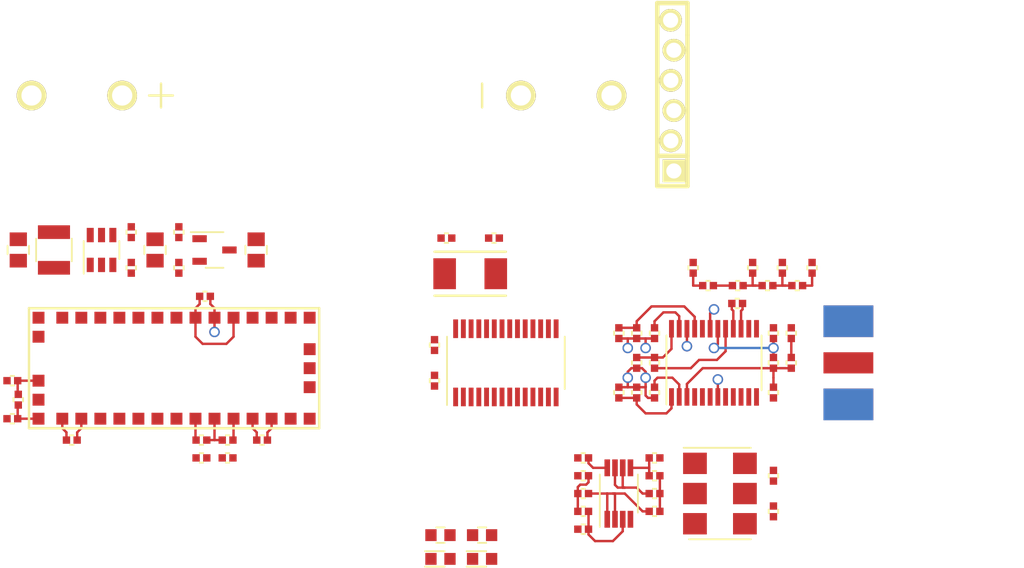
<source format=kicad_pcb>
(kicad_pcb (version 3) (host pcbnew "(2013-07-07 BZR 4022)-stable")

  (general
    (links 158)
    (no_connects 98)
    (area 118.8356 77.758699 206.793981 127.9144)
    (thickness 1.6)
    (drawings 0)
    (tracks 171)
    (zones 0)
    (modules 70)
    (nets 47)
  )

  (page A3)
  (layers
    (15 F.Cu signal)
    (0 B.Cu signal)
    (16 B.Adhes user)
    (17 F.Adhes user)
    (18 B.Paste user)
    (19 F.Paste user)
    (20 B.SilkS user)
    (21 F.SilkS user)
    (22 B.Mask user)
    (23 F.Mask user)
    (24 Dwgs.User user)
    (25 Cmts.User user)
    (26 Eco1.User user)
    (27 Eco2.User user)
    (28 Edge.Cuts user)
  )

  (setup
    (last_trace_width 0.2032)
    (trace_clearance 0.2032)
    (zone_clearance 0.508)
    (zone_45_only no)
    (trace_min 0.1524)
    (segment_width 0.2)
    (edge_width 0.1)
    (via_size 0.889)
    (via_drill 0.635)
    (via_min_size 0.889)
    (via_min_drill 0.508)
    (uvia_size 0.508)
    (uvia_drill 0.127)
    (uvias_allowed no)
    (uvia_min_size 0.508)
    (uvia_min_drill 0.127)
    (pcb_text_width 0.3)
    (pcb_text_size 1.5 1.5)
    (mod_edge_width 0.15)
    (mod_text_size 1 1)
    (mod_text_width 0.15)
    (pad_size 1.5 1.5)
    (pad_drill 0.6)
    (pad_to_mask_clearance 0)
    (aux_axis_origin 0 0)
    (visible_elements 7FFFFFBF)
    (pcbplotparams
      (layerselection 3178497)
      (usegerberextensions true)
      (excludeedgelayer true)
      (linewidth 0.150000)
      (plotframeref false)
      (viasonmask false)
      (mode 1)
      (useauxorigin false)
      (hpglpennumber 1)
      (hpglpenspeed 20)
      (hpglpendiameter 15)
      (hpglpenoverlay 2)
      (psnegative false)
      (psa4output false)
      (plotreference true)
      (plotvalue true)
      (plotothertext true)
      (plotinvisibletext false)
      (padsonsilk false)
      (subtractmaskfromsilk false)
      (outputformat 1)
      (mirror false)
      (drillshape 1)
      (scaleselection 1)
      (outputdirectory ""))
  )

  (net 0 "")
  (net 1 +3.3V)
  (net 2 +BATT)
  (net 3 /Core/DATA)
  (net 4 /Core/GPS_En)
  (net 5 /Core/Mod)
  (net 6 /Core/RX)
  (net 7 /Core/SCK)
  (net 8 /Core/SS)
  (net 9 /Core/TCK/TEST)
  (net 10 /Core/TDIO/RST)
  (net 11 /Core/TX_En)
  (net 12 /Core/XIn)
  (net 13 /Core/XOut)
  (net 14 /GPS/RX)
  (net 15 /Transmitter/CPOut)
  (net 16 /Transmitter/L1)
  (net 17 /Transmitter/L2)
  (net 18 /Transmitter/RF)
  (net 19 /Transmitter/RFOut)
  (net 20 /Transmitter/VCOIn)
  (net 21 GND)
  (net 22 N-0000034)
  (net 23 N-0000035)
  (net 24 N-0000036)
  (net 25 N-0000037)
  (net 26 N-000004)
  (net 27 N-0000040)
  (net 28 N-0000041)
  (net 29 N-0000046)
  (net 30 N-0000047)
  (net 31 N-0000048)
  (net 32 N-0000049)
  (net 33 N-000005)
  (net 34 N-0000050)
  (net 35 N-0000052)
  (net 36 N-0000054)
  (net 37 N-0000055)
  (net 38 N-0000056)
  (net 39 N-0000063)
  (net 40 N-0000065)
  (net 41 N-0000066)
  (net 42 N-0000067)
  (net 43 N-0000068)
  (net 44 N-0000084)
  (net 45 N-0000085)
  (net 46 N-0000086)

  (net_class Default "This is the default net class."
    (clearance 0.2032)
    (trace_width 0.2032)
    (via_dia 0.889)
    (via_drill 0.635)
    (uvia_dia 0.508)
    (uvia_drill 0.127)
    (add_net "")
    (add_net +3.3V)
    (add_net +BATT)
    (add_net /Core/DATA)
    (add_net /Core/GPS_En)
    (add_net /Core/Mod)
    (add_net /Core/RX)
    (add_net /Core/SCK)
    (add_net /Core/SS)
    (add_net /Core/TCK/TEST)
    (add_net /Core/TDIO/RST)
    (add_net /Core/TX_En)
    (add_net /Core/XIn)
    (add_net /Core/XOut)
    (add_net /GPS/RX)
    (add_net /Transmitter/CPOut)
    (add_net /Transmitter/L1)
    (add_net /Transmitter/L2)
    (add_net /Transmitter/RF)
    (add_net /Transmitter/RFOut)
    (add_net /Transmitter/VCOIn)
    (add_net GND)
    (add_net N-0000034)
    (add_net N-0000035)
    (add_net N-0000036)
    (add_net N-0000037)
    (add_net N-000004)
    (add_net N-0000040)
    (add_net N-0000041)
    (add_net N-0000046)
    (add_net N-0000047)
    (add_net N-0000048)
    (add_net N-0000049)
    (add_net N-000005)
    (add_net N-0000050)
    (add_net N-0000052)
    (add_net N-0000054)
    (add_net N-0000055)
    (add_net N-0000056)
    (add_net N-0000063)
    (add_net N-0000065)
    (add_net N-0000066)
    (add_net N-0000067)
    (add_net N-0000068)
    (add_net N-0000084)
    (add_net N-0000085)
    (add_net N-0000086)
  )

  (module XTAL-2SMD-60x35 (layer F.Cu) (tedit 52A25B8E) (tstamp 52F03017)
    (at 160 101)
    (path /52ECD56F/52EF2F5E)
    (fp_text reference X2 (at 0 -2.5) (layer F.SilkS) hide
      (effects (font (size 1 1) (thickness 0.15)))
    )
    (fp_text value CRYSTAL (at 0 2.75) (layer F.SilkS) hide
      (effects (font (size 1 1) (thickness 0.15)))
    )
    (fp_line (start 3 1.85) (end -3 1.85) (layer F.SilkS) (width 0.2032))
    (fp_line (start -3 -1.85) (end 3 -1.85) (layer F.SilkS) (width 0.2032))
    (fp_line (start -3.35 -2) (end -3.35 2) (layer Eco1.User) (width 0.0762))
    (fp_line (start -3.35 2) (end 3.35 2) (layer Eco1.User) (width 0.0762))
    (fp_line (start 3.35 2) (end 3.35 -2) (layer Eco1.User) (width 0.0762))
    (fp_line (start 3.35 -2) (end -3.35 -2) (layer Eco1.User) (width 0.0762))
    (fp_line (start -3 -1.5) (end -2.75 -1.75) (layer Dwgs.User) (width 0.0762))
    (fp_line (start -2.75 -1.75) (end 2.75 -1.75) (layer Dwgs.User) (width 0.0762))
    (fp_line (start 2.75 -1.75) (end 3 -1.5) (layer Dwgs.User) (width 0.0762))
    (fp_line (start 3 -1.5) (end 3 1.5) (layer Dwgs.User) (width 0.0762))
    (fp_line (start 3 1.5) (end 2.75 1.75) (layer Dwgs.User) (width 0.0762))
    (fp_line (start 2.75 1.75) (end -2.75 1.75) (layer Dwgs.User) (width 0.0762))
    (fp_line (start -2.75 1.75) (end -3 1.5) (layer Dwgs.User) (width 0.0762))
    (fp_line (start -3 1.5) (end -3 -1.5) (layer Dwgs.User) (width 0.0762))
    (pad 1 smd rect (at -2.15 0) (size 1.9 2.6)
      (layers F.Cu F.Paste F.Mask)
      (net 12 /Core/XIn)
    )
    (pad 2 smd rect (at 2.15 0) (size 1.9 2.6)
      (layers F.Cu F.Paste F.Mask)
      (net 13 /Core/XOut)
    )
    (model 3D/Misc/XTAL-2SMD-60x35.wrl
      (at (xyz 0 0 0))
      (scale (xyz 0.393701 0.393701 0.393701))
      (rotate (xyz 0 0 0))
    )
  )

  (module SOT95P280-6N (layer F.Cu) (tedit 5281610C) (tstamp 52F0302B)
    (at 129 99)
    (path /52ECD56F/52ECD611)
    (fp_text reference U3 (at 0 0) (layer F.SilkS) hide
      (effects (font (size 1 1) (thickness 0.15)))
    )
    (fp_text value AAT1217 (at 2.25 0 90) (layer F.SilkS) hide
      (effects (font (size 1 1) (thickness 0.15)))
    )
    (fp_line (start -1.8 -2.11) (end 1.8 -2.11) (layer Eco1.User) (width 0.0762))
    (fp_line (start 1.8 -2.11) (end 1.8 2.11) (layer Eco1.User) (width 0.0762))
    (fp_line (start 1.8 2.11) (end -1.8 2.11) (layer Eco1.User) (width 0.0762))
    (fp_line (start -1.8 2.11) (end -1.8 -2.11) (layer Eco1.User) (width 0.0762))
    (fp_line (start -1.45 -0.8) (end 1.45 -0.8) (layer Dwgs.User) (width 0.0762))
    (fp_line (start 1.45 -0.8) (end 1.45 0.8) (layer Dwgs.User) (width 0.0762))
    (fp_line (start 1.45 0.8) (end -1.45 0.8) (layer Dwgs.User) (width 0.0762))
    (fp_line (start -1.45 0.8) (end -1.45 -0.8) (layer Dwgs.User) (width 0.0762))
    (fp_line (start 1.5 -0.75) (end 1.5 0.75) (layer F.SilkS) (width 0.15))
    (fp_line (start -1.5 -0.75) (end -1.5 2) (layer F.SilkS) (width 0.15))
    (pad 1 smd rect (at -0.95 1.255) (size 0.59 1.21)
      (layers F.Cu F.Paste F.Mask)
      (net 44 N-0000084)
    )
    (pad 6 smd rect (at -0.95 -1.255) (size 0.59 1.21)
      (layers F.Cu F.Paste F.Mask)
      (net 2 +BATT)
    )
    (pad 3 smd rect (at 0.95 1.255) (size 0.59 1.21)
      (layers F.Cu F.Paste F.Mask)
      (net 39 N-0000063)
    )
    (pad 2 smd rect (at 0 1.255) (size 0.59 1.21)
      (layers F.Cu F.Paste F.Mask)
      (net 21 GND)
    )
    (pad 4 smd rect (at 0.95 -1.255) (size 0.59 1.21)
      (layers F.Cu F.Paste F.Mask)
      (net 45 N-0000085)
    )
    (pad 5 smd rect (at 0 -1.255) (size 0.59 1.21)
      (layers F.Cu F.Paste F.Mask)
      (net 1 +3.3V)
    )
    (model 3D/IC/SOT95P280-6.wrl
      (at (xyz 0 0 0))
      (scale (xyz 0.393701 0.393701 0.393701))
      (rotate (xyz 0 0 0))
    )
  )

  (module SOT95P280-3N-GDS (layer F.Cu) (tedit 52815FAD) (tstamp 52F0303C)
    (at 138.5 99 270)
    (path /52E9B1A2/52EF2A40)
    (fp_text reference Q1 (at 0 0 270) (layer F.SilkS) hide
      (effects (font (size 1 1) (thickness 0.15)))
    )
    (fp_text value IRLML6401 (at 2.25 0 360) (layer F.SilkS) hide
      (effects (font (size 1 1) (thickness 0.15)))
    )
    (fp_line (start -1.8 -2.11) (end 1.8 -2.11) (layer Eco1.User) (width 0.0762))
    (fp_line (start 1.8 -2.11) (end 1.8 2.11) (layer Eco1.User) (width 0.0762))
    (fp_line (start 1.8 2.11) (end -1.8 2.11) (layer Eco1.User) (width 0.0762))
    (fp_line (start -1.8 2.11) (end -1.8 -2.11) (layer Eco1.User) (width 0.0762))
    (fp_line (start -1.45 -0.8) (end 1.45 -0.8) (layer Dwgs.User) (width 0.0762))
    (fp_line (start 1.45 -0.8) (end 1.45 0.8) (layer Dwgs.User) (width 0.0762))
    (fp_line (start 1.45 0.8) (end -1.45 0.8) (layer Dwgs.User) (width 0.0762))
    (fp_line (start -1.45 0.8) (end -1.45 -0.8) (layer Dwgs.User) (width 0.0762))
    (fp_line (start 1.5 -0.75) (end 1.5 0.75) (layer F.SilkS) (width 0.15))
    (fp_line (start -1.5 -0.75) (end -1.5 2) (layer F.SilkS) (width 0.15))
    (pad G smd rect (at -0.95 1.255 270) (size 0.59 1.21)
      (layers F.Cu F.Paste F.Mask)
      (net 22 N-0000034)
    )
    (pad D smd rect (at 0 -1.255 270) (size 0.59 1.21)
      (layers F.Cu F.Paste F.Mask)
      (net 23 N-0000035)
    )
    (pad S smd rect (at 0.95 1.255 270) (size 0.59 1.21)
      (layers F.Cu F.Paste F.Mask)
      (net 1 +3.3V)
    )
    (model 3D/IC/SOT95P280-3.wrl
      (at (xyz 0 0 0))
      (scale (xyz 0.393701 0.393701 0.393701))
      (rotate (xyz 0 0 0))
    )
  )

  (module SOP65P640-28N (layer F.Cu) (tedit 52EF868B) (tstamp 52F03067)
    (at 163 108.5)
    (path /52ECD56F/52EFA4DC)
    (fp_text reference U5 (at 0 -0.75) (layer F.SilkS) hide
      (effects (font (size 1 1) (thickness 0.15)))
    )
    (fp_text value MSP430G2553-PW28 (at 0 0.75) (layer F.SilkS) hide
      (effects (font (size 1 1) (thickness 0.15)))
    )
    (fp_line (start -5.15 -3.91) (end -5.15 3.91) (layer Eco1.User) (width 0.0762))
    (fp_line (start -5.15 3.91) (end 5.15 3.91) (layer Eco1.User) (width 0.0762))
    (fp_line (start 5.15 3.91) (end 5.15 -3.91) (layer Eco1.User) (width 0.0762))
    (fp_line (start 5.15 -3.91) (end -5.15 -3.91) (layer Eco1.User) (width 0.0762))
    (fp_line (start -4.95 -2.2) (end -4.95 3.55) (layer F.SilkS) (width 0.1524))
    (fp_line (start 4.95 -2.2) (end 4.95 2.2) (layer F.SilkS) (width 0.1524))
    (fp_line (start -4.85 -2.2) (end 4.85 -2.2) (layer Dwgs.User) (width 0.0762))
    (fp_line (start 4.85 -2.2) (end 4.85 2.2) (layer Dwgs.User) (width 0.0762))
    (fp_line (start 4.85 2.2) (end -4.6 2.2) (layer Dwgs.User) (width 0.0762))
    (fp_line (start -4.6 2.2) (end -4.85 1.95) (layer Dwgs.User) (width 0.0762))
    (fp_line (start -4.85 1.95) (end -4.85 -2.2) (layer Dwgs.User) (width 0.0762))
    (pad 1 smd rect (at -4.225 2.87) (size 0.41 1.57)
      (layers F.Cu F.Paste F.Mask)
      (net 1 +3.3V)
    )
    (pad 14 smd rect (at 4.225 2.87) (size 0.41 1.57)
      (layers F.Cu F.Paste F.Mask)
    )
    (pad 15 smd rect (at 4.225 -2.87) (size 0.41 1.57)
      (layers F.Cu F.Paste F.Mask)
    )
    (pad 28 smd rect (at -4.225 -2.87) (size 0.41 1.57)
      (layers F.Cu F.Paste F.Mask)
      (net 21 GND)
    )
    (pad 2 smd rect (at -3.575 2.87) (size 0.41 1.57)
      (layers F.Cu F.Paste F.Mask)
      (net 2 +BATT)
    )
    (pad 13 smd rect (at 3.575 2.87) (size 0.41 1.57)
      (layers F.Cu F.Paste F.Mask)
    )
    (pad 16 smd rect (at 3.575 -2.87) (size 0.41 1.57)
      (layers F.Cu F.Paste F.Mask)
    )
    (pad 27 smd rect (at -3.575 -2.87) (size 0.41 1.57)
      (layers F.Cu F.Paste F.Mask)
      (net 12 /Core/XIn)
    )
    (pad 3 smd rect (at -2.925 2.87) (size 0.41 1.57)
      (layers F.Cu F.Paste F.Mask)
      (net 6 /Core/RX)
    )
    (pad 12 smd rect (at 2.925 2.87) (size 0.41 1.57)
      (layers F.Cu F.Paste F.Mask)
    )
    (pad 17 smd rect (at 2.925 -2.87) (size 0.41 1.57)
      (layers F.Cu F.Paste F.Mask)
    )
    (pad 26 smd rect (at -2.925 -2.87) (size 0.41 1.57)
      (layers F.Cu F.Paste F.Mask)
      (net 13 /Core/XOut)
    )
    (pad 4 smd rect (at -2.275 2.87) (size 0.41 1.57)
      (layers F.Cu F.Paste F.Mask)
      (net 14 /GPS/RX)
    )
    (pad 11 smd rect (at 2.275 2.87) (size 0.41 1.57)
      (layers F.Cu F.Paste F.Mask)
    )
    (pad 18 smd rect (at 2.275 -2.87) (size 0.41 1.57)
      (layers F.Cu F.Paste F.Mask)
    )
    (pad 25 smd rect (at -2.275 -2.87) (size 0.41 1.57)
      (layers F.Cu F.Paste F.Mask)
      (net 9 /Core/TCK/TEST)
    )
    (pad 5 smd rect (at -1.625 2.87) (size 0.41 1.57)
      (layers F.Cu F.Paste F.Mask)
    )
    (pad 10 smd rect (at 1.625 2.87) (size 0.41 1.57)
      (layers F.Cu F.Paste F.Mask)
    )
    (pad 19 smd rect (at 1.625 -2.87) (size 0.41 1.57)
      (layers F.Cu F.Paste F.Mask)
    )
    (pad 24 smd rect (at -1.625 -2.87) (size 0.41 1.57)
      (layers F.Cu F.Paste F.Mask)
      (net 10 /Core/TDIO/RST)
    )
    (pad 6 smd rect (at -0.975 2.87) (size 0.41 1.57)
      (layers F.Cu F.Paste F.Mask)
      (net 8 /Core/SS)
    )
    (pad 9 smd rect (at 0.975 2.87) (size 0.41 1.57)
      (layers F.Cu F.Paste F.Mask)
    )
    (pad 20 smd rect (at 0.975 -2.87) (size 0.41 1.57)
      (layers F.Cu F.Paste F.Mask)
    )
    (pad 23 smd rect (at -0.975 -2.87) (size 0.41 1.57)
      (layers F.Cu F.Paste F.Mask)
      (net 3 /Core/DATA)
    )
    (pad 7 smd rect (at -0.325 2.87) (size 0.41 1.57)
      (layers F.Cu F.Paste F.Mask)
      (net 7 /Core/SCK)
    )
    (pad 8 smd rect (at 0.325 2.87) (size 0.41 1.57)
      (layers F.Cu F.Paste F.Mask)
    )
    (pad 21 smd rect (at 0.325 -2.87) (size 0.41 1.57)
      (layers F.Cu F.Paste F.Mask)
    )
    (pad 22 smd rect (at -0.325 -2.87) (size 0.41 1.57)
      (layers F.Cu F.Paste F.Mask)
    )
    (model 3D/IC/SOP65P640-28.wrl
      (at (xyz 0 0 0))
      (scale (xyz 0.393701 0.393701 0.393701))
      (rotate (xyz 0 0 0))
    )
  )

  (module SOP65P640-24N (layer F.Cu) (tedit 52E9BE42) (tstamp 52F0308E)
    (at 180.5 108.5)
    (path /52E9B8BD/52E9CB18)
    (clearance 0.2032)
    (fp_text reference U2 (at 0 1) (layer F.SilkS) hide
      (effects (font (size 1 1) (thickness 0.15)))
    )
    (fp_text value ADF7012 (at 0 -1) (layer F.SilkS) hide
      (effects (font (size 1 1) (thickness 0.15)))
    )
    (fp_line (start -3.9 1.7) (end -3.9 -2.2) (layer Dwgs.User) (width 0.0762))
    (fp_line (start -3.4 2.2) (end 3.9 2.2) (layer Dwgs.User) (width 0.0762))
    (fp_line (start -4.2 -3.86) (end 4.2 -3.86) (layer Eco1.User) (width 0.0762))
    (fp_line (start 4.2 -3.86) (end 4.2 3.86) (layer Eco1.User) (width 0.0762))
    (fp_line (start 4.2 3.86) (end -4.2 3.86) (layer Eco1.User) (width 0.0762))
    (fp_line (start -4.2 3.86) (end -4.2 -3.86) (layer Eco1.User) (width 0.0762))
    (fp_line (start 4 2.3) (end 4 -2.3) (layer F.SilkS) (width 0.1524))
    (fp_line (start -4 -2.3) (end -4 3.5) (layer F.SilkS) (width 0.1524))
    (fp_line (start -3.9 1.7) (end -3.4 2.2) (layer Dwgs.User) (width 0.0762))
    (fp_line (start 3.9 2.2) (end 3.9 -2.2) (layer Dwgs.User) (width 0.0762))
    (fp_line (start 3.9 -2.2) (end -3.9 -2.2) (layer Dwgs.User) (width 0.0762))
    (pad 1 smd rect (at -3.575 2.87) (size 0.41 1.47)
      (layers F.Cu F.Paste F.Mask)
      (net 1 +3.3V)
    )
    (pad 2 smd rect (at -2.925 2.87) (size 0.41 1.47)
      (layers F.Cu F.Paste F.Mask)
      (net 30 N-0000047)
    )
    (pad 3 smd rect (at -2.275 2.87) (size 0.41 1.47)
      (layers F.Cu F.Paste F.Mask)
      (net 15 /Transmitter/CPOut)
    )
    (pad 4 smd rect (at -1.625 2.87) (size 0.41 1.47)
      (layers F.Cu F.Paste F.Mask)
    )
    (pad 5 smd rect (at -0.975 2.87) (size 0.41 1.47)
      (layers F.Cu F.Paste F.Mask)
    )
    (pad 6 smd rect (at -0.325 2.87) (size 0.41 1.47)
      (layers F.Cu F.Paste F.Mask)
    )
    (pad 7 smd rect (at 0.325 2.87) (size 0.41 1.47)
      (layers F.Cu F.Paste F.Mask)
      (net 21 GND)
    )
    (pad 8 smd rect (at 0.975 2.87) (size 0.41 1.47)
      (layers F.Cu F.Paste F.Mask)
    )
    (pad 9 smd rect (at 1.625 2.87) (size 0.41 1.47)
      (layers F.Cu F.Paste F.Mask)
      (net 35 N-0000052)
    )
    (pad 10 smd rect (at 2.275 2.87) (size 0.41 1.47)
      (layers F.Cu F.Paste F.Mask)
    )
    (pad 11 smd rect (at 2.925 2.87) (size 0.41 1.47)
      (layers F.Cu F.Paste F.Mask)
      (net 7 /Core/SCK)
    )
    (pad 12 smd rect (at 3.575 2.87) (size 0.41 1.47)
      (layers F.Cu F.Paste F.Mask)
      (net 3 /Core/DATA)
    )
    (pad 13 smd rect (at 3.575 -2.87) (size 0.41 1.47)
      (layers F.Cu F.Paste F.Mask)
      (net 8 /Core/SS)
    )
    (pad 14 smd rect (at 2.925 -2.87) (size 0.41 1.47)
      (layers F.Cu F.Paste F.Mask)
      (net 11 /Core/TX_En)
    )
    (pad 15 smd rect (at 2.275 -2.87) (size 0.41 1.47)
      (layers F.Cu F.Paste F.Mask)
      (net 16 /Transmitter/L1)
    )
    (pad 16 smd rect (at 1.625 -2.87) (size 0.41 1.47)
      (layers F.Cu F.Paste F.Mask)
      (net 17 /Transmitter/L2)
    )
    (pad 17 smd rect (at 0.975 -2.87) (size 0.41 1.47)
      (layers F.Cu F.Paste F.Mask)
      (net 34 N-0000050)
    )
    (pad 18 smd rect (at 0.325 -2.87) (size 0.41 1.47)
      (layers F.Cu F.Paste F.Mask)
      (net 20 /Transmitter/VCOIn)
    )
    (pad 19 smd rect (at -0.325 -2.87) (size 0.41 1.47)
      (layers F.Cu F.Paste F.Mask)
      (net 21 GND)
    )
    (pad 20 smd rect (at -0.975 -2.87) (size 0.41 1.47)
      (layers F.Cu F.Paste F.Mask)
      (net 18 /Transmitter/RF)
    )
    (pad 21 smd rect (at -1.625 -2.87) (size 0.41 1.47)
      (layers F.Cu F.Paste F.Mask)
      (net 1 +3.3V)
    )
    (pad 22 smd rect (at -2.275 -2.87) (size 0.41 1.47)
      (layers F.Cu F.Paste F.Mask)
      (net 21 GND)
    )
    (pad 23 smd rect (at -2.925 -2.87) (size 0.41 1.47)
      (layers F.Cu F.Paste F.Mask)
      (net 31 N-0000048)
    )
    (pad 24 smd rect (at -3.575 -2.87) (size 0.41 1.47)
      (layers F.Cu F.Paste F.Mask)
      (net 32 N-0000049)
    )
    (model 3D/IC/SOP65P640-24.wrl
      (at (xyz 0 0 0))
      (scale (xyz 0.393701 0.393701 0.393701))
      (rotate (xyz 0 0 0))
    )
  )

  (module SOP65P490-8N (layer F.Cu) (tedit 52A229F3) (tstamp 52F030A5)
    (at 172.5 119.5)
    (path /52ECD56F/52EDEC58)
    (clearance 0.1524)
    (fp_text reference U4 (at -2.5 0 90) (layer F.SilkS) hide
      (effects (font (size 1 1) (thickness 0.15)))
    )
    (fp_text value MCP6L02T (at 2.5 0 90) (layer F.SilkS) hide
      (effects (font (size 1 1) (thickness 0.15)))
    )
    (fp_line (start 1.6 1.6) (end 1.6 -1.6) (layer F.SilkS) (width 0.1524))
    (fp_line (start -1.6 -1.6) (end -1.6 2.8) (layer F.SilkS) (width 0.1524))
    (fp_line (start 1.5 1.5) (end 1.5 -1.5) (layer Dwgs.User) (width 0.0762))
    (fp_line (start -1.5 -1.5) (end -1.5 1) (layer Dwgs.User) (width 0.0762))
    (fp_line (start -1.5 -1.5) (end 1.5 -1.5) (layer Dwgs.User) (width 0.0762))
    (fp_line (start 1.5 1.5) (end -1 1.5) (layer Dwgs.User) (width 0.0762))
    (fp_line (start -1 1.5) (end -1.5 1) (layer Dwgs.User) (width 0.0762))
    (fp_line (start -1.78 -3.13) (end 1.78 -3.13) (layer Eco1.User) (width 0.0762))
    (fp_line (start 1.78 -3.13) (end 1.78 3.13) (layer Eco1.User) (width 0.0762))
    (fp_line (start 1.78 3.13) (end -1.78 3.13) (layer Eco1.User) (width 0.0762))
    (fp_line (start -1.78 -3.13) (end -1.78 3.13) (layer Eco1.User) (width 0.0762))
    (pad 1 smd rect (at -0.975 2.165) (size 0.47 1.42)
      (layers F.Cu F.Paste F.Mask)
      (net 46 N-0000086)
    )
    (pad 2 smd rect (at -0.325 2.165) (size 0.47 1.42)
      (layers F.Cu F.Paste F.Mask)
      (net 46 N-0000086)
    )
    (pad 3 smd rect (at 0.325 2.165) (size 0.47 1.42)
      (layers F.Cu F.Paste F.Mask)
      (net 42 N-0000067)
    )
    (pad 4 smd rect (at 0.975 2.165) (size 0.47 1.42)
      (layers F.Cu F.Paste F.Mask)
      (net 21 GND)
    )
    (pad 5 smd rect (at 0.975 -2.165) (size 0.47 1.42)
      (layers F.Cu F.Paste F.Mask)
      (net 43 N-0000068)
    )
    (pad 6 smd rect (at 0.325 -2.165) (size 0.47 1.42)
      (layers F.Cu F.Paste F.Mask)
      (net 5 /Core/Mod)
    )
    (pad 7 smd rect (at -0.325 -2.165) (size 0.47 1.42)
      (layers F.Cu F.Paste F.Mask)
      (net 5 /Core/Mod)
    )
    (pad 8 smd rect (at -0.975 -2.165) (size 0.47 1.42)
      (layers F.Cu F.Paste F.Mask)
      (net 1 +3.3V)
    )
    (model 3D/IC/SOP65P490-8.wrl
      (at (xyz 0 0 0))
      (scale (xyz 0.393701 0.393701 0.393701))
      (rotate (xyz 0 0 0))
    )
  )

  (module SMA_Edge (layer F.Cu) (tedit 52F02C76) (tstamp 52F030B4)
    (at 194 108.5 180)
    (descr "DK#: WM5536-ND")
    (tags SMA)
    (path /52E9D9F3)
    (fp_text reference AE1 (at 10.20064 -2.60096 180) (layer F.SilkS) hide
      (effects (font (size 1.524 1.524) (thickness 0.3048)))
    )
    (fp_text value ANTENNA (at 7.80034 2.99974 180) (layer F.SilkS) hide
      (effects (font (size 1.524 1.524) (thickness 0.3048)))
    )
    (fp_line (start -1.00076 -3.2004) (end -12.40028 -3.2004) (layer Dwgs.User) (width 0.381))
    (fp_line (start -12.40028 -3.2004) (end -12.40028 3.2004) (layer Dwgs.User) (width 0.381))
    (fp_line (start -12.40028 3.2004) (end -1.00076 3.2004) (layer Dwgs.User) (width 0.381))
    (fp_line (start 0 -3.2004) (end -1.00076 -3.2004) (layer Dwgs.User) (width 0.381))
    (fp_line (start -1.00076 -3.2004) (end -1.00076 3.2004) (layer Dwgs.User) (width 0.381))
    (fp_line (start -1.00076 3.2004) (end 0 3.2004) (layer Dwgs.User) (width 0.381))
    (pad P smd rect (at 2.19964 0 180) (size 4.191 1.78054)
      (layers F.Cu F.Paste F.Mask)
      (net 19 /Transmitter/RFOut)
    )
    (pad S smd rect (at 2.19964 -3.4925 180) (size 4.191 2.66446)
      (layers F.Cu F.Paste F.Mask)
      (net 21 GND)
    )
    (pad S smd rect (at 2.19964 3.4925 180) (size 4.191 2.66446)
      (layers *.Paste *.Mask F.Cu)
      (net 21 GND)
    )
    (pad S smd rect (at 2.2 -3.5 180) (size 4.191 2.66446)
      (layers *.Paste *.Mask B.Cu)
      (net 21 GND)
    )
    (pad S smd rect (at 2.2 3.5 180) (size 4.191 2.66446)
      (layers *.Paste *.Mask B.Cu)
      (net 21 GND)
    )
    (model 3D/Connectors/SMA_EDGE.wrl
      (at (xyz 0 0 0))
      (scale (xyz 10 10 10))
      (rotate (xyz 0 0 0))
    )
  )

  (module RESC1608-N (layer F.Cu) (tedit 525A5443) (tstamp 52F030C6)
    (at 161 123)
    (path /52EF8E3F)
    (fp_text reference R2 (at 0 -2) (layer F.SilkS) hide
      (effects (font (size 1.27 0.762) (thickness 0.1524)))
    )
    (fp_text value R (at 0 2) (layer F.SilkS) hide
      (effects (font (size 1.27 0.762) (thickness 0.1524)))
    )
    (fp_line (start 0.35 0.65) (end -0.35 0.65) (layer F.SilkS) (width 0.1524))
    (fp_line (start -0.35 -0.65) (end 0.35 -0.65) (layer F.SilkS) (width 0.1524))
    (fp_line (start 0.45 -0.4) (end 0.45 0.4) (layer Dwgs.User) (width 0.0762))
    (fp_line (start -0.45 0.4) (end -0.45 -0.4) (layer Dwgs.User) (width 0.0762))
    (fp_line (start -0.8 0.4) (end 0.8 0.4) (layer Dwgs.User) (width 0.0762))
    (fp_line (start 0.8 0.4) (end 0.8 -0.4) (layer Dwgs.User) (width 0.0762))
    (fp_line (start 0.8 -0.4) (end -0.8 -0.4) (layer Dwgs.User) (width 0.0762))
    (fp_line (start -0.8 -0.4) (end -0.8 0.4) (layer Dwgs.User) (width 0.0762))
    (fp_line (start -1.55 -0.75) (end 1.55 -0.75) (layer Eco1.User) (width 0.0762))
    (fp_line (start 1.55 -0.75) (end 1.55 0.75) (layer Eco1.User) (width 0.0762))
    (fp_line (start 1.55 0.75) (end -1.55 0.75) (layer Eco1.User) (width 0.0762))
    (fp_line (start -1.55 0.75) (end -1.55 -0.75) (layer Eco1.User) (width 0.0762))
    (pad 1 smd rect (at -0.8 0) (size 0.95 1)
      (layers F.Cu F.Paste F.Mask)
      (net 33 N-000005)
    )
    (pad 2 smd rect (at 0.8 0) (size 0.95 1)
      (layers F.Cu F.Paste F.Mask)
      (net 1 +3.3V)
    )
    (model 3D/Passive/RESC1608.wrl
      (at (xyz 0 0 0))
      (scale (xyz 0.393701 0.393701 0.393701))
      (rotate (xyz 0 0 0))
    )
  )

  (module RESC1608-N (layer F.Cu) (tedit 525A5443) (tstamp 52F030D8)
    (at 157.5 123)
    (path /52EF8FE3)
    (fp_text reference R1 (at 0 -2) (layer F.SilkS) hide
      (effects (font (size 1.27 0.762) (thickness 0.1524)))
    )
    (fp_text value R (at 0 2) (layer F.SilkS) hide
      (effects (font (size 1.27 0.762) (thickness 0.1524)))
    )
    (fp_line (start 0.35 0.65) (end -0.35 0.65) (layer F.SilkS) (width 0.1524))
    (fp_line (start -0.35 -0.65) (end 0.35 -0.65) (layer F.SilkS) (width 0.1524))
    (fp_line (start 0.45 -0.4) (end 0.45 0.4) (layer Dwgs.User) (width 0.0762))
    (fp_line (start -0.45 0.4) (end -0.45 -0.4) (layer Dwgs.User) (width 0.0762))
    (fp_line (start -0.8 0.4) (end 0.8 0.4) (layer Dwgs.User) (width 0.0762))
    (fp_line (start 0.8 0.4) (end 0.8 -0.4) (layer Dwgs.User) (width 0.0762))
    (fp_line (start 0.8 -0.4) (end -0.8 -0.4) (layer Dwgs.User) (width 0.0762))
    (fp_line (start -0.8 -0.4) (end -0.8 0.4) (layer Dwgs.User) (width 0.0762))
    (fp_line (start -1.55 -0.75) (end 1.55 -0.75) (layer Eco1.User) (width 0.0762))
    (fp_line (start 1.55 -0.75) (end 1.55 0.75) (layer Eco1.User) (width 0.0762))
    (fp_line (start 1.55 0.75) (end -1.55 0.75) (layer Eco1.User) (width 0.0762))
    (fp_line (start -1.55 0.75) (end -1.55 -0.75) (layer Eco1.User) (width 0.0762))
    (pad 1 smd rect (at -0.8 0) (size 0.95 1)
      (layers F.Cu F.Paste F.Mask)
      (net 26 N-000004)
    )
    (pad 2 smd rect (at 0.8 0) (size 0.95 1)
      (layers F.Cu F.Paste F.Mask)
    )
    (model 3D/Passive/RESC1608.wrl
      (at (xyz 0 0 0))
      (scale (xyz 0.393701 0.393701 0.393701))
      (rotate (xyz 0 0 0))
    )
  )

  (module RESC1005-N (layer F.Cu) (tedit 525A4DB7) (tstamp 52F030EA)
    (at 169.5 118)
    (path /52ECD56F/52EDECAB)
    (fp_text reference R8 (at 0 -1.5) (layer F.SilkS) hide
      (effects (font (size 1.27 0.762) (thickness 0.1524)))
    )
    (fp_text value 16k (at 0 1.5) (layer F.SilkS) hide
      (effects (font (size 1.27 0.762) (thickness 0.1524)))
    )
    (fp_line (start 0.15 0.4) (end -0.15 0.4) (layer F.SilkS) (width 0.1524))
    (fp_line (start -0.15 -0.4) (end 0.15 -0.4) (layer F.SilkS) (width 0.1524))
    (fp_line (start 0.2 0.25) (end 0.2 -0.25) (layer Dwgs.User) (width 0.0762))
    (fp_line (start -0.2 -0.25) (end -0.2 0.25) (layer Dwgs.User) (width 0.0762))
    (fp_line (start -0.5 -0.25) (end 0.5 -0.25) (layer Dwgs.User) (width 0.0762))
    (fp_line (start 0.5 -0.25) (end 0.5 0.25) (layer Dwgs.User) (width 0.0762))
    (fp_line (start 0.5 0.25) (end -0.5 0.25) (layer Dwgs.User) (width 0.0762))
    (fp_line (start -0.5 0.25) (end -0.5 -0.25) (layer Dwgs.User) (width 0.0762))
    (fp_line (start -0.95 -0.5) (end -0.95 0.5) (layer Eco1.User) (width 0.0762))
    (fp_line (start -0.95 0.5) (end 0.95 0.5) (layer Eco1.User) (width 0.0762))
    (fp_line (start 0.95 0.5) (end 0.95 -0.5) (layer Eco1.User) (width 0.0762))
    (fp_line (start 0.95 -0.5) (end -0.95 -0.5) (layer Eco1.User) (width 0.0762))
    (pad 1 smd rect (at -0.45 0) (size 0.62 0.62)
      (layers F.Cu F.Paste F.Mask)
    )
    (pad 2 smd rect (at 0.45 0) (size 0.62 0.62)
      (layers F.Cu F.Paste F.Mask)
      (net 40 N-0000065)
    )
    (model 3D/Passive/RESC1005.wrl
      (at (xyz 0 0 0))
      (scale (xyz 0.393701 0.393701 0.393701))
      (rotate (xyz 0 0 0))
    )
  )

  (module RESC1005-N (layer F.Cu) (tedit 525A4DB7) (tstamp 52F030FC)
    (at 175.5 106 90)
    (path /52E9B8BD/52E9CB40)
    (fp_text reference R7 (at 0 -1.5 90) (layer F.SilkS) hide
      (effects (font (size 1.27 0.762) (thickness 0.1524)))
    )
    (fp_text value R (at 0 1.5 90) (layer F.SilkS) hide
      (effects (font (size 1.27 0.762) (thickness 0.1524)))
    )
    (fp_line (start 0.15 0.4) (end -0.15 0.4) (layer F.SilkS) (width 0.1524))
    (fp_line (start -0.15 -0.4) (end 0.15 -0.4) (layer F.SilkS) (width 0.1524))
    (fp_line (start 0.2 0.25) (end 0.2 -0.25) (layer Dwgs.User) (width 0.0762))
    (fp_line (start -0.2 -0.25) (end -0.2 0.25) (layer Dwgs.User) (width 0.0762))
    (fp_line (start -0.5 -0.25) (end 0.5 -0.25) (layer Dwgs.User) (width 0.0762))
    (fp_line (start 0.5 -0.25) (end 0.5 0.25) (layer Dwgs.User) (width 0.0762))
    (fp_line (start 0.5 0.25) (end -0.5 0.25) (layer Dwgs.User) (width 0.0762))
    (fp_line (start -0.5 0.25) (end -0.5 -0.25) (layer Dwgs.User) (width 0.0762))
    (fp_line (start -0.95 -0.5) (end -0.95 0.5) (layer Eco1.User) (width 0.0762))
    (fp_line (start -0.95 0.5) (end 0.95 0.5) (layer Eco1.User) (width 0.0762))
    (fp_line (start 0.95 0.5) (end 0.95 -0.5) (layer Eco1.User) (width 0.0762))
    (fp_line (start 0.95 -0.5) (end -0.95 -0.5) (layer Eco1.User) (width 0.0762))
    (pad 1 smd rect (at -0.45 0 90) (size 0.62 0.62)
      (layers F.Cu F.Paste F.Mask)
      (net 21 GND)
    )
    (pad 2 smd rect (at 0.45 0 90) (size 0.62 0.62)
      (layers F.Cu F.Paste F.Mask)
      (net 31 N-0000048)
    )
    (model 3D/Passive/RESC1005.wrl
      (at (xyz 0 0 0))
      (scale (xyz 0.393701 0.393701 0.393701))
      (rotate (xyz 0 0 0))
    )
  )

  (module RESC1005-N (layer F.Cu) (tedit 525A4DB7) (tstamp 52F0310E)
    (at 187 108.5 270)
    (path /52E9B8BD/52E9CD8F)
    (fp_text reference R5 (at 0 -1.5 270) (layer F.SilkS) hide
      (effects (font (size 1.27 0.762) (thickness 0.1524)))
    )
    (fp_text value R (at 0 1.5 270) (layer F.SilkS) hide
      (effects (font (size 1.27 0.762) (thickness 0.1524)))
    )
    (fp_line (start 0.15 0.4) (end -0.15 0.4) (layer F.SilkS) (width 0.1524))
    (fp_line (start -0.15 -0.4) (end 0.15 -0.4) (layer F.SilkS) (width 0.1524))
    (fp_line (start 0.2 0.25) (end 0.2 -0.25) (layer Dwgs.User) (width 0.0762))
    (fp_line (start -0.2 -0.25) (end -0.2 0.25) (layer Dwgs.User) (width 0.0762))
    (fp_line (start -0.5 -0.25) (end 0.5 -0.25) (layer Dwgs.User) (width 0.0762))
    (fp_line (start 0.5 -0.25) (end 0.5 0.25) (layer Dwgs.User) (width 0.0762))
    (fp_line (start 0.5 0.25) (end -0.5 0.25) (layer Dwgs.User) (width 0.0762))
    (fp_line (start -0.5 0.25) (end -0.5 -0.25) (layer Dwgs.User) (width 0.0762))
    (fp_line (start -0.95 -0.5) (end -0.95 0.5) (layer Eco1.User) (width 0.0762))
    (fp_line (start -0.95 0.5) (end 0.95 0.5) (layer Eco1.User) (width 0.0762))
    (fp_line (start 0.95 0.5) (end 0.95 -0.5) (layer Eco1.User) (width 0.0762))
    (fp_line (start 0.95 -0.5) (end -0.95 -0.5) (layer Eco1.User) (width 0.0762))
    (pad 1 smd rect (at -0.45 0 270) (size 0.62 0.62)
      (layers F.Cu F.Paste F.Mask)
      (net 29 N-0000046)
    )
    (pad 2 smd rect (at 0.45 0 270) (size 0.62 0.62)
      (layers F.Cu F.Paste F.Mask)
      (net 15 /Transmitter/CPOut)
    )
    (model 3D/Passive/RESC1005.wrl
      (at (xyz 0 0 0))
      (scale (xyz 0.393701 0.393701 0.393701))
      (rotate (xyz 0 0 0))
    )
  )

  (module RESC1005-N (layer F.Cu) (tedit 525A4DB7) (tstamp 52F03120)
    (at 131.5 97.5 90)
    (path /52ECD56F/52ECD628)
    (fp_text reference R9 (at 0 -1.5 90) (layer F.SilkS) hide
      (effects (font (size 1.27 0.762) (thickness 0.1524)))
    )
    (fp_text value 10k (at 0 1.5 90) (layer F.SilkS) hide
      (effects (font (size 1.27 0.762) (thickness 0.1524)))
    )
    (fp_line (start 0.15 0.4) (end -0.15 0.4) (layer F.SilkS) (width 0.1524))
    (fp_line (start -0.15 -0.4) (end 0.15 -0.4) (layer F.SilkS) (width 0.1524))
    (fp_line (start 0.2 0.25) (end 0.2 -0.25) (layer Dwgs.User) (width 0.0762))
    (fp_line (start -0.2 -0.25) (end -0.2 0.25) (layer Dwgs.User) (width 0.0762))
    (fp_line (start -0.5 -0.25) (end 0.5 -0.25) (layer Dwgs.User) (width 0.0762))
    (fp_line (start 0.5 -0.25) (end 0.5 0.25) (layer Dwgs.User) (width 0.0762))
    (fp_line (start 0.5 0.25) (end -0.5 0.25) (layer Dwgs.User) (width 0.0762))
    (fp_line (start -0.5 0.25) (end -0.5 -0.25) (layer Dwgs.User) (width 0.0762))
    (fp_line (start -0.95 -0.5) (end -0.95 0.5) (layer Eco1.User) (width 0.0762))
    (fp_line (start -0.95 0.5) (end 0.95 0.5) (layer Eco1.User) (width 0.0762))
    (fp_line (start 0.95 0.5) (end 0.95 -0.5) (layer Eco1.User) (width 0.0762))
    (fp_line (start 0.95 -0.5) (end -0.95 -0.5) (layer Eco1.User) (width 0.0762))
    (pad 1 smd rect (at -0.45 0 90) (size 0.62 0.62)
      (layers F.Cu F.Paste F.Mask)
      (net 45 N-0000085)
    )
    (pad 2 smd rect (at 0.45 0 90) (size 0.62 0.62)
      (layers F.Cu F.Paste F.Mask)
      (net 2 +BATT)
    )
    (model 3D/Passive/RESC1005.wrl
      (at (xyz 0 0 0))
      (scale (xyz 0.393701 0.393701 0.393701))
      (rotate (xyz 0 0 0))
    )
  )

  (module RESC1005-N (layer F.Cu) (tedit 525A4DB7) (tstamp 52F03132)
    (at 185.5 108.5 90)
    (path /52E9B8BD/52E9CDAA)
    (fp_text reference R6 (at 0 -1.5 90) (layer F.SilkS) hide
      (effects (font (size 1.27 0.762) (thickness 0.1524)))
    )
    (fp_text value R (at 0 1.5 90) (layer F.SilkS) hide
      (effects (font (size 1.27 0.762) (thickness 0.1524)))
    )
    (fp_line (start 0.15 0.4) (end -0.15 0.4) (layer F.SilkS) (width 0.1524))
    (fp_line (start -0.15 -0.4) (end 0.15 -0.4) (layer F.SilkS) (width 0.1524))
    (fp_line (start 0.2 0.25) (end 0.2 -0.25) (layer Dwgs.User) (width 0.0762))
    (fp_line (start -0.2 -0.25) (end -0.2 0.25) (layer Dwgs.User) (width 0.0762))
    (fp_line (start -0.5 -0.25) (end 0.5 -0.25) (layer Dwgs.User) (width 0.0762))
    (fp_line (start 0.5 -0.25) (end 0.5 0.25) (layer Dwgs.User) (width 0.0762))
    (fp_line (start 0.5 0.25) (end -0.5 0.25) (layer Dwgs.User) (width 0.0762))
    (fp_line (start -0.5 0.25) (end -0.5 -0.25) (layer Dwgs.User) (width 0.0762))
    (fp_line (start -0.95 -0.5) (end -0.95 0.5) (layer Eco1.User) (width 0.0762))
    (fp_line (start -0.95 0.5) (end 0.95 0.5) (layer Eco1.User) (width 0.0762))
    (fp_line (start 0.95 0.5) (end 0.95 -0.5) (layer Eco1.User) (width 0.0762))
    (fp_line (start 0.95 -0.5) (end -0.95 -0.5) (layer Eco1.User) (width 0.0762))
    (pad 1 smd rect (at -0.45 0 90) (size 0.62 0.62)
      (layers F.Cu F.Paste F.Mask)
      (net 15 /Transmitter/CPOut)
    )
    (pad 2 smd rect (at 0.45 0 90) (size 0.62 0.62)
      (layers F.Cu F.Paste F.Mask)
      (net 20 /Transmitter/VCOIn)
    )
    (model 3D/Passive/RESC1005.wrl
      (at (xyz 0 0 0))
      (scale (xyz 0.393701 0.393701 0.393701))
      (rotate (xyz 0 0 0))
    )
  )

  (module RESC1005-N (layer F.Cu) (tedit 525A4DB7) (tstamp 52F03144)
    (at 157 107 270)
    (path /52ECD56F/52EF83E3)
    (fp_text reference R13 (at 0 -1.5 270) (layer F.SilkS) hide
      (effects (font (size 1.27 0.762) (thickness 0.1524)))
    )
    (fp_text value 10k (at 0 1.5 270) (layer F.SilkS) hide
      (effects (font (size 1.27 0.762) (thickness 0.1524)))
    )
    (fp_line (start 0.15 0.4) (end -0.15 0.4) (layer F.SilkS) (width 0.1524))
    (fp_line (start -0.15 -0.4) (end 0.15 -0.4) (layer F.SilkS) (width 0.1524))
    (fp_line (start 0.2 0.25) (end 0.2 -0.25) (layer Dwgs.User) (width 0.0762))
    (fp_line (start -0.2 -0.25) (end -0.2 0.25) (layer Dwgs.User) (width 0.0762))
    (fp_line (start -0.5 -0.25) (end 0.5 -0.25) (layer Dwgs.User) (width 0.0762))
    (fp_line (start 0.5 -0.25) (end 0.5 0.25) (layer Dwgs.User) (width 0.0762))
    (fp_line (start 0.5 0.25) (end -0.5 0.25) (layer Dwgs.User) (width 0.0762))
    (fp_line (start -0.5 0.25) (end -0.5 -0.25) (layer Dwgs.User) (width 0.0762))
    (fp_line (start -0.95 -0.5) (end -0.95 0.5) (layer Eco1.User) (width 0.0762))
    (fp_line (start -0.95 0.5) (end 0.95 0.5) (layer Eco1.User) (width 0.0762))
    (fp_line (start 0.95 0.5) (end 0.95 -0.5) (layer Eco1.User) (width 0.0762))
    (fp_line (start 0.95 -0.5) (end -0.95 -0.5) (layer Eco1.User) (width 0.0762))
    (pad 1 smd rect (at -0.45 0 270) (size 0.62 0.62)
      (layers F.Cu F.Paste F.Mask)
      (net 10 /Core/TDIO/RST)
    )
    (pad 2 smd rect (at 0.45 0 270) (size 0.62 0.62)
      (layers F.Cu F.Paste F.Mask)
      (net 1 +3.3V)
    )
    (model 3D/Passive/RESC1005.wrl
      (at (xyz 0 0 0))
      (scale (xyz 0.393701 0.393701 0.393701))
      (rotate (xyz 0 0 0))
    )
  )

  (module RESC1005-N (layer F.Cu) (tedit 525A4DB7) (tstamp 52F0510E)
    (at 169.5 121)
    (path /52ECD56F/52F02A80)
    (fp_text reference R10 (at 0 -1.5) (layer F.SilkS) hide
      (effects (font (size 1.27 0.762) (thickness 0.1524)))
    )
    (fp_text value 16k (at 0 1.5) (layer F.SilkS) hide
      (effects (font (size 1.27 0.762) (thickness 0.1524)))
    )
    (fp_line (start 0.15 0.4) (end -0.15 0.4) (layer F.SilkS) (width 0.1524))
    (fp_line (start -0.15 -0.4) (end 0.15 -0.4) (layer F.SilkS) (width 0.1524))
    (fp_line (start 0.2 0.25) (end 0.2 -0.25) (layer Dwgs.User) (width 0.0762))
    (fp_line (start -0.2 -0.25) (end -0.2 0.25) (layer Dwgs.User) (width 0.0762))
    (fp_line (start -0.5 -0.25) (end 0.5 -0.25) (layer Dwgs.User) (width 0.0762))
    (fp_line (start 0.5 -0.25) (end 0.5 0.25) (layer Dwgs.User) (width 0.0762))
    (fp_line (start 0.5 0.25) (end -0.5 0.25) (layer Dwgs.User) (width 0.0762))
    (fp_line (start -0.5 0.25) (end -0.5 -0.25) (layer Dwgs.User) (width 0.0762))
    (fp_line (start -0.95 -0.5) (end -0.95 0.5) (layer Eco1.User) (width 0.0762))
    (fp_line (start -0.95 0.5) (end 0.95 0.5) (layer Eco1.User) (width 0.0762))
    (fp_line (start 0.95 0.5) (end 0.95 -0.5) (layer Eco1.User) (width 0.0762))
    (fp_line (start 0.95 -0.5) (end -0.95 -0.5) (layer Eco1.User) (width 0.0762))
    (pad 1 smd rect (at -0.45 0) (size 0.62 0.62)
      (layers F.Cu F.Paste F.Mask)
      (net 40 N-0000065)
    )
    (pad 2 smd rect (at 0.45 0) (size 0.62 0.62)
      (layers F.Cu F.Paste F.Mask)
      (net 42 N-0000067)
    )
    (model 3D/Passive/RESC1005.wrl
      (at (xyz 0 0 0))
      (scale (xyz 0.393701 0.393701 0.393701))
      (rotate (xyz 0 0 0))
    )
  )

  (module RESC1005-N (layer F.Cu) (tedit 525A4DB7) (tstamp 52F03168)
    (at 175.5 121)
    (path /52ECD56F/52F02A8B)
    (fp_text reference R11 (at 0 -1.5) (layer F.SilkS) hide
      (effects (font (size 1.27 0.762) (thickness 0.1524)))
    )
    (fp_text value 16k (at 0 1.5) (layer F.SilkS) hide
      (effects (font (size 1.27 0.762) (thickness 0.1524)))
    )
    (fp_line (start 0.15 0.4) (end -0.15 0.4) (layer F.SilkS) (width 0.1524))
    (fp_line (start -0.15 -0.4) (end 0.15 -0.4) (layer F.SilkS) (width 0.1524))
    (fp_line (start 0.2 0.25) (end 0.2 -0.25) (layer Dwgs.User) (width 0.0762))
    (fp_line (start -0.2 -0.25) (end -0.2 0.25) (layer Dwgs.User) (width 0.0762))
    (fp_line (start -0.5 -0.25) (end 0.5 -0.25) (layer Dwgs.User) (width 0.0762))
    (fp_line (start 0.5 -0.25) (end 0.5 0.25) (layer Dwgs.User) (width 0.0762))
    (fp_line (start 0.5 0.25) (end -0.5 0.25) (layer Dwgs.User) (width 0.0762))
    (fp_line (start -0.5 0.25) (end -0.5 -0.25) (layer Dwgs.User) (width 0.0762))
    (fp_line (start -0.95 -0.5) (end -0.95 0.5) (layer Eco1.User) (width 0.0762))
    (fp_line (start -0.95 0.5) (end 0.95 0.5) (layer Eco1.User) (width 0.0762))
    (fp_line (start 0.95 0.5) (end 0.95 -0.5) (layer Eco1.User) (width 0.0762))
    (fp_line (start 0.95 -0.5) (end -0.95 -0.5) (layer Eco1.User) (width 0.0762))
    (pad 1 smd rect (at -0.45 0) (size 0.62 0.62)
      (layers F.Cu F.Paste F.Mask)
      (net 46 N-0000086)
    )
    (pad 2 smd rect (at 0.45 0) (size 0.62 0.62)
      (layers F.Cu F.Paste F.Mask)
      (net 41 N-0000066)
    )
    (model 3D/Passive/RESC1005.wrl
      (at (xyz 0 0 0))
      (scale (xyz 0.393701 0.393701 0.393701))
      (rotate (xyz 0 0 0))
    )
  )

  (module RESC1005-N (layer F.Cu) (tedit 525A4DB7) (tstamp 52F0317A)
    (at 175.5 118 180)
    (path /52ECD56F/52F02A96)
    (fp_text reference R12 (at 0 -1.5 180) (layer F.SilkS) hide
      (effects (font (size 1.27 0.762) (thickness 0.1524)))
    )
    (fp_text value 16k (at 0 1.5 180) (layer F.SilkS) hide
      (effects (font (size 1.27 0.762) (thickness 0.1524)))
    )
    (fp_line (start 0.15 0.4) (end -0.15 0.4) (layer F.SilkS) (width 0.1524))
    (fp_line (start -0.15 -0.4) (end 0.15 -0.4) (layer F.SilkS) (width 0.1524))
    (fp_line (start 0.2 0.25) (end 0.2 -0.25) (layer Dwgs.User) (width 0.0762))
    (fp_line (start -0.2 -0.25) (end -0.2 0.25) (layer Dwgs.User) (width 0.0762))
    (fp_line (start -0.5 -0.25) (end 0.5 -0.25) (layer Dwgs.User) (width 0.0762))
    (fp_line (start 0.5 -0.25) (end 0.5 0.25) (layer Dwgs.User) (width 0.0762))
    (fp_line (start 0.5 0.25) (end -0.5 0.25) (layer Dwgs.User) (width 0.0762))
    (fp_line (start -0.5 0.25) (end -0.5 -0.25) (layer Dwgs.User) (width 0.0762))
    (fp_line (start -0.95 -0.5) (end -0.95 0.5) (layer Eco1.User) (width 0.0762))
    (fp_line (start -0.95 0.5) (end 0.95 0.5) (layer Eco1.User) (width 0.0762))
    (fp_line (start 0.95 0.5) (end 0.95 -0.5) (layer Eco1.User) (width 0.0762))
    (fp_line (start 0.95 -0.5) (end -0.95 -0.5) (layer Eco1.User) (width 0.0762))
    (pad 1 smd rect (at -0.45 0 180) (size 0.62 0.62)
      (layers F.Cu F.Paste F.Mask)
      (net 41 N-0000066)
    )
    (pad 2 smd rect (at 0.45 0 180) (size 0.62 0.62)
      (layers F.Cu F.Paste F.Mask)
      (net 43 N-0000068)
    )
    (model 3D/Passive/RESC1005.wrl
      (at (xyz 0 0 0))
      (scale (xyz 0.393701 0.393701 0.393701))
      (rotate (xyz 0 0 0))
    )
  )

  (module RESC1005-N (layer F.Cu) (tedit 525A4DB7) (tstamp 52F0318C)
    (at 135.5 97.5 90)
    (path /52E9B1A2/52EF2A4F)
    (fp_text reference R4 (at 0 -1.5 90) (layer F.SilkS) hide
      (effects (font (size 1.27 0.762) (thickness 0.1524)))
    )
    (fp_text value 100 (at 0 1.5 90) (layer F.SilkS) hide
      (effects (font (size 1.27 0.762) (thickness 0.1524)))
    )
    (fp_line (start 0.15 0.4) (end -0.15 0.4) (layer F.SilkS) (width 0.1524))
    (fp_line (start -0.15 -0.4) (end 0.15 -0.4) (layer F.SilkS) (width 0.1524))
    (fp_line (start 0.2 0.25) (end 0.2 -0.25) (layer Dwgs.User) (width 0.0762))
    (fp_line (start -0.2 -0.25) (end -0.2 0.25) (layer Dwgs.User) (width 0.0762))
    (fp_line (start -0.5 -0.25) (end 0.5 -0.25) (layer Dwgs.User) (width 0.0762))
    (fp_line (start 0.5 -0.25) (end 0.5 0.25) (layer Dwgs.User) (width 0.0762))
    (fp_line (start 0.5 0.25) (end -0.5 0.25) (layer Dwgs.User) (width 0.0762))
    (fp_line (start -0.5 0.25) (end -0.5 -0.25) (layer Dwgs.User) (width 0.0762))
    (fp_line (start -0.95 -0.5) (end -0.95 0.5) (layer Eco1.User) (width 0.0762))
    (fp_line (start -0.95 0.5) (end 0.95 0.5) (layer Eco1.User) (width 0.0762))
    (fp_line (start 0.95 0.5) (end 0.95 -0.5) (layer Eco1.User) (width 0.0762))
    (fp_line (start 0.95 -0.5) (end -0.95 -0.5) (layer Eco1.User) (width 0.0762))
    (pad 1 smd rect (at -0.45 0 90) (size 0.62 0.62)
      (layers F.Cu F.Paste F.Mask)
      (net 4 /Core/GPS_En)
    )
    (pad 2 smd rect (at 0.45 0 90) (size 0.62 0.62)
      (layers F.Cu F.Paste F.Mask)
      (net 22 N-0000034)
    )
    (model 3D/Passive/RESC1005.wrl
      (at (xyz 0 0 0))
      (scale (xyz 0.393701 0.393701 0.393701))
      (rotate (xyz 0 0 0))
    )
  )

  (module RESC1005-N (layer F.Cu) (tedit 525A4DB7) (tstamp 52F0319E)
    (at 135.5 100.5 270)
    (path /52E9B1A2/52EF67CC)
    (fp_text reference R3 (at 0 -1.5 270) (layer F.SilkS) hide
      (effects (font (size 1.27 0.762) (thickness 0.1524)))
    )
    (fp_text value 10k (at 0 1.5 270) (layer F.SilkS) hide
      (effects (font (size 1.27 0.762) (thickness 0.1524)))
    )
    (fp_line (start 0.15 0.4) (end -0.15 0.4) (layer F.SilkS) (width 0.1524))
    (fp_line (start -0.15 -0.4) (end 0.15 -0.4) (layer F.SilkS) (width 0.1524))
    (fp_line (start 0.2 0.25) (end 0.2 -0.25) (layer Dwgs.User) (width 0.0762))
    (fp_line (start -0.2 -0.25) (end -0.2 0.25) (layer Dwgs.User) (width 0.0762))
    (fp_line (start -0.5 -0.25) (end 0.5 -0.25) (layer Dwgs.User) (width 0.0762))
    (fp_line (start 0.5 -0.25) (end 0.5 0.25) (layer Dwgs.User) (width 0.0762))
    (fp_line (start 0.5 0.25) (end -0.5 0.25) (layer Dwgs.User) (width 0.0762))
    (fp_line (start -0.5 0.25) (end -0.5 -0.25) (layer Dwgs.User) (width 0.0762))
    (fp_line (start -0.95 -0.5) (end -0.95 0.5) (layer Eco1.User) (width 0.0762))
    (fp_line (start -0.95 0.5) (end 0.95 0.5) (layer Eco1.User) (width 0.0762))
    (fp_line (start 0.95 0.5) (end 0.95 -0.5) (layer Eco1.User) (width 0.0762))
    (fp_line (start 0.95 -0.5) (end -0.95 -0.5) (layer Eco1.User) (width 0.0762))
    (pad 1 smd rect (at -0.45 0 270) (size 0.62 0.62)
      (layers F.Cu F.Paste F.Mask)
      (net 4 /Core/GPS_En)
    )
    (pad 2 smd rect (at 0.45 0 270) (size 0.62 0.62)
      (layers F.Cu F.Paste F.Mask)
      (net 1 +3.3V)
    )
    (model 3D/Passive/RESC1005.wrl
      (at (xyz 0 0 0))
      (scale (xyz 0.393701 0.393701 0.393701))
      (rotate (xyz 0 0 0))
    )
  )

  (module OSCSC254P750X520-6N (layer F.Cu) (tedit 52ECFD4F) (tstamp 52F031B2)
    (at 181 119.5 270)
    (path /52E9B8BD/52ED0FF6)
    (fp_text reference X1 (at 0 -4 270) (layer F.SilkS) hide
      (effects (font (size 1 1) (thickness 0.15)))
    )
    (fp_text value VCXO (at 0 4 270) (layer F.SilkS) hide
      (effects (font (size 1 1) (thickness 0.15)))
    )
    (fp_line (start -3.85 -2.6) (end -3.85 3.05) (layer F.SilkS) (width 0.1524))
    (fp_line (start 3.85 -2.6) (end 3.85 2.6) (layer F.SilkS) (width 0.1524))
    (fp_line (start -4 -3.36) (end -4 3.36) (layer Eco1.User) (width 0.0762))
    (fp_line (start -4 3.36) (end 4 3.36) (layer Eco1.User) (width 0.0762))
    (fp_line (start 4 3.36) (end 4 -3.36) (layer Eco1.User) (width 0.0762))
    (fp_line (start 4 -3.36) (end -4 -3.36) (layer Eco1.User) (width 0.0762))
    (fp_line (start -3.75 2.6) (end 3.75 2.6) (layer Dwgs.User) (width 0.0762))
    (fp_line (start 3.75 2.6) (end 3.75 -2.6) (layer Dwgs.User) (width 0.0762))
    (fp_line (start 3.75 -2.6) (end -3.75 -2.6) (layer Dwgs.User) (width 0.0762))
    (fp_line (start -3.75 -2.6) (end -3.75 2.6) (layer Dwgs.User) (width 0.0762))
    (pad 1 smd rect (at -2.54 2.1 270) (size 1.8 2)
      (layers F.Cu F.Paste F.Mask)
      (net 5 /Core/Mod)
    )
    (pad 2 smd rect (at 0 2.1 270) (size 1.8 2)
      (layers F.Cu F.Paste F.Mask)
      (net 11 /Core/TX_En)
    )
    (pad 3 smd rect (at 2.54 2.1 270) (size 1.8 2)
      (layers F.Cu F.Paste F.Mask)
      (net 21 GND)
    )
    (pad 4 smd rect (at 2.54 -2.1 270) (size 1.8 2)
      (layers F.Cu F.Paste F.Mask)
      (net 35 N-0000052)
    )
    (pad 5 smd rect (at 0 -2.1 270) (size 1.8 2)
      (layers F.Cu F.Paste F.Mask)
    )
    (pad 6 smd rect (at -2.54 -2.1 270) (size 1.8 2)
      (layers F.Cu F.Paste F.Mask)
      (net 1 +3.3V)
    )
    (model 3D/Misc/OSCSC254P750X520-6.wrl
      (at (xyz 0 0 0))
      (scale (xyz 0.393701 0.393701 0.393701))
      (rotate (xyz 0 0 0))
    )
  )

  (module LEDC1608-N (layer F.Cu) (tedit 528AA96F) (tstamp 52F031C4)
    (at 161 125 180)
    (path /52EF8E5A)
    (fp_text reference D2 (at 0 -2 180) (layer F.SilkS) hide
      (effects (font (size 1.27 0.762) (thickness 0.1524)))
    )
    (fp_text value LED (at 0 2 180) (layer F.SilkS) hide
      (effects (font (size 1.27 0.762) (thickness 0.1524)))
    )
    (fp_line (start -0.35 0.65) (end 1.3 0.65) (layer F.SilkS) (width 0.1524))
    (fp_line (start 1.3 -0.65) (end -0.35 -0.65) (layer F.SilkS) (width 0.1524))
    (fp_line (start -0.45 -0.4) (end -0.45 0.4) (layer Dwgs.User) (width 0.0762))
    (fp_line (start 0.45 0.4) (end 0.45 -0.4) (layer Dwgs.User) (width 0.0762))
    (fp_line (start 0.8 0.4) (end -0.8 0.4) (layer Dwgs.User) (width 0.0762))
    (fp_line (start -0.8 0.4) (end -0.8 -0.4) (layer Dwgs.User) (width 0.0762))
    (fp_line (start -0.8 -0.4) (end 0.8 -0.4) (layer Dwgs.User) (width 0.0762))
    (fp_line (start 0.8 -0.4) (end 0.8 0.4) (layer Dwgs.User) (width 0.0762))
    (fp_line (start 1.55 -0.75) (end -1.55 -0.75) (layer Eco1.User) (width 0.0762))
    (fp_line (start -1.55 -0.75) (end -1.55 0.75) (layer Eco1.User) (width 0.0762))
    (fp_line (start -1.55 0.75) (end 1.55 0.75) (layer Eco1.User) (width 0.0762))
    (fp_line (start 1.55 0.74) (end 1.55 -0.75) (layer Eco1.User) (width 0.0762))
    (pad 1 smd rect (at 0.8 0) (size 0.95 1)
      (layers F.Cu F.Paste F.Mask)
      (net 33 N-000005)
    )
    (pad 2 smd rect (at -0.8 0) (size 0.95 1)
      (layers F.Cu F.Paste F.Mask)
      (net 21 GND)
    )
    (model 3D/Passive/LEDC1608.wrl
      (at (xyz 0 0 0))
      (scale (xyz 0.393701 0.393701 0.393701))
      (rotate (xyz 0 0 0))
    )
  )

  (module LEDC1608-N (layer F.Cu) (tedit 528AA96F) (tstamp 52F031D6)
    (at 157.5 125 180)
    (path /52EF8F5F)
    (fp_text reference D1 (at 0 -2 180) (layer F.SilkS) hide
      (effects (font (size 1.27 0.762) (thickness 0.1524)))
    )
    (fp_text value LED (at 0 2 180) (layer F.SilkS) hide
      (effects (font (size 1.27 0.762) (thickness 0.1524)))
    )
    (fp_line (start -0.35 0.65) (end 1.3 0.65) (layer F.SilkS) (width 0.1524))
    (fp_line (start 1.3 -0.65) (end -0.35 -0.65) (layer F.SilkS) (width 0.1524))
    (fp_line (start -0.45 -0.4) (end -0.45 0.4) (layer Dwgs.User) (width 0.0762))
    (fp_line (start 0.45 0.4) (end 0.45 -0.4) (layer Dwgs.User) (width 0.0762))
    (fp_line (start 0.8 0.4) (end -0.8 0.4) (layer Dwgs.User) (width 0.0762))
    (fp_line (start -0.8 0.4) (end -0.8 -0.4) (layer Dwgs.User) (width 0.0762))
    (fp_line (start -0.8 -0.4) (end 0.8 -0.4) (layer Dwgs.User) (width 0.0762))
    (fp_line (start 0.8 -0.4) (end 0.8 0.4) (layer Dwgs.User) (width 0.0762))
    (fp_line (start 1.55 -0.75) (end -1.55 -0.75) (layer Eco1.User) (width 0.0762))
    (fp_line (start -1.55 -0.75) (end -1.55 0.75) (layer Eco1.User) (width 0.0762))
    (fp_line (start -1.55 0.75) (end 1.55 0.75) (layer Eco1.User) (width 0.0762))
    (fp_line (start 1.55 0.74) (end 1.55 -0.75) (layer Eco1.User) (width 0.0762))
    (pad 1 smd rect (at 0.8 0) (size 0.95 1)
      (layers F.Cu F.Paste F.Mask)
      (net 26 N-000004)
    )
    (pad 2 smd rect (at -0.8 0) (size 0.95 1)
      (layers F.Cu F.Paste F.Mask)
      (net 21 GND)
    )
    (model 3D/Passive/LEDC1608.wrl
      (at (xyz 0 0 0))
      (scale (xyz 0.393701 0.393701 0.393701))
      (rotate (xyz 0 0 0))
    )
  )

  (module INDC3225-N (layer F.Cu) (tedit 525B0485) (tstamp 52F031E8)
    (at 125 99 270)
    (path /52ECD56F/52ECD617)
    (fp_text reference L8 (at 0 -3 270) (layer F.SilkS) hide
      (effects (font (size 1.27 0.762) (thickness 0.1524)))
    )
    (fp_text value 4.7uH (at 0 3 270) (layer F.SilkS) hide
      (effects (font (size 1.27 0.762) (thickness 0.1524)))
    )
    (fp_line (start 0.95 1.5) (end -0.95 1.5) (layer F.SilkS) (width 0.1524))
    (fp_line (start -0.95 -1.5) (end 0.95 -1.5) (layer F.SilkS) (width 0.1524))
    (fp_line (start 1.1 1.25) (end 1.1 -1.25) (layer Dwgs.User) (width 0.0762))
    (fp_line (start -1.1 -1.25) (end -1.1 1.25) (layer Dwgs.User) (width 0.0762))
    (fp_line (start -1.6 -1.25) (end 1.6 -1.25) (layer Dwgs.User) (width 0.0762))
    (fp_line (start 1.6 -1.25) (end 1.6 1.25) (layer Dwgs.User) (width 0.0762))
    (fp_line (start 1.6 1.25) (end -1.6 1.25) (layer Dwgs.User) (width 0.0762))
    (fp_line (start -1.6 1.25) (end -1.6 -1.25) (layer Dwgs.User) (width 0.0762))
    (fp_line (start -2.35 -1.6) (end 2.35 -1.6) (layer Eco1.User) (width 0.0762))
    (fp_line (start 2.35 -1.6) (end 2.35 1.6) (layer Eco1.User) (width 0.0762))
    (fp_line (start 2.35 1.6) (end -2.35 1.6) (layer Eco1.User) (width 0.0762))
    (fp_line (start -2.35 1.6) (end -2.35 -1.6) (layer Eco1.User) (width 0.0762))
    (pad 1 smd rect (at -1.5 0 270) (size 1.15 2.7)
      (layers F.Cu F.Paste F.Mask)
      (net 2 +BATT)
    )
    (pad 2 smd rect (at 1.5 0 270) (size 1.15 2.7)
      (layers F.Cu F.Paste F.Mask)
      (net 44 N-0000084)
    )
    (model 3D/Passive/INDC3225.wrl
      (at (xyz 0 0 0))
      (scale (xyz 0.393701 0.393701 0.393701))
      (rotate (xyz 0 0 0))
    )
  )

  (module INDC1005-N (layer F.Cu) (tedit 525A49B2) (tstamp 52F04596)
    (at 180 102)
    (path /52E9B8BD/52ECC2DA)
    (fp_text reference L5 (at 0 -1.5) (layer F.SilkS) hide
      (effects (font (size 1.27 0.762) (thickness 0.1524)))
    )
    (fp_text value L (at 0 1.5) (layer F.SilkS) hide
      (effects (font (size 1.27 0.762) (thickness 0.1524)))
    )
    (fp_line (start 0.15 0.4) (end -0.15 0.4) (layer F.SilkS) (width 0.1524))
    (fp_line (start -0.15 -0.4) (end 0.15 -0.4) (layer F.SilkS) (width 0.1524))
    (fp_line (start 0.2 0.25) (end 0.2 -0.25) (layer Dwgs.User) (width 0.0762))
    (fp_line (start -0.2 -0.25) (end -0.2 0.25) (layer Dwgs.User) (width 0.0762))
    (fp_line (start -0.5 -0.25) (end 0.5 -0.25) (layer Dwgs.User) (width 0.0762))
    (fp_line (start 0.5 -0.25) (end 0.5 0.25) (layer Dwgs.User) (width 0.0762))
    (fp_line (start 0.5 0.25) (end -0.5 0.25) (layer Dwgs.User) (width 0.0762))
    (fp_line (start -0.5 0.25) (end -0.5 -0.25) (layer Dwgs.User) (width 0.0762))
    (fp_line (start -0.95 -0.5) (end -0.95 0.5) (layer Eco1.User) (width 0.0762))
    (fp_line (start -0.95 0.5) (end 0.95 0.5) (layer Eco1.User) (width 0.0762))
    (fp_line (start 0.95 0.5) (end 0.95 -0.5) (layer Eco1.User) (width 0.0762))
    (fp_line (start 0.95 -0.5) (end -0.95 -0.5) (layer Eco1.User) (width 0.0762))
    (pad 1 smd rect (at -0.45 0) (size 0.62 0.62)
      (layers F.Cu F.Paste F.Mask)
      (net 18 /Transmitter/RF)
    )
    (pad 2 smd rect (at 0.45 0) (size 0.62 0.62)
      (layers F.Cu F.Paste F.Mask)
      (net 38 N-0000056)
    )
    (model 3D/Passive/INDC1005.wrl
      (at (xyz 0 0 0))
      (scale (xyz 0.393701 0.393701 0.393701))
      (rotate (xyz 0 0 0))
    )
  )

  (module INDC1005-N (layer F.Cu) (tedit 525A49B2) (tstamp 52F0455D)
    (at 178.75 100.5 90)
    (path /52E9B8BD/52ECC2CB)
    (fp_text reference L4 (at 0 -1.5 90) (layer F.SilkS) hide
      (effects (font (size 1.27 0.762) (thickness 0.1524)))
    )
    (fp_text value L (at 0 1.5 90) (layer F.SilkS) hide
      (effects (font (size 1.27 0.762) (thickness 0.1524)))
    )
    (fp_line (start 0.15 0.4) (end -0.15 0.4) (layer F.SilkS) (width 0.1524))
    (fp_line (start -0.15 -0.4) (end 0.15 -0.4) (layer F.SilkS) (width 0.1524))
    (fp_line (start 0.2 0.25) (end 0.2 -0.25) (layer Dwgs.User) (width 0.0762))
    (fp_line (start -0.2 -0.25) (end -0.2 0.25) (layer Dwgs.User) (width 0.0762))
    (fp_line (start -0.5 -0.25) (end 0.5 -0.25) (layer Dwgs.User) (width 0.0762))
    (fp_line (start 0.5 -0.25) (end 0.5 0.25) (layer Dwgs.User) (width 0.0762))
    (fp_line (start 0.5 0.25) (end -0.5 0.25) (layer Dwgs.User) (width 0.0762))
    (fp_line (start -0.5 0.25) (end -0.5 -0.25) (layer Dwgs.User) (width 0.0762))
    (fp_line (start -0.95 -0.5) (end -0.95 0.5) (layer Eco1.User) (width 0.0762))
    (fp_line (start -0.95 0.5) (end 0.95 0.5) (layer Eco1.User) (width 0.0762))
    (fp_line (start 0.95 0.5) (end 0.95 -0.5) (layer Eco1.User) (width 0.0762))
    (fp_line (start 0.95 -0.5) (end -0.95 -0.5) (layer Eco1.User) (width 0.0762))
    (pad 1 smd rect (at -0.45 0 90) (size 0.62 0.62)
      (layers F.Cu F.Paste F.Mask)
      (net 18 /Transmitter/RF)
    )
    (pad 2 smd rect (at 0.45 0 90) (size 0.62 0.62)
      (layers F.Cu F.Paste F.Mask)
    )
    (model 3D/Passive/INDC1005.wrl
      (at (xyz 0 0 0))
      (scale (xyz 0.393701 0.393701 0.393701))
      (rotate (xyz 0 0 0))
    )
  )

  (module INDC1005-N (layer F.Cu) (tedit 525A49B2) (tstamp 52F0321E)
    (at 121.5 110 180)
    (path /52E9B1A2/52E9B2DC)
    (fp_text reference L1 (at 0 -1.5 180) (layer F.SilkS) hide
      (effects (font (size 1.27 0.762) (thickness 0.1524)))
    )
    (fp_text value DNP (at 0 1.5 180) (layer F.SilkS) hide
      (effects (font (size 1.27 0.762) (thickness 0.1524)))
    )
    (fp_line (start 0.15 0.4) (end -0.15 0.4) (layer F.SilkS) (width 0.1524))
    (fp_line (start -0.15 -0.4) (end 0.15 -0.4) (layer F.SilkS) (width 0.1524))
    (fp_line (start 0.2 0.25) (end 0.2 -0.25) (layer Dwgs.User) (width 0.0762))
    (fp_line (start -0.2 -0.25) (end -0.2 0.25) (layer Dwgs.User) (width 0.0762))
    (fp_line (start -0.5 -0.25) (end 0.5 -0.25) (layer Dwgs.User) (width 0.0762))
    (fp_line (start 0.5 -0.25) (end 0.5 0.25) (layer Dwgs.User) (width 0.0762))
    (fp_line (start 0.5 0.25) (end -0.5 0.25) (layer Dwgs.User) (width 0.0762))
    (fp_line (start -0.5 0.25) (end -0.5 -0.25) (layer Dwgs.User) (width 0.0762))
    (fp_line (start -0.95 -0.5) (end -0.95 0.5) (layer Eco1.User) (width 0.0762))
    (fp_line (start -0.95 0.5) (end 0.95 0.5) (layer Eco1.User) (width 0.0762))
    (fp_line (start 0.95 0.5) (end 0.95 -0.5) (layer Eco1.User) (width 0.0762))
    (fp_line (start 0.95 -0.5) (end -0.95 -0.5) (layer Eco1.User) (width 0.0762))
    (pad 1 smd rect (at -0.45 0 180) (size 0.62 0.62)
      (layers F.Cu F.Paste F.Mask)
      (net 24 N-0000036)
    )
    (pad 2 smd rect (at 0.45 0 180) (size 0.62 0.62)
      (layers F.Cu F.Paste F.Mask)
      (net 21 GND)
    )
    (model 3D/Passive/INDC1005.wrl
      (at (xyz 0 0 0))
      (scale (xyz 0.393701 0.393701 0.393701))
      (rotate (xyz 0 0 0))
    )
  )

  (module INDC1005-N (layer F.Cu) (tedit 525A49B2) (tstamp 52F03230)
    (at 137.4 116.5 180)
    (path /52E9B1A2/52E9B435)
    (fp_text reference FB1 (at 0 -1.5 180) (layer F.SilkS) hide
      (effects (font (size 1.27 0.762) (thickness 0.1524)))
    )
    (fp_text value 1k (at 0 1.5 180) (layer F.SilkS) hide
      (effects (font (size 1.27 0.762) (thickness 0.1524)))
    )
    (fp_line (start 0.15 0.4) (end -0.15 0.4) (layer F.SilkS) (width 0.1524))
    (fp_line (start -0.15 -0.4) (end 0.15 -0.4) (layer F.SilkS) (width 0.1524))
    (fp_line (start 0.2 0.25) (end 0.2 -0.25) (layer Dwgs.User) (width 0.0762))
    (fp_line (start -0.2 -0.25) (end -0.2 0.25) (layer Dwgs.User) (width 0.0762))
    (fp_line (start -0.5 -0.25) (end 0.5 -0.25) (layer Dwgs.User) (width 0.0762))
    (fp_line (start 0.5 -0.25) (end 0.5 0.25) (layer Dwgs.User) (width 0.0762))
    (fp_line (start 0.5 0.25) (end -0.5 0.25) (layer Dwgs.User) (width 0.0762))
    (fp_line (start -0.5 0.25) (end -0.5 -0.25) (layer Dwgs.User) (width 0.0762))
    (fp_line (start -0.95 -0.5) (end -0.95 0.5) (layer Eco1.User) (width 0.0762))
    (fp_line (start -0.95 0.5) (end 0.95 0.5) (layer Eco1.User) (width 0.0762))
    (fp_line (start 0.95 0.5) (end 0.95 -0.5) (layer Eco1.User) (width 0.0762))
    (fp_line (start 0.95 -0.5) (end -0.95 -0.5) (layer Eco1.User) (width 0.0762))
    (pad 1 smd rect (at -0.45 0 180) (size 0.62 0.62)
      (layers F.Cu F.Paste F.Mask)
      (net 6 /Core/RX)
    )
    (pad 2 smd rect (at 0.45 0 180) (size 0.62 0.62)
      (layers F.Cu F.Paste F.Mask)
      (net 27 N-0000040)
    )
    (model 3D/Passive/INDC1005.wrl
      (at (xyz 0 0 0))
      (scale (xyz 0.393701 0.393701 0.393701))
      (rotate (xyz 0 0 0))
    )
  )

  (module INDC1005-N (layer F.Cu) (tedit 525A49B2) (tstamp 52F03242)
    (at 185 102)
    (path /52E9B8BD/52ECC31F)
    (fp_text reference L6 (at 0 -1.5) (layer F.SilkS) hide
      (effects (font (size 1.27 0.762) (thickness 0.1524)))
    )
    (fp_text value L (at 0 1.5) (layer F.SilkS) hide
      (effects (font (size 1.27 0.762) (thickness 0.1524)))
    )
    (fp_line (start 0.15 0.4) (end -0.15 0.4) (layer F.SilkS) (width 0.1524))
    (fp_line (start -0.15 -0.4) (end 0.15 -0.4) (layer F.SilkS) (width 0.1524))
    (fp_line (start 0.2 0.25) (end 0.2 -0.25) (layer Dwgs.User) (width 0.0762))
    (fp_line (start -0.2 -0.25) (end -0.2 0.25) (layer Dwgs.User) (width 0.0762))
    (fp_line (start -0.5 -0.25) (end 0.5 -0.25) (layer Dwgs.User) (width 0.0762))
    (fp_line (start 0.5 -0.25) (end 0.5 0.25) (layer Dwgs.User) (width 0.0762))
    (fp_line (start 0.5 0.25) (end -0.5 0.25) (layer Dwgs.User) (width 0.0762))
    (fp_line (start -0.5 0.25) (end -0.5 -0.25) (layer Dwgs.User) (width 0.0762))
    (fp_line (start -0.95 -0.5) (end -0.95 0.5) (layer Eco1.User) (width 0.0762))
    (fp_line (start -0.95 0.5) (end 0.95 0.5) (layer Eco1.User) (width 0.0762))
    (fp_line (start 0.95 0.5) (end 0.95 -0.5) (layer Eco1.User) (width 0.0762))
    (fp_line (start 0.95 -0.5) (end -0.95 -0.5) (layer Eco1.User) (width 0.0762))
    (pad 1 smd rect (at -0.45 0) (size 0.62 0.62)
      (layers F.Cu F.Paste F.Mask)
      (net 36 N-0000054)
    )
    (pad 2 smd rect (at 0.45 0) (size 0.62 0.62)
      (layers F.Cu F.Paste F.Mask)
      (net 37 N-0000055)
    )
    (model 3D/Passive/INDC1005.wrl
      (at (xyz 0 0 0))
      (scale (xyz 0.393701 0.393701 0.393701))
      (rotate (xyz 0 0 0))
    )
  )

  (module INDC1005-N (layer F.Cu) (tedit 525A49B2) (tstamp 52F03254)
    (at 187.5 102)
    (path /52E9B8BD/52ECC32E)
    (fp_text reference L7 (at 0 -1.5) (layer F.SilkS) hide
      (effects (font (size 1.27 0.762) (thickness 0.1524)))
    )
    (fp_text value L (at 0 1.5) (layer F.SilkS) hide
      (effects (font (size 1.27 0.762) (thickness 0.1524)))
    )
    (fp_line (start 0.15 0.4) (end -0.15 0.4) (layer F.SilkS) (width 0.1524))
    (fp_line (start -0.15 -0.4) (end 0.15 -0.4) (layer F.SilkS) (width 0.1524))
    (fp_line (start 0.2 0.25) (end 0.2 -0.25) (layer Dwgs.User) (width 0.0762))
    (fp_line (start -0.2 -0.25) (end -0.2 0.25) (layer Dwgs.User) (width 0.0762))
    (fp_line (start -0.5 -0.25) (end 0.5 -0.25) (layer Dwgs.User) (width 0.0762))
    (fp_line (start 0.5 -0.25) (end 0.5 0.25) (layer Dwgs.User) (width 0.0762))
    (fp_line (start 0.5 0.25) (end -0.5 0.25) (layer Dwgs.User) (width 0.0762))
    (fp_line (start -0.5 0.25) (end -0.5 -0.25) (layer Dwgs.User) (width 0.0762))
    (fp_line (start -0.95 -0.5) (end -0.95 0.5) (layer Eco1.User) (width 0.0762))
    (fp_line (start -0.95 0.5) (end 0.95 0.5) (layer Eco1.User) (width 0.0762))
    (fp_line (start 0.95 0.5) (end 0.95 -0.5) (layer Eco1.User) (width 0.0762))
    (fp_line (start 0.95 -0.5) (end -0.95 -0.5) (layer Eco1.User) (width 0.0762))
    (pad 1 smd rect (at -0.45 0) (size 0.62 0.62)
      (layers F.Cu F.Paste F.Mask)
      (net 37 N-0000055)
    )
    (pad 2 smd rect (at 0.45 0) (size 0.62 0.62)
      (layers F.Cu F.Paste F.Mask)
      (net 19 /Transmitter/RFOut)
    )
    (model 3D/Passive/INDC1005.wrl
      (at (xyz 0 0 0))
      (scale (xyz 0.393701 0.393701 0.393701))
      (rotate (xyz 0 0 0))
    )
  )

  (module INDC1005-N (layer F.Cu) (tedit 525A49B2) (tstamp 52F03266)
    (at 182.45 103.5)
    (path /52E9B8BD/52E9CB27)
    (fp_text reference L3 (at 0 -1.5) (layer F.SilkS) hide
      (effects (font (size 1.27 0.762) (thickness 0.1524)))
    )
    (fp_text value L (at 0 1.5) (layer F.SilkS) hide
      (effects (font (size 1.27 0.762) (thickness 0.1524)))
    )
    (fp_line (start 0.15 0.4) (end -0.15 0.4) (layer F.SilkS) (width 0.1524))
    (fp_line (start -0.15 -0.4) (end 0.15 -0.4) (layer F.SilkS) (width 0.1524))
    (fp_line (start 0.2 0.25) (end 0.2 -0.25) (layer Dwgs.User) (width 0.0762))
    (fp_line (start -0.2 -0.25) (end -0.2 0.25) (layer Dwgs.User) (width 0.0762))
    (fp_line (start -0.5 -0.25) (end 0.5 -0.25) (layer Dwgs.User) (width 0.0762))
    (fp_line (start 0.5 -0.25) (end 0.5 0.25) (layer Dwgs.User) (width 0.0762))
    (fp_line (start 0.5 0.25) (end -0.5 0.25) (layer Dwgs.User) (width 0.0762))
    (fp_line (start -0.5 0.25) (end -0.5 -0.25) (layer Dwgs.User) (width 0.0762))
    (fp_line (start -0.95 -0.5) (end -0.95 0.5) (layer Eco1.User) (width 0.0762))
    (fp_line (start -0.95 0.5) (end 0.95 0.5) (layer Eco1.User) (width 0.0762))
    (fp_line (start 0.95 0.5) (end 0.95 -0.5) (layer Eco1.User) (width 0.0762))
    (fp_line (start 0.95 -0.5) (end -0.95 -0.5) (layer Eco1.User) (width 0.0762))
    (pad 1 smd rect (at -0.45 0) (size 0.62 0.62)
      (layers F.Cu F.Paste F.Mask)
      (net 17 /Transmitter/L2)
    )
    (pad 2 smd rect (at 0.45 0) (size 0.62 0.62)
      (layers F.Cu F.Paste F.Mask)
      (net 16 /Transmitter/L1)
    )
    (model 3D/Passive/INDC1005.wrl
      (at (xyz 0 0 0))
      (scale (xyz 0.393701 0.393701 0.393701))
      (rotate (xyz 0 0 0))
    )
  )

  (module INDC1005-N (layer F.Cu) (tedit 525A49B2) (tstamp 52F03278)
    (at 121.5 113.2 180)
    (path /52E9B1A2/52EF6969)
    (fp_text reference L2 (at 0 -1.5 180) (layer F.SilkS) hide
      (effects (font (size 1.27 0.762) (thickness 0.1524)))
    )
    (fp_text value DNP (at 0 1.5 180) (layer F.SilkS) hide
      (effects (font (size 1.27 0.762) (thickness 0.1524)))
    )
    (fp_line (start 0.15 0.4) (end -0.15 0.4) (layer F.SilkS) (width 0.1524))
    (fp_line (start -0.15 -0.4) (end 0.15 -0.4) (layer F.SilkS) (width 0.1524))
    (fp_line (start 0.2 0.25) (end 0.2 -0.25) (layer Dwgs.User) (width 0.0762))
    (fp_line (start -0.2 -0.25) (end -0.2 0.25) (layer Dwgs.User) (width 0.0762))
    (fp_line (start -0.5 -0.25) (end 0.5 -0.25) (layer Dwgs.User) (width 0.0762))
    (fp_line (start 0.5 -0.25) (end 0.5 0.25) (layer Dwgs.User) (width 0.0762))
    (fp_line (start 0.5 0.25) (end -0.5 0.25) (layer Dwgs.User) (width 0.0762))
    (fp_line (start -0.5 0.25) (end -0.5 -0.25) (layer Dwgs.User) (width 0.0762))
    (fp_line (start -0.95 -0.5) (end -0.95 0.5) (layer Eco1.User) (width 0.0762))
    (fp_line (start -0.95 0.5) (end 0.95 0.5) (layer Eco1.User) (width 0.0762))
    (fp_line (start 0.95 0.5) (end 0.95 -0.5) (layer Eco1.User) (width 0.0762))
    (fp_line (start 0.95 -0.5) (end -0.95 -0.5) (layer Eco1.User) (width 0.0762))
    (pad 1 smd rect (at -0.45 0 180) (size 0.62 0.62)
      (layers F.Cu F.Paste F.Mask)
      (net 25 N-0000037)
    )
    (pad 2 smd rect (at 0.45 0 180) (size 0.62 0.62)
      (layers F.Cu F.Paste F.Mask)
      (net 21 GND)
    )
    (model 3D/Passive/INDC1005.wrl
      (at (xyz 0 0 0))
      (scale (xyz 0.393701 0.393701 0.393701))
      (rotate (xyz 0 0 0))
    )
  )

  (module INDC1005-N (layer F.Cu) (tedit 525A49B2) (tstamp 52F0328A)
    (at 139.6 116.5 180)
    (path /52E9B1A2/52E9B565)
    (fp_text reference FB2 (at 0 -1.5 180) (layer F.SilkS) hide
      (effects (font (size 1.27 0.762) (thickness 0.1524)))
    )
    (fp_text value 1k (at 0 1.5 180) (layer F.SilkS) hide
      (effects (font (size 1.27 0.762) (thickness 0.1524)))
    )
    (fp_line (start 0.15 0.4) (end -0.15 0.4) (layer F.SilkS) (width 0.1524))
    (fp_line (start -0.15 -0.4) (end 0.15 -0.4) (layer F.SilkS) (width 0.1524))
    (fp_line (start 0.2 0.25) (end 0.2 -0.25) (layer Dwgs.User) (width 0.0762))
    (fp_line (start -0.2 -0.25) (end -0.2 0.25) (layer Dwgs.User) (width 0.0762))
    (fp_line (start -0.5 -0.25) (end 0.5 -0.25) (layer Dwgs.User) (width 0.0762))
    (fp_line (start 0.5 -0.25) (end 0.5 0.25) (layer Dwgs.User) (width 0.0762))
    (fp_line (start 0.5 0.25) (end -0.5 0.25) (layer Dwgs.User) (width 0.0762))
    (fp_line (start -0.5 0.25) (end -0.5 -0.25) (layer Dwgs.User) (width 0.0762))
    (fp_line (start -0.95 -0.5) (end -0.95 0.5) (layer Eco1.User) (width 0.0762))
    (fp_line (start -0.95 0.5) (end 0.95 0.5) (layer Eco1.User) (width 0.0762))
    (fp_line (start 0.95 0.5) (end 0.95 -0.5) (layer Eco1.User) (width 0.0762))
    (fp_line (start 0.95 -0.5) (end -0.95 -0.5) (layer Eco1.User) (width 0.0762))
    (pad 1 smd rect (at -0.45 0 180) (size 0.62 0.62)
      (layers F.Cu F.Paste F.Mask)
      (net 14 /GPS/RX)
    )
    (pad 2 smd rect (at 0.45 0 180) (size 0.62 0.62)
      (layers F.Cu F.Paste F.Mask)
      (net 28 N-0000041)
    )
    (model 3D/Passive/INDC1005.wrl
      (at (xyz 0 0 0))
      (scale (xyz 0.393701 0.393701 0.393701))
      (rotate (xyz 0 0 0))
    )
  )

  (module CAPC2012-N (layer F.Cu) (tedit 525A5DF5) (tstamp 52F032AD)
    (at 133.5 99 270)
    (path /52ECD56F/52EF6065)
    (fp_text reference C29 (at 0 -2.25 270) (layer F.SilkS) hide
      (effects (font (size 1.27 0.762) (thickness 0.1524)))
    )
    (fp_text value 4.7uF (at 0 2.25 270) (layer F.SilkS) hide
      (effects (font (size 1.27 0.762) (thickness 0.1524)))
    )
    (fp_line (start -0.35 0.9) (end 0.35 0.9) (layer F.SilkS) (width 0.1524))
    (fp_line (start 0.35 -0.9) (end -0.35 -0.9) (layer F.SilkS) (width 0.1524))
    (fp_line (start 0.5 0.6) (end 0.5 -0.6) (layer Dwgs.User) (width 0.0762))
    (fp_line (start -0.5 -0.6) (end -0.5 0.6) (layer Dwgs.User) (width 0.0762))
    (fp_line (start -1 -0.6) (end -1 0.6) (layer Dwgs.User) (width 0.0762))
    (fp_line (start -1 0.6) (end 1 0.6) (layer Dwgs.User) (width 0.0762))
    (fp_line (start 1 0.6) (end 1 -0.6) (layer Dwgs.User) (width 0.0762))
    (fp_line (start 1 -0.6) (end -1 -0.6) (layer Dwgs.User) (width 0.0762))
    (fp_line (start -1.75 -1) (end 1.75 -1) (layer Eco1.User) (width 0.0762))
    (fp_line (start 1.75 -1) (end 1.75 1) (layer Eco1.User) (width 0.0762))
    (fp_line (start 1.75 1) (end -1.75 1) (layer Eco1.User) (width 0.0762))
    (fp_line (start -1.75 1) (end -1.75 -1) (layer Eco1.User) (width 0.0762))
    (pad 1 smd rect (at -0.9 0 270) (size 1.15 1.45)
      (layers F.Cu F.Paste F.Mask)
      (net 1 +3.3V)
    )
    (pad 2 smd rect (at 0.9 0 270) (size 1.15 1.45)
      (layers F.Cu F.Paste F.Mask)
      (net 21 GND)
    )
    (model 3D/Passive/CAPC2012.wrl
      (at (xyz 0 0 0))
      (scale (xyz 0.393701 0.393701 0.393701))
      (rotate (xyz 0 0 0))
    )
  )

  (module CAPC2012-N (layer F.Cu) (tedit 525A5DF5) (tstamp 52F032BF)
    (at 122 99 270)
    (path /52ECD56F/52ECD632)
    (fp_text reference C24 (at 0 -2.25 270) (layer F.SilkS) hide
      (effects (font (size 1.27 0.762) (thickness 0.1524)))
    )
    (fp_text value 4.7uF (at 0 2.25 270) (layer F.SilkS) hide
      (effects (font (size 1.27 0.762) (thickness 0.1524)))
    )
    (fp_line (start -0.35 0.9) (end 0.35 0.9) (layer F.SilkS) (width 0.1524))
    (fp_line (start 0.35 -0.9) (end -0.35 -0.9) (layer F.SilkS) (width 0.1524))
    (fp_line (start 0.5 0.6) (end 0.5 -0.6) (layer Dwgs.User) (width 0.0762))
    (fp_line (start -0.5 -0.6) (end -0.5 0.6) (layer Dwgs.User) (width 0.0762))
    (fp_line (start -1 -0.6) (end -1 0.6) (layer Dwgs.User) (width 0.0762))
    (fp_line (start -1 0.6) (end 1 0.6) (layer Dwgs.User) (width 0.0762))
    (fp_line (start 1 0.6) (end 1 -0.6) (layer Dwgs.User) (width 0.0762))
    (fp_line (start 1 -0.6) (end -1 -0.6) (layer Dwgs.User) (width 0.0762))
    (fp_line (start -1.75 -1) (end 1.75 -1) (layer Eco1.User) (width 0.0762))
    (fp_line (start 1.75 -1) (end 1.75 1) (layer Eco1.User) (width 0.0762))
    (fp_line (start 1.75 1) (end -1.75 1) (layer Eco1.User) (width 0.0762))
    (fp_line (start -1.75 1) (end -1.75 -1) (layer Eco1.User) (width 0.0762))
    (pad 1 smd rect (at -0.9 0 270) (size 1.15 1.45)
      (layers F.Cu F.Paste F.Mask)
      (net 2 +BATT)
    )
    (pad 2 smd rect (at 0.9 0 270) (size 1.15 1.45)
      (layers F.Cu F.Paste F.Mask)
      (net 21 GND)
    )
    (model 3D/Passive/CAPC2012.wrl
      (at (xyz 0 0 0))
      (scale (xyz 0.393701 0.393701 0.393701))
      (rotate (xyz 0 0 0))
    )
  )

  (module CAPC2012-N (layer F.Cu) (tedit 525A5DF5) (tstamp 52F032D1)
    (at 142 99 90)
    (path /52E9B1A2/52EF664A)
    (fp_text reference C1 (at 0 -2.25 90) (layer F.SilkS) hide
      (effects (font (size 1.27 0.762) (thickness 0.1524)))
    )
    (fp_text value 4.7uF (at 0 2.25 90) (layer F.SilkS) hide
      (effects (font (size 1.27 0.762) (thickness 0.1524)))
    )
    (fp_line (start -0.35 0.9) (end 0.35 0.9) (layer F.SilkS) (width 0.1524))
    (fp_line (start 0.35 -0.9) (end -0.35 -0.9) (layer F.SilkS) (width 0.1524))
    (fp_line (start 0.5 0.6) (end 0.5 -0.6) (layer Dwgs.User) (width 0.0762))
    (fp_line (start -0.5 -0.6) (end -0.5 0.6) (layer Dwgs.User) (width 0.0762))
    (fp_line (start -1 -0.6) (end -1 0.6) (layer Dwgs.User) (width 0.0762))
    (fp_line (start -1 0.6) (end 1 0.6) (layer Dwgs.User) (width 0.0762))
    (fp_line (start 1 0.6) (end 1 -0.6) (layer Dwgs.User) (width 0.0762))
    (fp_line (start 1 -0.6) (end -1 -0.6) (layer Dwgs.User) (width 0.0762))
    (fp_line (start -1.75 -1) (end 1.75 -1) (layer Eco1.User) (width 0.0762))
    (fp_line (start 1.75 -1) (end 1.75 1) (layer Eco1.User) (width 0.0762))
    (fp_line (start 1.75 1) (end -1.75 1) (layer Eco1.User) (width 0.0762))
    (fp_line (start -1.75 1) (end -1.75 -1) (layer Eco1.User) (width 0.0762))
    (pad 1 smd rect (at -0.9 0 90) (size 1.15 1.45)
      (layers F.Cu F.Paste F.Mask)
      (net 23 N-0000035)
    )
    (pad 2 smd rect (at 0.9 0 90) (size 1.15 1.45)
      (layers F.Cu F.Paste F.Mask)
      (net 21 GND)
    )
    (model 3D/Passive/CAPC2012.wrl
      (at (xyz 0 0 0))
      (scale (xyz 0.393701 0.393701 0.393701))
      (rotate (xyz 0 0 0))
    )
  )

  (module CAPC1005-N (layer F.Cu) (tedit 525A47A4) (tstamp 52F032E3)
    (at 157 110 90)
    (path /52ECD56F/52ECE6FD)
    (fp_text reference C34 (at 0 -1.5 90) (layer F.SilkS) hide
      (effects (font (size 1.27 0.762) (thickness 0.1524)))
    )
    (fp_text value 0.1uF (at 0 1.5 90) (layer F.SilkS) hide
      (effects (font (size 1.27 0.762) (thickness 0.1524)))
    )
    (fp_line (start 0.15 0.4) (end -0.15 0.4) (layer F.SilkS) (width 0.1524))
    (fp_line (start -0.15 -0.4) (end 0.15 -0.4) (layer F.SilkS) (width 0.1524))
    (fp_line (start 0.2 0.25) (end 0.2 -0.25) (layer Dwgs.User) (width 0.0762))
    (fp_line (start -0.2 -0.25) (end -0.2 0.25) (layer Dwgs.User) (width 0.0762))
    (fp_line (start -0.5 -0.25) (end 0.5 -0.25) (layer Dwgs.User) (width 0.0762))
    (fp_line (start 0.5 -0.25) (end 0.5 0.25) (layer Dwgs.User) (width 0.0762))
    (fp_line (start 0.5 0.25) (end -0.5 0.25) (layer Dwgs.User) (width 0.0762))
    (fp_line (start -0.5 0.25) (end -0.5 -0.25) (layer Dwgs.User) (width 0.0762))
    (fp_line (start -0.95 -0.5) (end -0.95 0.5) (layer Eco1.User) (width 0.0762))
    (fp_line (start -0.95 0.5) (end 0.95 0.5) (layer Eco1.User) (width 0.0762))
    (fp_line (start 0.95 0.5) (end 0.95 -0.5) (layer Eco1.User) (width 0.0762))
    (fp_line (start 0.95 -0.5) (end -0.95 -0.5) (layer Eco1.User) (width 0.0762))
    (pad 1 smd rect (at -0.45 0 90) (size 0.62 0.62)
      (layers F.Cu F.Paste F.Mask)
      (net 1 +3.3V)
    )
    (pad 2 smd rect (at 0.45 0 90) (size 0.62 0.62)
      (layers F.Cu F.Paste F.Mask)
      (net 21 GND)
    )
    (model 3D/Passive/CAPC1005.wrl
      (at (xyz 0 0 0))
      (scale (xyz 0.393701 0.393701 0.393701))
      (rotate (xyz 0 0 0))
    )
  )

  (module CAPC1005-N (layer F.Cu) (tedit 525A47A4) (tstamp 52F032F5)
    (at 162 98 180)
    (path /52ECD56F/52EF2F6D)
    (fp_text reference C33 (at 0 -1.5 180) (layer F.SilkS) hide
      (effects (font (size 1.27 0.762) (thickness 0.1524)))
    )
    (fp_text value C (at 0 1.5 180) (layer F.SilkS) hide
      (effects (font (size 1.27 0.762) (thickness 0.1524)))
    )
    (fp_line (start 0.15 0.4) (end -0.15 0.4) (layer F.SilkS) (width 0.1524))
    (fp_line (start -0.15 -0.4) (end 0.15 -0.4) (layer F.SilkS) (width 0.1524))
    (fp_line (start 0.2 0.25) (end 0.2 -0.25) (layer Dwgs.User) (width 0.0762))
    (fp_line (start -0.2 -0.25) (end -0.2 0.25) (layer Dwgs.User) (width 0.0762))
    (fp_line (start -0.5 -0.25) (end 0.5 -0.25) (layer Dwgs.User) (width 0.0762))
    (fp_line (start 0.5 -0.25) (end 0.5 0.25) (layer Dwgs.User) (width 0.0762))
    (fp_line (start 0.5 0.25) (end -0.5 0.25) (layer Dwgs.User) (width 0.0762))
    (fp_line (start -0.5 0.25) (end -0.5 -0.25) (layer Dwgs.User) (width 0.0762))
    (fp_line (start -0.95 -0.5) (end -0.95 0.5) (layer Eco1.User) (width 0.0762))
    (fp_line (start -0.95 0.5) (end 0.95 0.5) (layer Eco1.User) (width 0.0762))
    (fp_line (start 0.95 0.5) (end 0.95 -0.5) (layer Eco1.User) (width 0.0762))
    (fp_line (start 0.95 -0.5) (end -0.95 -0.5) (layer Eco1.User) (width 0.0762))
    (pad 1 smd rect (at -0.45 0 180) (size 0.62 0.62)
      (layers F.Cu F.Paste F.Mask)
      (net 13 /Core/XOut)
    )
    (pad 2 smd rect (at 0.45 0 180) (size 0.62 0.62)
      (layers F.Cu F.Paste F.Mask)
      (net 21 GND)
    )
    (model 3D/Passive/CAPC1005.wrl
      (at (xyz 0 0 0))
      (scale (xyz 0.393701 0.393701 0.393701))
      (rotate (xyz 0 0 0))
    )
  )

  (module CAPC1005-N (layer F.Cu) (tedit 525A47A4) (tstamp 52F03307)
    (at 122 111.6 270)
    (path /52E9B1A2/52E9B2C1)
    (fp_text reference C7 (at 0 -1.5 270) (layer F.SilkS) hide
      (effects (font (size 1.27 0.762) (thickness 0.1524)))
    )
    (fp_text value 18pF (at 0 1.5 270) (layer F.SilkS) hide
      (effects (font (size 1.27 0.762) (thickness 0.1524)))
    )
    (fp_line (start 0.15 0.4) (end -0.15 0.4) (layer F.SilkS) (width 0.1524))
    (fp_line (start -0.15 -0.4) (end 0.15 -0.4) (layer F.SilkS) (width 0.1524))
    (fp_line (start 0.2 0.25) (end 0.2 -0.25) (layer Dwgs.User) (width 0.0762))
    (fp_line (start -0.2 -0.25) (end -0.2 0.25) (layer Dwgs.User) (width 0.0762))
    (fp_line (start -0.5 -0.25) (end 0.5 -0.25) (layer Dwgs.User) (width 0.0762))
    (fp_line (start 0.5 -0.25) (end 0.5 0.25) (layer Dwgs.User) (width 0.0762))
    (fp_line (start 0.5 0.25) (end -0.5 0.25) (layer Dwgs.User) (width 0.0762))
    (fp_line (start -0.5 0.25) (end -0.5 -0.25) (layer Dwgs.User) (width 0.0762))
    (fp_line (start -0.95 -0.5) (end -0.95 0.5) (layer Eco1.User) (width 0.0762))
    (fp_line (start -0.95 0.5) (end 0.95 0.5) (layer Eco1.User) (width 0.0762))
    (fp_line (start 0.95 0.5) (end 0.95 -0.5) (layer Eco1.User) (width 0.0762))
    (fp_line (start 0.95 -0.5) (end -0.95 -0.5) (layer Eco1.User) (width 0.0762))
    (pad 1 smd rect (at -0.45 0 270) (size 0.62 0.62)
      (layers F.Cu F.Paste F.Mask)
      (net 24 N-0000036)
    )
    (pad 2 smd rect (at 0.45 0 270) (size 0.62 0.62)
      (layers F.Cu F.Paste F.Mask)
      (net 25 N-0000037)
    )
    (model 3D/Passive/CAPC1005.wrl
      (at (xyz 0 0 0))
      (scale (xyz 0.393701 0.393701 0.393701))
      (rotate (xyz 0 0 0))
    )
  )

  (module CAPC1005-N (layer F.Cu) (tedit 525A47A4) (tstamp 52F05B14)
    (at 188.75 100.5 90)
    (path /52E9B8BD/52ECC358)
    (fp_text reference C23 (at 0 -1.5 90) (layer F.SilkS) hide
      (effects (font (size 1.27 0.762) (thickness 0.1524)))
    )
    (fp_text value C (at 0 1.5 90) (layer F.SilkS) hide
      (effects (font (size 1.27 0.762) (thickness 0.1524)))
    )
    (fp_line (start 0.15 0.4) (end -0.15 0.4) (layer F.SilkS) (width 0.1524))
    (fp_line (start -0.15 -0.4) (end 0.15 -0.4) (layer F.SilkS) (width 0.1524))
    (fp_line (start 0.2 0.25) (end 0.2 -0.25) (layer Dwgs.User) (width 0.0762))
    (fp_line (start -0.2 -0.25) (end -0.2 0.25) (layer Dwgs.User) (width 0.0762))
    (fp_line (start -0.5 -0.25) (end 0.5 -0.25) (layer Dwgs.User) (width 0.0762))
    (fp_line (start 0.5 -0.25) (end 0.5 0.25) (layer Dwgs.User) (width 0.0762))
    (fp_line (start 0.5 0.25) (end -0.5 0.25) (layer Dwgs.User) (width 0.0762))
    (fp_line (start -0.5 0.25) (end -0.5 -0.25) (layer Dwgs.User) (width 0.0762))
    (fp_line (start -0.95 -0.5) (end -0.95 0.5) (layer Eco1.User) (width 0.0762))
    (fp_line (start -0.95 0.5) (end 0.95 0.5) (layer Eco1.User) (width 0.0762))
    (fp_line (start 0.95 0.5) (end 0.95 -0.5) (layer Eco1.User) (width 0.0762))
    (fp_line (start 0.95 -0.5) (end -0.95 -0.5) (layer Eco1.User) (width 0.0762))
    (pad 1 smd rect (at -0.45 0 90) (size 0.62 0.62)
      (layers F.Cu F.Paste F.Mask)
      (net 19 /Transmitter/RFOut)
    )
    (pad 2 smd rect (at 0.45 0 90) (size 0.62 0.62)
      (layers F.Cu F.Paste F.Mask)
      (net 21 GND)
    )
    (model 3D/Passive/CAPC1005.wrl
      (at (xyz 0 0 0))
      (scale (xyz 0.393701 0.393701 0.393701))
      (rotate (xyz 0 0 0))
    )
  )

  (module CAPC1005-N (layer F.Cu) (tedit 525A47A4) (tstamp 52F0332B)
    (at 158 98)
    (path /52ECD56F/52EF2F88)
    (fp_text reference C31 (at 0 -1.5) (layer F.SilkS) hide
      (effects (font (size 1.27 0.762) (thickness 0.1524)))
    )
    (fp_text value C (at 0 1.5) (layer F.SilkS) hide
      (effects (font (size 1.27 0.762) (thickness 0.1524)))
    )
    (fp_line (start 0.15 0.4) (end -0.15 0.4) (layer F.SilkS) (width 0.1524))
    (fp_line (start -0.15 -0.4) (end 0.15 -0.4) (layer F.SilkS) (width 0.1524))
    (fp_line (start 0.2 0.25) (end 0.2 -0.25) (layer Dwgs.User) (width 0.0762))
    (fp_line (start -0.2 -0.25) (end -0.2 0.25) (layer Dwgs.User) (width 0.0762))
    (fp_line (start -0.5 -0.25) (end 0.5 -0.25) (layer Dwgs.User) (width 0.0762))
    (fp_line (start 0.5 -0.25) (end 0.5 0.25) (layer Dwgs.User) (width 0.0762))
    (fp_line (start 0.5 0.25) (end -0.5 0.25) (layer Dwgs.User) (width 0.0762))
    (fp_line (start -0.5 0.25) (end -0.5 -0.25) (layer Dwgs.User) (width 0.0762))
    (fp_line (start -0.95 -0.5) (end -0.95 0.5) (layer Eco1.User) (width 0.0762))
    (fp_line (start -0.95 0.5) (end 0.95 0.5) (layer Eco1.User) (width 0.0762))
    (fp_line (start 0.95 0.5) (end 0.95 -0.5) (layer Eco1.User) (width 0.0762))
    (fp_line (start 0.95 -0.5) (end -0.95 -0.5) (layer Eco1.User) (width 0.0762))
    (pad 1 smd rect (at -0.45 0) (size 0.62 0.62)
      (layers F.Cu F.Paste F.Mask)
      (net 12 /Core/XIn)
    )
    (pad 2 smd rect (at 0.45 0) (size 0.62 0.62)
      (layers F.Cu F.Paste F.Mask)
      (net 21 GND)
    )
    (model 3D/Passive/CAPC1005.wrl
      (at (xyz 0 0 0))
      (scale (xyz 0.393701 0.393701 0.393701))
      (rotate (xyz 0 0 0))
    )
  )

  (module CAPC1005-N (layer F.Cu) (tedit 525A47A4) (tstamp 52F0333D)
    (at 131.5 100.5 270)
    (path /52ECD56F/52EF39D3)
    (fp_text reference C28 (at 0 -1.5 270) (layer F.SilkS) hide
      (effects (font (size 1.27 0.762) (thickness 0.1524)))
    )
    (fp_text value DNP (at 0 1.5 270) (layer F.SilkS) hide
      (effects (font (size 1.27 0.762) (thickness 0.1524)))
    )
    (fp_line (start 0.15 0.4) (end -0.15 0.4) (layer F.SilkS) (width 0.1524))
    (fp_line (start -0.15 -0.4) (end 0.15 -0.4) (layer F.SilkS) (width 0.1524))
    (fp_line (start 0.2 0.25) (end 0.2 -0.25) (layer Dwgs.User) (width 0.0762))
    (fp_line (start -0.2 -0.25) (end -0.2 0.25) (layer Dwgs.User) (width 0.0762))
    (fp_line (start -0.5 -0.25) (end 0.5 -0.25) (layer Dwgs.User) (width 0.0762))
    (fp_line (start 0.5 -0.25) (end 0.5 0.25) (layer Dwgs.User) (width 0.0762))
    (fp_line (start 0.5 0.25) (end -0.5 0.25) (layer Dwgs.User) (width 0.0762))
    (fp_line (start -0.5 0.25) (end -0.5 -0.25) (layer Dwgs.User) (width 0.0762))
    (fp_line (start -0.95 -0.5) (end -0.95 0.5) (layer Eco1.User) (width 0.0762))
    (fp_line (start -0.95 0.5) (end 0.95 0.5) (layer Eco1.User) (width 0.0762))
    (fp_line (start 0.95 0.5) (end 0.95 -0.5) (layer Eco1.User) (width 0.0762))
    (fp_line (start 0.95 -0.5) (end -0.95 -0.5) (layer Eco1.User) (width 0.0762))
    (pad 1 smd rect (at -0.45 0 270) (size 0.62 0.62)
      (layers F.Cu F.Paste F.Mask)
      (net 1 +3.3V)
    )
    (pad 2 smd rect (at 0.45 0 270) (size 0.62 0.62)
      (layers F.Cu F.Paste F.Mask)
      (net 39 N-0000063)
    )
    (model 3D/Passive/CAPC1005.wrl
      (at (xyz 0 0 0))
      (scale (xyz 0.393701 0.393701 0.393701))
      (rotate (xyz 0 0 0))
    )
  )

  (module CAPC1005-N (layer F.Cu) (tedit 525A47A4) (tstamp 52F0334F)
    (at 169.5 119.5)
    (path /52ECD56F/52F025C5)
    (fp_text reference C25 (at 0 -1.5) (layer F.SilkS) hide
      (effects (font (size 1.27 0.762) (thickness 0.1524)))
    )
    (fp_text value 1000pF (at 0 1.5) (layer F.SilkS) hide
      (effects (font (size 1.27 0.762) (thickness 0.1524)))
    )
    (fp_line (start 0.15 0.4) (end -0.15 0.4) (layer F.SilkS) (width 0.1524))
    (fp_line (start -0.15 -0.4) (end 0.15 -0.4) (layer F.SilkS) (width 0.1524))
    (fp_line (start 0.2 0.25) (end 0.2 -0.25) (layer Dwgs.User) (width 0.0762))
    (fp_line (start -0.2 -0.25) (end -0.2 0.25) (layer Dwgs.User) (width 0.0762))
    (fp_line (start -0.5 -0.25) (end 0.5 -0.25) (layer Dwgs.User) (width 0.0762))
    (fp_line (start 0.5 -0.25) (end 0.5 0.25) (layer Dwgs.User) (width 0.0762))
    (fp_line (start 0.5 0.25) (end -0.5 0.25) (layer Dwgs.User) (width 0.0762))
    (fp_line (start -0.5 0.25) (end -0.5 -0.25) (layer Dwgs.User) (width 0.0762))
    (fp_line (start -0.95 -0.5) (end -0.95 0.5) (layer Eco1.User) (width 0.0762))
    (fp_line (start -0.95 0.5) (end 0.95 0.5) (layer Eco1.User) (width 0.0762))
    (fp_line (start 0.95 0.5) (end 0.95 -0.5) (layer Eco1.User) (width 0.0762))
    (fp_line (start 0.95 -0.5) (end -0.95 -0.5) (layer Eco1.User) (width 0.0762))
    (pad 1 smd rect (at -0.45 0) (size 0.62 0.62)
      (layers F.Cu F.Paste F.Mask)
      (net 40 N-0000065)
    )
    (pad 2 smd rect (at 0.45 0) (size 0.62 0.62)
      (layers F.Cu F.Paste F.Mask)
      (net 46 N-0000086)
    )
    (model 3D/Passive/CAPC1005.wrl
      (at (xyz 0 0 0))
      (scale (xyz 0.393701 0.393701 0.393701))
      (rotate (xyz 0 0 0))
    )
  )

  (module CAPC1005-N (layer F.Cu) (tedit 525A47A4) (tstamp 52F03361)
    (at 169.5 116.5 180)
    (path /52ECD56F/52F02988)
    (fp_text reference C26 (at 0 -1.5 180) (layer F.SilkS) hide
      (effects (font (size 1.27 0.762) (thickness 0.1524)))
    )
    (fp_text value 0.1uF (at 0 1.5 180) (layer F.SilkS) hide
      (effects (font (size 1.27 0.762) (thickness 0.1524)))
    )
    (fp_line (start 0.15 0.4) (end -0.15 0.4) (layer F.SilkS) (width 0.1524))
    (fp_line (start -0.15 -0.4) (end 0.15 -0.4) (layer F.SilkS) (width 0.1524))
    (fp_line (start 0.2 0.25) (end 0.2 -0.25) (layer Dwgs.User) (width 0.0762))
    (fp_line (start -0.2 -0.25) (end -0.2 0.25) (layer Dwgs.User) (width 0.0762))
    (fp_line (start -0.5 -0.25) (end 0.5 -0.25) (layer Dwgs.User) (width 0.0762))
    (fp_line (start 0.5 -0.25) (end 0.5 0.25) (layer Dwgs.User) (width 0.0762))
    (fp_line (start 0.5 0.25) (end -0.5 0.25) (layer Dwgs.User) (width 0.0762))
    (fp_line (start -0.5 0.25) (end -0.5 -0.25) (layer Dwgs.User) (width 0.0762))
    (fp_line (start -0.95 -0.5) (end -0.95 0.5) (layer Eco1.User) (width 0.0762))
    (fp_line (start -0.95 0.5) (end 0.95 0.5) (layer Eco1.User) (width 0.0762))
    (fp_line (start 0.95 0.5) (end 0.95 -0.5) (layer Eco1.User) (width 0.0762))
    (fp_line (start 0.95 -0.5) (end -0.95 -0.5) (layer Eco1.User) (width 0.0762))
    (pad 1 smd rect (at -0.45 0 180) (size 0.62 0.62)
      (layers F.Cu F.Paste F.Mask)
      (net 1 +3.3V)
    )
    (pad 2 smd rect (at 0.45 0 180) (size 0.62 0.62)
      (layers F.Cu F.Paste F.Mask)
      (net 21 GND)
    )
    (model 3D/Passive/CAPC1005.wrl
      (at (xyz 0 0 0))
      (scale (xyz 0.393701 0.393701 0.393701))
      (rotate (xyz 0 0 0))
    )
  )

  (module CAPC1005-N (layer F.Cu) (tedit 525A47A4) (tstamp 52F050FB)
    (at 169.5 122.5 180)
    (path /52ECD56F/52F02B45)
    (fp_text reference C27 (at 0 -1.5 180) (layer F.SilkS) hide
      (effects (font (size 1.27 0.762) (thickness 0.1524)))
    )
    (fp_text value 1000pF (at 0 1.5 180) (layer F.SilkS) hide
      (effects (font (size 1.27 0.762) (thickness 0.1524)))
    )
    (fp_line (start 0.15 0.4) (end -0.15 0.4) (layer F.SilkS) (width 0.1524))
    (fp_line (start -0.15 -0.4) (end 0.15 -0.4) (layer F.SilkS) (width 0.1524))
    (fp_line (start 0.2 0.25) (end 0.2 -0.25) (layer Dwgs.User) (width 0.0762))
    (fp_line (start -0.2 -0.25) (end -0.2 0.25) (layer Dwgs.User) (width 0.0762))
    (fp_line (start -0.5 -0.25) (end 0.5 -0.25) (layer Dwgs.User) (width 0.0762))
    (fp_line (start 0.5 -0.25) (end 0.5 0.25) (layer Dwgs.User) (width 0.0762))
    (fp_line (start 0.5 0.25) (end -0.5 0.25) (layer Dwgs.User) (width 0.0762))
    (fp_line (start -0.5 0.25) (end -0.5 -0.25) (layer Dwgs.User) (width 0.0762))
    (fp_line (start -0.95 -0.5) (end -0.95 0.5) (layer Eco1.User) (width 0.0762))
    (fp_line (start -0.95 0.5) (end 0.95 0.5) (layer Eco1.User) (width 0.0762))
    (fp_line (start 0.95 0.5) (end 0.95 -0.5) (layer Eco1.User) (width 0.0762))
    (fp_line (start 0.95 -0.5) (end -0.95 -0.5) (layer Eco1.User) (width 0.0762))
    (pad 1 smd rect (at -0.45 0 180) (size 0.62 0.62)
      (layers F.Cu F.Paste F.Mask)
      (net 42 N-0000067)
    )
    (pad 2 smd rect (at 0.45 0 180) (size 0.62 0.62)
      (layers F.Cu F.Paste F.Mask)
      (net 21 GND)
    )
    (model 3D/Passive/CAPC1005.wrl
      (at (xyz 0 0 0))
      (scale (xyz 0.393701 0.393701 0.393701))
      (rotate (xyz 0 0 0))
    )
  )

  (module CAPC1005-N (layer F.Cu) (tedit 525A47A4) (tstamp 52F03385)
    (at 175.5 119.5 180)
    (path /52ECD56F/52F02B50)
    (fp_text reference C30 (at 0 -1.5 180) (layer F.SilkS) hide
      (effects (font (size 1.27 0.762) (thickness 0.1524)))
    )
    (fp_text value 1000pF (at 0 1.5 180) (layer F.SilkS) hide
      (effects (font (size 1.27 0.762) (thickness 0.1524)))
    )
    (fp_line (start 0.15 0.4) (end -0.15 0.4) (layer F.SilkS) (width 0.1524))
    (fp_line (start -0.15 -0.4) (end 0.15 -0.4) (layer F.SilkS) (width 0.1524))
    (fp_line (start 0.2 0.25) (end 0.2 -0.25) (layer Dwgs.User) (width 0.0762))
    (fp_line (start -0.2 -0.25) (end -0.2 0.25) (layer Dwgs.User) (width 0.0762))
    (fp_line (start -0.5 -0.25) (end 0.5 -0.25) (layer Dwgs.User) (width 0.0762))
    (fp_line (start 0.5 -0.25) (end 0.5 0.25) (layer Dwgs.User) (width 0.0762))
    (fp_line (start 0.5 0.25) (end -0.5 0.25) (layer Dwgs.User) (width 0.0762))
    (fp_line (start -0.5 0.25) (end -0.5 -0.25) (layer Dwgs.User) (width 0.0762))
    (fp_line (start -0.95 -0.5) (end -0.95 0.5) (layer Eco1.User) (width 0.0762))
    (fp_line (start -0.95 0.5) (end 0.95 0.5) (layer Eco1.User) (width 0.0762))
    (fp_line (start 0.95 0.5) (end 0.95 -0.5) (layer Eco1.User) (width 0.0762))
    (fp_line (start 0.95 -0.5) (end -0.95 -0.5) (layer Eco1.User) (width 0.0762))
    (pad 1 smd rect (at -0.45 0 180) (size 0.62 0.62)
      (layers F.Cu F.Paste F.Mask)
      (net 41 N-0000066)
    )
    (pad 2 smd rect (at 0.45 0 180) (size 0.62 0.62)
      (layers F.Cu F.Paste F.Mask)
      (net 5 /Core/Mod)
    )
    (model 3D/Passive/CAPC1005.wrl
      (at (xyz 0 0 0))
      (scale (xyz 0.393701 0.393701 0.393701))
      (rotate (xyz 0 0 0))
    )
  )

  (module CAPC1005-N (layer F.Cu) (tedit 525A47A4) (tstamp 52F03397)
    (at 175.5 116.5)
    (path /52ECD56F/52F02B5B)
    (fp_text reference C32 (at 0 -1.5) (layer F.SilkS) hide
      (effects (font (size 1.27 0.762) (thickness 0.1524)))
    )
    (fp_text value 1000pF (at 0 1.5) (layer F.SilkS) hide
      (effects (font (size 1.27 0.762) (thickness 0.1524)))
    )
    (fp_line (start 0.15 0.4) (end -0.15 0.4) (layer F.SilkS) (width 0.1524))
    (fp_line (start -0.15 -0.4) (end 0.15 -0.4) (layer F.SilkS) (width 0.1524))
    (fp_line (start 0.2 0.25) (end 0.2 -0.25) (layer Dwgs.User) (width 0.0762))
    (fp_line (start -0.2 -0.25) (end -0.2 0.25) (layer Dwgs.User) (width 0.0762))
    (fp_line (start -0.5 -0.25) (end 0.5 -0.25) (layer Dwgs.User) (width 0.0762))
    (fp_line (start 0.5 -0.25) (end 0.5 0.25) (layer Dwgs.User) (width 0.0762))
    (fp_line (start 0.5 0.25) (end -0.5 0.25) (layer Dwgs.User) (width 0.0762))
    (fp_line (start -0.5 0.25) (end -0.5 -0.25) (layer Dwgs.User) (width 0.0762))
    (fp_line (start -0.95 -0.5) (end -0.95 0.5) (layer Eco1.User) (width 0.0762))
    (fp_line (start -0.95 0.5) (end 0.95 0.5) (layer Eco1.User) (width 0.0762))
    (fp_line (start 0.95 0.5) (end 0.95 -0.5) (layer Eco1.User) (width 0.0762))
    (fp_line (start 0.95 -0.5) (end -0.95 -0.5) (layer Eco1.User) (width 0.0762))
    (pad 1 smd rect (at -0.45 0) (size 0.62 0.62)
      (layers F.Cu F.Paste F.Mask)
      (net 43 N-0000068)
    )
    (pad 2 smd rect (at 0.45 0) (size 0.62 0.62)
      (layers F.Cu F.Paste F.Mask)
      (net 21 GND)
    )
    (model 3D/Passive/CAPC1005.wrl
      (at (xyz 0 0 0))
      (scale (xyz 0.393701 0.393701 0.393701))
      (rotate (xyz 0 0 0))
    )
  )

  (module CAPC1005-N (layer F.Cu) (tedit 525A47A4) (tstamp 52F033A9)
    (at 172.5 106 270)
    (path /52E9B8BD/52E9CCEE)
    (fp_text reference C16 (at 0 -1.5 270) (layer F.SilkS) hide
      (effects (font (size 1.27 0.762) (thickness 0.1524)))
    )
    (fp_text value C (at 0 1.5 270) (layer F.SilkS) hide
      (effects (font (size 1.27 0.762) (thickness 0.1524)))
    )
    (fp_line (start 0.15 0.4) (end -0.15 0.4) (layer F.SilkS) (width 0.1524))
    (fp_line (start -0.15 -0.4) (end 0.15 -0.4) (layer F.SilkS) (width 0.1524))
    (fp_line (start 0.2 0.25) (end 0.2 -0.25) (layer Dwgs.User) (width 0.0762))
    (fp_line (start -0.2 -0.25) (end -0.2 0.25) (layer Dwgs.User) (width 0.0762))
    (fp_line (start -0.5 -0.25) (end 0.5 -0.25) (layer Dwgs.User) (width 0.0762))
    (fp_line (start 0.5 -0.25) (end 0.5 0.25) (layer Dwgs.User) (width 0.0762))
    (fp_line (start 0.5 0.25) (end -0.5 0.25) (layer Dwgs.User) (width 0.0762))
    (fp_line (start -0.5 0.25) (end -0.5 -0.25) (layer Dwgs.User) (width 0.0762))
    (fp_line (start -0.95 -0.5) (end -0.95 0.5) (layer Eco1.User) (width 0.0762))
    (fp_line (start -0.95 0.5) (end 0.95 0.5) (layer Eco1.User) (width 0.0762))
    (fp_line (start 0.95 0.5) (end 0.95 -0.5) (layer Eco1.User) (width 0.0762))
    (fp_line (start 0.95 -0.5) (end -0.95 -0.5) (layer Eco1.User) (width 0.0762))
    (pad 1 smd rect (at -0.45 0 270) (size 0.62 0.62)
      (layers F.Cu F.Paste F.Mask)
      (net 1 +3.3V)
    )
    (pad 2 smd rect (at 0.45 0 270) (size 0.62 0.62)
      (layers F.Cu F.Paste F.Mask)
      (net 21 GND)
    )
    (model 3D/Passive/CAPC1005.wrl
      (at (xyz 0 0 0))
      (scale (xyz 0.393701 0.393701 0.393701))
      (rotate (xyz 0 0 0))
    )
  )

  (module CAPC1005-N (layer F.Cu) (tedit 525A47A4) (tstamp 52F033BB)
    (at 137.4 115)
    (path /52E9B1A2/52EF6837)
    (fp_text reference C4 (at 0 -1.5) (layer F.SilkS) hide
      (effects (font (size 1.27 0.762) (thickness 0.1524)))
    )
    (fp_text value 22pF (at 0 1.5) (layer F.SilkS) hide
      (effects (font (size 1.27 0.762) (thickness 0.1524)))
    )
    (fp_line (start 0.15 0.4) (end -0.15 0.4) (layer F.SilkS) (width 0.1524))
    (fp_line (start -0.15 -0.4) (end 0.15 -0.4) (layer F.SilkS) (width 0.1524))
    (fp_line (start 0.2 0.25) (end 0.2 -0.25) (layer Dwgs.User) (width 0.0762))
    (fp_line (start -0.2 -0.25) (end -0.2 0.25) (layer Dwgs.User) (width 0.0762))
    (fp_line (start -0.5 -0.25) (end 0.5 -0.25) (layer Dwgs.User) (width 0.0762))
    (fp_line (start 0.5 -0.25) (end 0.5 0.25) (layer Dwgs.User) (width 0.0762))
    (fp_line (start 0.5 0.25) (end -0.5 0.25) (layer Dwgs.User) (width 0.0762))
    (fp_line (start -0.5 0.25) (end -0.5 -0.25) (layer Dwgs.User) (width 0.0762))
    (fp_line (start -0.95 -0.5) (end -0.95 0.5) (layer Eco1.User) (width 0.0762))
    (fp_line (start -0.95 0.5) (end 0.95 0.5) (layer Eco1.User) (width 0.0762))
    (fp_line (start 0.95 0.5) (end 0.95 -0.5) (layer Eco1.User) (width 0.0762))
    (fp_line (start 0.95 -0.5) (end -0.95 -0.5) (layer Eco1.User) (width 0.0762))
    (pad 1 smd rect (at -0.45 0) (size 0.62 0.62)
      (layers F.Cu F.Paste F.Mask)
      (net 27 N-0000040)
    )
    (pad 2 smd rect (at 0.45 0) (size 0.62 0.62)
      (layers F.Cu F.Paste F.Mask)
      (net 21 GND)
    )
    (model 3D/Passive/CAPC1005.wrl
      (at (xyz 0 0 0))
      (scale (xyz 0.393701 0.393701 0.393701))
      (rotate (xyz 0 0 0))
    )
  )

  (module CAPC1005-N (layer F.Cu) (tedit 525A47A4) (tstamp 52F033CD)
    (at 139.6 115 180)
    (path /52E9B1A2/52EF6842)
    (fp_text reference C6 (at 0 -1.5 180) (layer F.SilkS) hide
      (effects (font (size 1.27 0.762) (thickness 0.1524)))
    )
    (fp_text value 22pF (at 0 1.5 180) (layer F.SilkS) hide
      (effects (font (size 1.27 0.762) (thickness 0.1524)))
    )
    (fp_line (start 0.15 0.4) (end -0.15 0.4) (layer F.SilkS) (width 0.1524))
    (fp_line (start -0.15 -0.4) (end 0.15 -0.4) (layer F.SilkS) (width 0.1524))
    (fp_line (start 0.2 0.25) (end 0.2 -0.25) (layer Dwgs.User) (width 0.0762))
    (fp_line (start -0.2 -0.25) (end -0.2 0.25) (layer Dwgs.User) (width 0.0762))
    (fp_line (start -0.5 -0.25) (end 0.5 -0.25) (layer Dwgs.User) (width 0.0762))
    (fp_line (start 0.5 -0.25) (end 0.5 0.25) (layer Dwgs.User) (width 0.0762))
    (fp_line (start 0.5 0.25) (end -0.5 0.25) (layer Dwgs.User) (width 0.0762))
    (fp_line (start -0.5 0.25) (end -0.5 -0.25) (layer Dwgs.User) (width 0.0762))
    (fp_line (start -0.95 -0.5) (end -0.95 0.5) (layer Eco1.User) (width 0.0762))
    (fp_line (start -0.95 0.5) (end 0.95 0.5) (layer Eco1.User) (width 0.0762))
    (fp_line (start 0.95 0.5) (end 0.95 -0.5) (layer Eco1.User) (width 0.0762))
    (fp_line (start 0.95 -0.5) (end -0.95 -0.5) (layer Eco1.User) (width 0.0762))
    (pad 1 smd rect (at -0.45 0 180) (size 0.62 0.62)
      (layers F.Cu F.Paste F.Mask)
      (net 28 N-0000041)
    )
    (pad 2 smd rect (at 0.45 0 180) (size 0.62 0.62)
      (layers F.Cu F.Paste F.Mask)
      (net 21 GND)
    )
    (model 3D/Passive/CAPC1005.wrl
      (at (xyz 0 0 0))
      (scale (xyz 0.393701 0.393701 0.393701))
      (rotate (xyz 0 0 0))
    )
  )

  (module CAPC1005-N (layer F.Cu) (tedit 525A47A4) (tstamp 52F033DF)
    (at 137.7 102.9)
    (path /52E9B1A2/52EF6821)
    (fp_text reference C3 (at 0 -1.5) (layer F.SilkS) hide
      (effects (font (size 1.27 0.762) (thickness 0.1524)))
    )
    (fp_text value 22pF (at 0 1.5) (layer F.SilkS) hide
      (effects (font (size 1.27 0.762) (thickness 0.1524)))
    )
    (fp_line (start 0.15 0.4) (end -0.15 0.4) (layer F.SilkS) (width 0.1524))
    (fp_line (start -0.15 -0.4) (end 0.15 -0.4) (layer F.SilkS) (width 0.1524))
    (fp_line (start 0.2 0.25) (end 0.2 -0.25) (layer Dwgs.User) (width 0.0762))
    (fp_line (start -0.2 -0.25) (end -0.2 0.25) (layer Dwgs.User) (width 0.0762))
    (fp_line (start -0.5 -0.25) (end 0.5 -0.25) (layer Dwgs.User) (width 0.0762))
    (fp_line (start 0.5 -0.25) (end 0.5 0.25) (layer Dwgs.User) (width 0.0762))
    (fp_line (start 0.5 0.25) (end -0.5 0.25) (layer Dwgs.User) (width 0.0762))
    (fp_line (start -0.5 0.25) (end -0.5 -0.25) (layer Dwgs.User) (width 0.0762))
    (fp_line (start -0.95 -0.5) (end -0.95 0.5) (layer Eco1.User) (width 0.0762))
    (fp_line (start -0.95 0.5) (end 0.95 0.5) (layer Eco1.User) (width 0.0762))
    (fp_line (start 0.95 0.5) (end 0.95 -0.5) (layer Eco1.User) (width 0.0762))
    (fp_line (start 0.95 -0.5) (end -0.95 -0.5) (layer Eco1.User) (width 0.0762))
    (pad 1 smd rect (at -0.45 0) (size 0.62 0.62)
      (layers F.Cu F.Paste F.Mask)
      (net 23 N-0000035)
    )
    (pad 2 smd rect (at 0.45 0) (size 0.62 0.62)
      (layers F.Cu F.Paste F.Mask)
      (net 21 GND)
    )
    (model 3D/Passive/CAPC1005.wrl
      (at (xyz 0 0 0))
      (scale (xyz 0.393701 0.393701 0.393701))
      (rotate (xyz 0 0 0))
    )
  )

  (module CAPC1005-N (layer F.Cu) (tedit 525A47A4) (tstamp 52F033F1)
    (at 175.5 111 270)
    (path /52E9B8BD/52E9CB7E)
    (fp_text reference C19 (at 0 -1.5 270) (layer F.SilkS) hide
      (effects (font (size 1.27 0.762) (thickness 0.1524)))
    )
    (fp_text value C (at 0 1.5 270) (layer F.SilkS) hide
      (effects (font (size 1.27 0.762) (thickness 0.1524)))
    )
    (fp_line (start 0.15 0.4) (end -0.15 0.4) (layer F.SilkS) (width 0.1524))
    (fp_line (start -0.15 -0.4) (end 0.15 -0.4) (layer F.SilkS) (width 0.1524))
    (fp_line (start 0.2 0.25) (end 0.2 -0.25) (layer Dwgs.User) (width 0.0762))
    (fp_line (start -0.2 -0.25) (end -0.2 0.25) (layer Dwgs.User) (width 0.0762))
    (fp_line (start -0.5 -0.25) (end 0.5 -0.25) (layer Dwgs.User) (width 0.0762))
    (fp_line (start 0.5 -0.25) (end 0.5 0.25) (layer Dwgs.User) (width 0.0762))
    (fp_line (start 0.5 0.25) (end -0.5 0.25) (layer Dwgs.User) (width 0.0762))
    (fp_line (start -0.5 0.25) (end -0.5 -0.25) (layer Dwgs.User) (width 0.0762))
    (fp_line (start -0.95 -0.5) (end -0.95 0.5) (layer Eco1.User) (width 0.0762))
    (fp_line (start -0.95 0.5) (end 0.95 0.5) (layer Eco1.User) (width 0.0762))
    (fp_line (start 0.95 0.5) (end 0.95 -0.5) (layer Eco1.User) (width 0.0762))
    (fp_line (start 0.95 -0.5) (end -0.95 -0.5) (layer Eco1.User) (width 0.0762))
    (pad 1 smd rect (at -0.45 0 270) (size 0.62 0.62)
      (layers F.Cu F.Paste F.Mask)
      (net 30 N-0000047)
    )
    (pad 2 smd rect (at 0.45 0 270) (size 0.62 0.62)
      (layers F.Cu F.Paste F.Mask)
      (net 21 GND)
    )
    (model 3D/Passive/CAPC1005.wrl
      (at (xyz 0 0 0))
      (scale (xyz 0.393701 0.393701 0.393701))
      (rotate (xyz 0 0 0))
    )
  )

  (module CAPC1005-N (layer F.Cu) (tedit 525A47A4) (tstamp 52F03403)
    (at 175.5 108.5 270)
    (path /52E9B8BD/52E9CBC2)
    (fp_text reference C18 (at 0 -1.5 270) (layer F.SilkS) hide
      (effects (font (size 1.27 0.762) (thickness 0.1524)))
    )
    (fp_text value C (at 0 1.5 270) (layer F.SilkS) hide
      (effects (font (size 1.27 0.762) (thickness 0.1524)))
    )
    (fp_line (start 0.15 0.4) (end -0.15 0.4) (layer F.SilkS) (width 0.1524))
    (fp_line (start -0.15 -0.4) (end 0.15 -0.4) (layer F.SilkS) (width 0.1524))
    (fp_line (start 0.2 0.25) (end 0.2 -0.25) (layer Dwgs.User) (width 0.0762))
    (fp_line (start -0.2 -0.25) (end -0.2 0.25) (layer Dwgs.User) (width 0.0762))
    (fp_line (start -0.5 -0.25) (end 0.5 -0.25) (layer Dwgs.User) (width 0.0762))
    (fp_line (start 0.5 -0.25) (end 0.5 0.25) (layer Dwgs.User) (width 0.0762))
    (fp_line (start 0.5 0.25) (end -0.5 0.25) (layer Dwgs.User) (width 0.0762))
    (fp_line (start -0.5 0.25) (end -0.5 -0.25) (layer Dwgs.User) (width 0.0762))
    (fp_line (start -0.95 -0.5) (end -0.95 0.5) (layer Eco1.User) (width 0.0762))
    (fp_line (start -0.95 0.5) (end 0.95 0.5) (layer Eco1.User) (width 0.0762))
    (fp_line (start 0.95 0.5) (end 0.95 -0.5) (layer Eco1.User) (width 0.0762))
    (fp_line (start 0.95 -0.5) (end -0.95 -0.5) (layer Eco1.User) (width 0.0762))
    (pad 1 smd rect (at -0.45 0 270) (size 0.62 0.62)
      (layers F.Cu F.Paste F.Mask)
      (net 32 N-0000049)
    )
    (pad 2 smd rect (at 0.45 0 270) (size 0.62 0.62)
      (layers F.Cu F.Paste F.Mask)
      (net 34 N-0000050)
    )
    (model 3D/Passive/CAPC1005.wrl
      (at (xyz 0 0 0))
      (scale (xyz 0.393701 0.393701 0.393701))
      (rotate (xyz 0 0 0))
    )
  )

  (module CAPC1005-N (layer F.Cu) (tedit 525A47A4) (tstamp 52F03415)
    (at 174 108.5 270)
    (path /52E9B8BD/52E9CC13)
    (fp_text reference C17 (at 0 -1.5 270) (layer F.SilkS) hide
      (effects (font (size 1.27 0.762) (thickness 0.1524)))
    )
    (fp_text value C (at 0 1.5 270) (layer F.SilkS) hide
      (effects (font (size 1.27 0.762) (thickness 0.1524)))
    )
    (fp_line (start 0.15 0.4) (end -0.15 0.4) (layer F.SilkS) (width 0.1524))
    (fp_line (start -0.15 -0.4) (end 0.15 -0.4) (layer F.SilkS) (width 0.1524))
    (fp_line (start 0.2 0.25) (end 0.2 -0.25) (layer Dwgs.User) (width 0.0762))
    (fp_line (start -0.2 -0.25) (end -0.2 0.25) (layer Dwgs.User) (width 0.0762))
    (fp_line (start -0.5 -0.25) (end 0.5 -0.25) (layer Dwgs.User) (width 0.0762))
    (fp_line (start 0.5 -0.25) (end 0.5 0.25) (layer Dwgs.User) (width 0.0762))
    (fp_line (start 0.5 0.25) (end -0.5 0.25) (layer Dwgs.User) (width 0.0762))
    (fp_line (start -0.5 0.25) (end -0.5 -0.25) (layer Dwgs.User) (width 0.0762))
    (fp_line (start -0.95 -0.5) (end -0.95 0.5) (layer Eco1.User) (width 0.0762))
    (fp_line (start -0.95 0.5) (end 0.95 0.5) (layer Eco1.User) (width 0.0762))
    (fp_line (start 0.95 0.5) (end 0.95 -0.5) (layer Eco1.User) (width 0.0762))
    (fp_line (start 0.95 -0.5) (end -0.95 -0.5) (layer Eco1.User) (width 0.0762))
    (pad 1 smd rect (at -0.45 0 270) (size 0.62 0.62)
      (layers F.Cu F.Paste F.Mask)
      (net 32 N-0000049)
    )
    (pad 2 smd rect (at 0.45 0 270) (size 0.62 0.62)
      (layers F.Cu F.Paste F.Mask)
      (net 21 GND)
    )
    (model 3D/Passive/CAPC1005.wrl
      (at (xyz 0 0 0))
      (scale (xyz 0.393701 0.393701 0.393701))
      (rotate (xyz 0 0 0))
    )
  )

  (module CAPC1005-N (layer F.Cu) (tedit 525A47A4) (tstamp 52F03427)
    (at 174 106 270)
    (path /52E9B8BD/52E9CC2A)
    (fp_text reference C15 (at 0 -1.5 270) (layer F.SilkS) hide
      (effects (font (size 1.27 0.762) (thickness 0.1524)))
    )
    (fp_text value C (at 0 1.5 270) (layer F.SilkS) hide
      (effects (font (size 1.27 0.762) (thickness 0.1524)))
    )
    (fp_line (start 0.15 0.4) (end -0.15 0.4) (layer F.SilkS) (width 0.1524))
    (fp_line (start -0.15 -0.4) (end 0.15 -0.4) (layer F.SilkS) (width 0.1524))
    (fp_line (start 0.2 0.25) (end 0.2 -0.25) (layer Dwgs.User) (width 0.0762))
    (fp_line (start -0.2 -0.25) (end -0.2 0.25) (layer Dwgs.User) (width 0.0762))
    (fp_line (start -0.5 -0.25) (end 0.5 -0.25) (layer Dwgs.User) (width 0.0762))
    (fp_line (start 0.5 -0.25) (end 0.5 0.25) (layer Dwgs.User) (width 0.0762))
    (fp_line (start 0.5 0.25) (end -0.5 0.25) (layer Dwgs.User) (width 0.0762))
    (fp_line (start -0.5 0.25) (end -0.5 -0.25) (layer Dwgs.User) (width 0.0762))
    (fp_line (start -0.95 -0.5) (end -0.95 0.5) (layer Eco1.User) (width 0.0762))
    (fp_line (start -0.95 0.5) (end 0.95 0.5) (layer Eco1.User) (width 0.0762))
    (fp_line (start 0.95 0.5) (end 0.95 -0.5) (layer Eco1.User) (width 0.0762))
    (fp_line (start 0.95 -0.5) (end -0.95 -0.5) (layer Eco1.User) (width 0.0762))
    (pad 1 smd rect (at -0.45 0 270) (size 0.62 0.62)
      (layers F.Cu F.Paste F.Mask)
      (net 1 +3.3V)
    )
    (pad 2 smd rect (at 0.45 0 270) (size 0.62 0.62)
      (layers F.Cu F.Paste F.Mask)
      (net 21 GND)
    )
    (model 3D/Passive/CAPC1005.wrl
      (at (xyz 0 0 0))
      (scale (xyz 0.393701 0.393701 0.393701))
      (rotate (xyz 0 0 0))
    )
  )

  (module CAPC1005-N (layer F.Cu) (tedit 525A47A4) (tstamp 52F03439)
    (at 174 111 90)
    (path /52E9B8BD/52E9CCE5)
    (fp_text reference C11 (at 0 -1.5 90) (layer F.SilkS) hide
      (effects (font (size 1.27 0.762) (thickness 0.1524)))
    )
    (fp_text value C (at 0 1.5 90) (layer F.SilkS) hide
      (effects (font (size 1.27 0.762) (thickness 0.1524)))
    )
    (fp_line (start 0.15 0.4) (end -0.15 0.4) (layer F.SilkS) (width 0.1524))
    (fp_line (start -0.15 -0.4) (end 0.15 -0.4) (layer F.SilkS) (width 0.1524))
    (fp_line (start 0.2 0.25) (end 0.2 -0.25) (layer Dwgs.User) (width 0.0762))
    (fp_line (start -0.2 -0.25) (end -0.2 0.25) (layer Dwgs.User) (width 0.0762))
    (fp_line (start -0.5 -0.25) (end 0.5 -0.25) (layer Dwgs.User) (width 0.0762))
    (fp_line (start 0.5 -0.25) (end 0.5 0.25) (layer Dwgs.User) (width 0.0762))
    (fp_line (start 0.5 0.25) (end -0.5 0.25) (layer Dwgs.User) (width 0.0762))
    (fp_line (start -0.5 0.25) (end -0.5 -0.25) (layer Dwgs.User) (width 0.0762))
    (fp_line (start -0.95 -0.5) (end -0.95 0.5) (layer Eco1.User) (width 0.0762))
    (fp_line (start -0.95 0.5) (end 0.95 0.5) (layer Eco1.User) (width 0.0762))
    (fp_line (start 0.95 0.5) (end 0.95 -0.5) (layer Eco1.User) (width 0.0762))
    (fp_line (start 0.95 -0.5) (end -0.95 -0.5) (layer Eco1.User) (width 0.0762))
    (pad 1 smd rect (at -0.45 0 90) (size 0.62 0.62)
      (layers F.Cu F.Paste F.Mask)
      (net 1 +3.3V)
    )
    (pad 2 smd rect (at 0.45 0 90) (size 0.62 0.62)
      (layers F.Cu F.Paste F.Mask)
      (net 21 GND)
    )
    (model 3D/Passive/CAPC1005.wrl
      (at (xyz 0 0 0))
      (scale (xyz 0.393701 0.393701 0.393701))
      (rotate (xyz 0 0 0))
    )
  )

  (module CAPC1005-N (layer F.Cu) (tedit 525A47A4) (tstamp 52F0344B)
    (at 126.5 115 180)
    (path /52E9B1A2/52E9B693)
    (fp_text reference C2 (at 0 -1.5 180) (layer F.SilkS) hide
      (effects (font (size 1.27 0.762) (thickness 0.1524)))
    )
    (fp_text value 22pF (at 0 1.5 180) (layer F.SilkS) hide
      (effects (font (size 1.27 0.762) (thickness 0.1524)))
    )
    (fp_line (start 0.15 0.4) (end -0.15 0.4) (layer F.SilkS) (width 0.1524))
    (fp_line (start -0.15 -0.4) (end 0.15 -0.4) (layer F.SilkS) (width 0.1524))
    (fp_line (start 0.2 0.25) (end 0.2 -0.25) (layer Dwgs.User) (width 0.0762))
    (fp_line (start -0.2 -0.25) (end -0.2 0.25) (layer Dwgs.User) (width 0.0762))
    (fp_line (start -0.5 -0.25) (end 0.5 -0.25) (layer Dwgs.User) (width 0.0762))
    (fp_line (start 0.5 -0.25) (end 0.5 0.25) (layer Dwgs.User) (width 0.0762))
    (fp_line (start 0.5 0.25) (end -0.5 0.25) (layer Dwgs.User) (width 0.0762))
    (fp_line (start -0.5 0.25) (end -0.5 -0.25) (layer Dwgs.User) (width 0.0762))
    (fp_line (start -0.95 -0.5) (end -0.95 0.5) (layer Eco1.User) (width 0.0762))
    (fp_line (start -0.95 0.5) (end 0.95 0.5) (layer Eco1.User) (width 0.0762))
    (fp_line (start 0.95 0.5) (end 0.95 -0.5) (layer Eco1.User) (width 0.0762))
    (fp_line (start 0.95 -0.5) (end -0.95 -0.5) (layer Eco1.User) (width 0.0762))
    (pad 1 smd rect (at -0.45 0 180) (size 0.62 0.62)
      (layers F.Cu F.Paste F.Mask)
      (net 23 N-0000035)
    )
    (pad 2 smd rect (at 0.45 0 180) (size 0.62 0.62)
      (layers F.Cu F.Paste F.Mask)
      (net 21 GND)
    )
    (model 3D/Passive/CAPC1005.wrl
      (at (xyz 0 0 0))
      (scale (xyz 0.393701 0.393701 0.393701))
      (rotate (xyz 0 0 0))
    )
  )

  (module CAPC1005-N (layer F.Cu) (tedit 525A47A4) (tstamp 52F0345D)
    (at 172.5 111 90)
    (path /52E9B8BD/52E9CD13)
    (fp_text reference C10 (at 0 -1.5 90) (layer F.SilkS) hide
      (effects (font (size 1.27 0.762) (thickness 0.1524)))
    )
    (fp_text value C (at 0 1.5 90) (layer F.SilkS) hide
      (effects (font (size 1.27 0.762) (thickness 0.1524)))
    )
    (fp_line (start 0.15 0.4) (end -0.15 0.4) (layer F.SilkS) (width 0.1524))
    (fp_line (start -0.15 -0.4) (end 0.15 -0.4) (layer F.SilkS) (width 0.1524))
    (fp_line (start 0.2 0.25) (end 0.2 -0.25) (layer Dwgs.User) (width 0.0762))
    (fp_line (start -0.2 -0.25) (end -0.2 0.25) (layer Dwgs.User) (width 0.0762))
    (fp_line (start -0.5 -0.25) (end 0.5 -0.25) (layer Dwgs.User) (width 0.0762))
    (fp_line (start 0.5 -0.25) (end 0.5 0.25) (layer Dwgs.User) (width 0.0762))
    (fp_line (start 0.5 0.25) (end -0.5 0.25) (layer Dwgs.User) (width 0.0762))
    (fp_line (start -0.5 0.25) (end -0.5 -0.25) (layer Dwgs.User) (width 0.0762))
    (fp_line (start -0.95 -0.5) (end -0.95 0.5) (layer Eco1.User) (width 0.0762))
    (fp_line (start -0.95 0.5) (end 0.95 0.5) (layer Eco1.User) (width 0.0762))
    (fp_line (start 0.95 0.5) (end 0.95 -0.5) (layer Eco1.User) (width 0.0762))
    (fp_line (start 0.95 -0.5) (end -0.95 -0.5) (layer Eco1.User) (width 0.0762))
    (pad 1 smd rect (at -0.45 0 90) (size 0.62 0.62)
      (layers F.Cu F.Paste F.Mask)
      (net 1 +3.3V)
    )
    (pad 2 smd rect (at 0.45 0 90) (size 0.62 0.62)
      (layers F.Cu F.Paste F.Mask)
      (net 21 GND)
    )
    (model 3D/Passive/CAPC1005.wrl
      (at (xyz 0 0 0))
      (scale (xyz 0.393701 0.393701 0.393701))
      (rotate (xyz 0 0 0))
    )
  )

  (module CAPC1005-N (layer F.Cu) (tedit 525A47A4) (tstamp 52F0346F)
    (at 185.5 111 270)
    (path /52E9B8BD/52E9CD59)
    (fp_text reference C12 (at 0 -1.5 270) (layer F.SilkS) hide
      (effects (font (size 1.27 0.762) (thickness 0.1524)))
    )
    (fp_text value C (at 0 1.5 270) (layer F.SilkS) hide
      (effects (font (size 1.27 0.762) (thickness 0.1524)))
    )
    (fp_line (start 0.15 0.4) (end -0.15 0.4) (layer F.SilkS) (width 0.1524))
    (fp_line (start -0.15 -0.4) (end 0.15 -0.4) (layer F.SilkS) (width 0.1524))
    (fp_line (start 0.2 0.25) (end 0.2 -0.25) (layer Dwgs.User) (width 0.0762))
    (fp_line (start -0.2 -0.25) (end -0.2 0.25) (layer Dwgs.User) (width 0.0762))
    (fp_line (start -0.5 -0.25) (end 0.5 -0.25) (layer Dwgs.User) (width 0.0762))
    (fp_line (start 0.5 -0.25) (end 0.5 0.25) (layer Dwgs.User) (width 0.0762))
    (fp_line (start 0.5 0.25) (end -0.5 0.25) (layer Dwgs.User) (width 0.0762))
    (fp_line (start -0.5 0.25) (end -0.5 -0.25) (layer Dwgs.User) (width 0.0762))
    (fp_line (start -0.95 -0.5) (end -0.95 0.5) (layer Eco1.User) (width 0.0762))
    (fp_line (start -0.95 0.5) (end 0.95 0.5) (layer Eco1.User) (width 0.0762))
    (fp_line (start 0.95 0.5) (end 0.95 -0.5) (layer Eco1.User) (width 0.0762))
    (fp_line (start 0.95 -0.5) (end -0.95 -0.5) (layer Eco1.User) (width 0.0762))
    (pad 1 smd rect (at -0.45 0 270) (size 0.62 0.62)
      (layers F.Cu F.Paste F.Mask)
      (net 15 /Transmitter/CPOut)
    )
    (pad 2 smd rect (at 0.45 0 270) (size 0.62 0.62)
      (layers F.Cu F.Paste F.Mask)
      (net 21 GND)
    )
    (model 3D/Passive/CAPC1005.wrl
      (at (xyz 0 0 0))
      (scale (xyz 0.393701 0.393701 0.393701))
      (rotate (xyz 0 0 0))
    )
  )

  (module CAPC1005-N (layer F.Cu) (tedit 525A47A4) (tstamp 52F03481)
    (at 187 106 90)
    (path /52E9B8BD/52E9CD74)
    (fp_text reference C13 (at 0 -1.5 90) (layer F.SilkS) hide
      (effects (font (size 1.27 0.762) (thickness 0.1524)))
    )
    (fp_text value C (at 0 1.5 90) (layer F.SilkS) hide
      (effects (font (size 1.27 0.762) (thickness 0.1524)))
    )
    (fp_line (start 0.15 0.4) (end -0.15 0.4) (layer F.SilkS) (width 0.1524))
    (fp_line (start -0.15 -0.4) (end 0.15 -0.4) (layer F.SilkS) (width 0.1524))
    (fp_line (start 0.2 0.25) (end 0.2 -0.25) (layer Dwgs.User) (width 0.0762))
    (fp_line (start -0.2 -0.25) (end -0.2 0.25) (layer Dwgs.User) (width 0.0762))
    (fp_line (start -0.5 -0.25) (end 0.5 -0.25) (layer Dwgs.User) (width 0.0762))
    (fp_line (start 0.5 -0.25) (end 0.5 0.25) (layer Dwgs.User) (width 0.0762))
    (fp_line (start 0.5 0.25) (end -0.5 0.25) (layer Dwgs.User) (width 0.0762))
    (fp_line (start -0.5 0.25) (end -0.5 -0.25) (layer Dwgs.User) (width 0.0762))
    (fp_line (start -0.95 -0.5) (end -0.95 0.5) (layer Eco1.User) (width 0.0762))
    (fp_line (start -0.95 0.5) (end 0.95 0.5) (layer Eco1.User) (width 0.0762))
    (fp_line (start 0.95 0.5) (end 0.95 -0.5) (layer Eco1.User) (width 0.0762))
    (fp_line (start 0.95 -0.5) (end -0.95 -0.5) (layer Eco1.User) (width 0.0762))
    (pad 1 smd rect (at -0.45 0 90) (size 0.62 0.62)
      (layers F.Cu F.Paste F.Mask)
      (net 29 N-0000046)
    )
    (pad 2 smd rect (at 0.45 0 90) (size 0.62 0.62)
      (layers F.Cu F.Paste F.Mask)
      (net 21 GND)
    )
    (model 3D/Passive/CAPC1005.wrl
      (at (xyz 0 0 0))
      (scale (xyz 0.393701 0.393701 0.393701))
      (rotate (xyz 0 0 0))
    )
  )

  (module CAPC1005-N (layer F.Cu) (tedit 525A47A4) (tstamp 52F03493)
    (at 185.5 106 90)
    (path /52E9B8BD/52E9CDC5)
    (fp_text reference C14 (at 0 -1.5 90) (layer F.SilkS) hide
      (effects (font (size 1.27 0.762) (thickness 0.1524)))
    )
    (fp_text value C (at 0 1.5 90) (layer F.SilkS) hide
      (effects (font (size 1.27 0.762) (thickness 0.1524)))
    )
    (fp_line (start 0.15 0.4) (end -0.15 0.4) (layer F.SilkS) (width 0.1524))
    (fp_line (start -0.15 -0.4) (end 0.15 -0.4) (layer F.SilkS) (width 0.1524))
    (fp_line (start 0.2 0.25) (end 0.2 -0.25) (layer Dwgs.User) (width 0.0762))
    (fp_line (start -0.2 -0.25) (end -0.2 0.25) (layer Dwgs.User) (width 0.0762))
    (fp_line (start -0.5 -0.25) (end 0.5 -0.25) (layer Dwgs.User) (width 0.0762))
    (fp_line (start 0.5 -0.25) (end 0.5 0.25) (layer Dwgs.User) (width 0.0762))
    (fp_line (start 0.5 0.25) (end -0.5 0.25) (layer Dwgs.User) (width 0.0762))
    (fp_line (start -0.5 0.25) (end -0.5 -0.25) (layer Dwgs.User) (width 0.0762))
    (fp_line (start -0.95 -0.5) (end -0.95 0.5) (layer Eco1.User) (width 0.0762))
    (fp_line (start -0.95 0.5) (end 0.95 0.5) (layer Eco1.User) (width 0.0762))
    (fp_line (start 0.95 0.5) (end 0.95 -0.5) (layer Eco1.User) (width 0.0762))
    (fp_line (start 0.95 -0.5) (end -0.95 -0.5) (layer Eco1.User) (width 0.0762))
    (pad 1 smd rect (at -0.45 0 90) (size 0.62 0.62)
      (layers F.Cu F.Paste F.Mask)
      (net 20 /Transmitter/VCOIn)
    )
    (pad 2 smd rect (at 0.45 0 90) (size 0.62 0.62)
      (layers F.Cu F.Paste F.Mask)
      (net 21 GND)
    )
    (model 3D/Passive/CAPC1005.wrl
      (at (xyz 0 0 0))
      (scale (xyz 0.393701 0.393701 0.393701))
      (rotate (xyz 0 0 0))
    )
  )

  (module CAPC1005-N (layer F.Cu) (tedit 525A47A4) (tstamp 52F04583)
    (at 182.5 102)
    (path /52E9B8BD/52ECC2E9)
    (fp_text reference C20 (at 0 -1.5) (layer F.SilkS) hide
      (effects (font (size 1.27 0.762) (thickness 0.1524)))
    )
    (fp_text value C (at 0 1.5) (layer F.SilkS) hide
      (effects (font (size 1.27 0.762) (thickness 0.1524)))
    )
    (fp_line (start 0.15 0.4) (end -0.15 0.4) (layer F.SilkS) (width 0.1524))
    (fp_line (start -0.15 -0.4) (end 0.15 -0.4) (layer F.SilkS) (width 0.1524))
    (fp_line (start 0.2 0.25) (end 0.2 -0.25) (layer Dwgs.User) (width 0.0762))
    (fp_line (start -0.2 -0.25) (end -0.2 0.25) (layer Dwgs.User) (width 0.0762))
    (fp_line (start -0.5 -0.25) (end 0.5 -0.25) (layer Dwgs.User) (width 0.0762))
    (fp_line (start 0.5 -0.25) (end 0.5 0.25) (layer Dwgs.User) (width 0.0762))
    (fp_line (start 0.5 0.25) (end -0.5 0.25) (layer Dwgs.User) (width 0.0762))
    (fp_line (start -0.5 0.25) (end -0.5 -0.25) (layer Dwgs.User) (width 0.0762))
    (fp_line (start -0.95 -0.5) (end -0.95 0.5) (layer Eco1.User) (width 0.0762))
    (fp_line (start -0.95 0.5) (end 0.95 0.5) (layer Eco1.User) (width 0.0762))
    (fp_line (start 0.95 0.5) (end 0.95 -0.5) (layer Eco1.User) (width 0.0762))
    (fp_line (start 0.95 -0.5) (end -0.95 -0.5) (layer Eco1.User) (width 0.0762))
    (pad 1 smd rect (at -0.45 0) (size 0.62 0.62)
      (layers F.Cu F.Paste F.Mask)
      (net 38 N-0000056)
    )
    (pad 2 smd rect (at 0.45 0) (size 0.62 0.62)
      (layers F.Cu F.Paste F.Mask)
      (net 36 N-0000054)
    )
    (model 3D/Passive/CAPC1005.wrl
      (at (xyz 0 0 0))
      (scale (xyz 0.393701 0.393701 0.393701))
      (rotate (xyz 0 0 0))
    )
  )

  (module CAPC1005-N (layer F.Cu) (tedit 525A47A4) (tstamp 52F05B3A)
    (at 183.75 100.5 90)
    (path /52E9B8BD/52ECC304)
    (fp_text reference C21 (at 0 -1.5 90) (layer F.SilkS) hide
      (effects (font (size 1.27 0.762) (thickness 0.1524)))
    )
    (fp_text value C (at 0 1.5 90) (layer F.SilkS) hide
      (effects (font (size 1.27 0.762) (thickness 0.1524)))
    )
    (fp_line (start 0.15 0.4) (end -0.15 0.4) (layer F.SilkS) (width 0.1524))
    (fp_line (start -0.15 -0.4) (end 0.15 -0.4) (layer F.SilkS) (width 0.1524))
    (fp_line (start 0.2 0.25) (end 0.2 -0.25) (layer Dwgs.User) (width 0.0762))
    (fp_line (start -0.2 -0.25) (end -0.2 0.25) (layer Dwgs.User) (width 0.0762))
    (fp_line (start -0.5 -0.25) (end 0.5 -0.25) (layer Dwgs.User) (width 0.0762))
    (fp_line (start 0.5 -0.25) (end 0.5 0.25) (layer Dwgs.User) (width 0.0762))
    (fp_line (start 0.5 0.25) (end -0.5 0.25) (layer Dwgs.User) (width 0.0762))
    (fp_line (start -0.5 0.25) (end -0.5 -0.25) (layer Dwgs.User) (width 0.0762))
    (fp_line (start -0.95 -0.5) (end -0.95 0.5) (layer Eco1.User) (width 0.0762))
    (fp_line (start -0.95 0.5) (end 0.95 0.5) (layer Eco1.User) (width 0.0762))
    (fp_line (start 0.95 0.5) (end 0.95 -0.5) (layer Eco1.User) (width 0.0762))
    (fp_line (start 0.95 -0.5) (end -0.95 -0.5) (layer Eco1.User) (width 0.0762))
    (pad 1 smd rect (at -0.45 0 90) (size 0.62 0.62)
      (layers F.Cu F.Paste F.Mask)
      (net 36 N-0000054)
    )
    (pad 2 smd rect (at 0.45 0 90) (size 0.62 0.62)
      (layers F.Cu F.Paste F.Mask)
      (net 21 GND)
    )
    (model 3D/Passive/CAPC1005.wrl
      (at (xyz 0 0 0))
      (scale (xyz 0.393701 0.393701 0.393701))
      (rotate (xyz 0 0 0))
    )
  )

  (module CAPC1005-N (layer F.Cu) (tedit 525A47A4) (tstamp 52F05B27)
    (at 186.25 100.5 90)
    (path /52E9B8BD/52ECC33D)
    (fp_text reference C22 (at 0 -1.5 90) (layer F.SilkS) hide
      (effects (font (size 1.27 0.762) (thickness 0.1524)))
    )
    (fp_text value C (at 0 1.5 90) (layer F.SilkS) hide
      (effects (font (size 1.27 0.762) (thickness 0.1524)))
    )
    (fp_line (start 0.15 0.4) (end -0.15 0.4) (layer F.SilkS) (width 0.1524))
    (fp_line (start -0.15 -0.4) (end 0.15 -0.4) (layer F.SilkS) (width 0.1524))
    (fp_line (start 0.2 0.25) (end 0.2 -0.25) (layer Dwgs.User) (width 0.0762))
    (fp_line (start -0.2 -0.25) (end -0.2 0.25) (layer Dwgs.User) (width 0.0762))
    (fp_line (start -0.5 -0.25) (end 0.5 -0.25) (layer Dwgs.User) (width 0.0762))
    (fp_line (start 0.5 -0.25) (end 0.5 0.25) (layer Dwgs.User) (width 0.0762))
    (fp_line (start 0.5 0.25) (end -0.5 0.25) (layer Dwgs.User) (width 0.0762))
    (fp_line (start -0.5 0.25) (end -0.5 -0.25) (layer Dwgs.User) (width 0.0762))
    (fp_line (start -0.95 -0.5) (end -0.95 0.5) (layer Eco1.User) (width 0.0762))
    (fp_line (start -0.95 0.5) (end 0.95 0.5) (layer Eco1.User) (width 0.0762))
    (fp_line (start 0.95 0.5) (end 0.95 -0.5) (layer Eco1.User) (width 0.0762))
    (fp_line (start 0.95 -0.5) (end -0.95 -0.5) (layer Eco1.User) (width 0.0762))
    (pad 1 smd rect (at -0.45 0 90) (size 0.62 0.62)
      (layers F.Cu F.Paste F.Mask)
      (net 37 N-0000055)
    )
    (pad 2 smd rect (at 0.45 0 90) (size 0.62 0.62)
      (layers F.Cu F.Paste F.Mask)
      (net 21 GND)
    )
    (model 3D/Passive/CAPC1005.wrl
      (at (xyz 0 0 0))
      (scale (xyz 0.393701 0.393701 0.393701))
      (rotate (xyz 0 0 0))
    )
  )

  (module CAPC1005-N (layer F.Cu) (tedit 525A47A4) (tstamp 52F034DB)
    (at 142.5 115 180)
    (path /52E9B1A2/52EF682C)
    (fp_text reference C5 (at 0 -1.5 180) (layer F.SilkS) hide
      (effects (font (size 1.27 0.762) (thickness 0.1524)))
    )
    (fp_text value 22pF (at 0 1.5 180) (layer F.SilkS) hide
      (effects (font (size 1.27 0.762) (thickness 0.1524)))
    )
    (fp_line (start 0.15 0.4) (end -0.15 0.4) (layer F.SilkS) (width 0.1524))
    (fp_line (start -0.15 -0.4) (end 0.15 -0.4) (layer F.SilkS) (width 0.1524))
    (fp_line (start 0.2 0.25) (end 0.2 -0.25) (layer Dwgs.User) (width 0.0762))
    (fp_line (start -0.2 -0.25) (end -0.2 0.25) (layer Dwgs.User) (width 0.0762))
    (fp_line (start -0.5 -0.25) (end 0.5 -0.25) (layer Dwgs.User) (width 0.0762))
    (fp_line (start 0.5 -0.25) (end 0.5 0.25) (layer Dwgs.User) (width 0.0762))
    (fp_line (start 0.5 0.25) (end -0.5 0.25) (layer Dwgs.User) (width 0.0762))
    (fp_line (start -0.5 0.25) (end -0.5 -0.25) (layer Dwgs.User) (width 0.0762))
    (fp_line (start -0.95 -0.5) (end -0.95 0.5) (layer Eco1.User) (width 0.0762))
    (fp_line (start -0.95 0.5) (end 0.95 0.5) (layer Eco1.User) (width 0.0762))
    (fp_line (start 0.95 0.5) (end 0.95 -0.5) (layer Eco1.User) (width 0.0762))
    (fp_line (start 0.95 -0.5) (end -0.95 -0.5) (layer Eco1.User) (width 0.0762))
    (pad 1 smd rect (at -0.45 0 180) (size 0.62 0.62)
      (layers F.Cu F.Paste F.Mask)
      (net 1 +3.3V)
    )
    (pad 2 smd rect (at 0.45 0 180) (size 0.62 0.62)
      (layers F.Cu F.Paste F.Mask)
      (net 21 GND)
    )
    (model 3D/Passive/CAPC1005.wrl
      (at (xyz 0 0 0))
      (scale (xyz 0.393701 0.393701 0.393701))
      (rotate (xyz 0 0 0))
    )
  )

  (module CAPC1005-N (layer F.Cu) (tedit 525A47A4) (tstamp 52F034ED)
    (at 185.5 121 90)
    (path /52E9B8BD/52ED1361)
    (fp_text reference C9 (at 0 -1.5 90) (layer F.SilkS) hide
      (effects (font (size 1.27 0.762) (thickness 0.1524)))
    )
    (fp_text value 15pF (at 0 1.5 90) (layer F.SilkS) hide
      (effects (font (size 1.27 0.762) (thickness 0.1524)))
    )
    (fp_line (start 0.15 0.4) (end -0.15 0.4) (layer F.SilkS) (width 0.1524))
    (fp_line (start -0.15 -0.4) (end 0.15 -0.4) (layer F.SilkS) (width 0.1524))
    (fp_line (start 0.2 0.25) (end 0.2 -0.25) (layer Dwgs.User) (width 0.0762))
    (fp_line (start -0.2 -0.25) (end -0.2 0.25) (layer Dwgs.User) (width 0.0762))
    (fp_line (start -0.5 -0.25) (end 0.5 -0.25) (layer Dwgs.User) (width 0.0762))
    (fp_line (start 0.5 -0.25) (end 0.5 0.25) (layer Dwgs.User) (width 0.0762))
    (fp_line (start 0.5 0.25) (end -0.5 0.25) (layer Dwgs.User) (width 0.0762))
    (fp_line (start -0.5 0.25) (end -0.5 -0.25) (layer Dwgs.User) (width 0.0762))
    (fp_line (start -0.95 -0.5) (end -0.95 0.5) (layer Eco1.User) (width 0.0762))
    (fp_line (start -0.95 0.5) (end 0.95 0.5) (layer Eco1.User) (width 0.0762))
    (fp_line (start 0.95 0.5) (end 0.95 -0.5) (layer Eco1.User) (width 0.0762))
    (fp_line (start 0.95 -0.5) (end -0.95 -0.5) (layer Eco1.User) (width 0.0762))
    (pad 1 smd rect (at -0.45 0 90) (size 0.62 0.62)
      (layers F.Cu F.Paste F.Mask)
      (net 35 N-0000052)
    )
    (pad 2 smd rect (at 0.45 0 90) (size 0.62 0.62)
      (layers F.Cu F.Paste F.Mask)
      (net 21 GND)
    )
    (model 3D/Passive/CAPC1005.wrl
      (at (xyz 0 0 0))
      (scale (xyz 0.393701 0.393701 0.393701))
      (rotate (xyz 0 0 0))
    )
  )

  (module CAPC1005-N (layer F.Cu) (tedit 525A47A4) (tstamp 52F034FF)
    (at 185.5 118 90)
    (path /52E9B8BD/52F03227)
    (fp_text reference C8 (at 0 -1.5 90) (layer F.SilkS) hide
      (effects (font (size 1.27 0.762) (thickness 0.1524)))
    )
    (fp_text value 0.1uF (at 0 1.5 90) (layer F.SilkS) hide
      (effects (font (size 1.27 0.762) (thickness 0.1524)))
    )
    (fp_line (start 0.15 0.4) (end -0.15 0.4) (layer F.SilkS) (width 0.1524))
    (fp_line (start -0.15 -0.4) (end 0.15 -0.4) (layer F.SilkS) (width 0.1524))
    (fp_line (start 0.2 0.25) (end 0.2 -0.25) (layer Dwgs.User) (width 0.0762))
    (fp_line (start -0.2 -0.25) (end -0.2 0.25) (layer Dwgs.User) (width 0.0762))
    (fp_line (start -0.5 -0.25) (end 0.5 -0.25) (layer Dwgs.User) (width 0.0762))
    (fp_line (start 0.5 -0.25) (end 0.5 0.25) (layer Dwgs.User) (width 0.0762))
    (fp_line (start 0.5 0.25) (end -0.5 0.25) (layer Dwgs.User) (width 0.0762))
    (fp_line (start -0.5 0.25) (end -0.5 -0.25) (layer Dwgs.User) (width 0.0762))
    (fp_line (start -0.95 -0.5) (end -0.95 0.5) (layer Eco1.User) (width 0.0762))
    (fp_line (start -0.95 0.5) (end 0.95 0.5) (layer Eco1.User) (width 0.0762))
    (fp_line (start 0.95 0.5) (end 0.95 -0.5) (layer Eco1.User) (width 0.0762))
    (fp_line (start 0.95 -0.5) (end -0.95 -0.5) (layer Eco1.User) (width 0.0762))
    (pad 1 smd rect (at -0.45 0 90) (size 0.62 0.62)
      (layers F.Cu F.Paste F.Mask)
      (net 1 +3.3V)
    )
    (pad 2 smd rect (at 0.45 0 90) (size 0.62 0.62)
      (layers F.Cu F.Paste F.Mask)
      (net 21 GND)
    )
    (model 3D/Passive/CAPC1005.wrl
      (at (xyz 0 0 0))
      (scale (xyz 0.393701 0.393701 0.393701))
      (rotate (xyz 0 0 0))
    )
  )

  (module BATT-AA-BK92 (layer F.Cu) (tedit 52EDBB4F) (tstamp 52F0351F)
    (at 147.5 86)
    (descr "AA clip, PTH")
    (path /52EDBE30)
    (fp_text reference B1 (at 0 -1) (layer F.SilkS) hide
      (effects (font (size 1 1) (thickness 0.15)))
    )
    (fp_text value AA (at 0 1) (layer F.SilkS) hide
      (effects (font (size 1 1) (thickness 0.15)))
    )
    (fp_line (start 13.5 -1) (end 13.5 1) (layer F.SilkS) (width 0.2032))
    (fp_line (start -13.5 -1) (end -13.5 1) (layer F.SilkS) (width 0.2032))
    (fp_line (start -14.5 0) (end -12.5 0) (layer F.SilkS) (width 0.2032))
    (fp_line (start -27 -8) (end 27 -8) (layer Eco1.User) (width 0.0762))
    (fp_line (start 27 -8) (end 27 8) (layer Eco1.User) (width 0.0762))
    (fp_line (start 27 8) (end -27 8) (layer Eco1.User) (width 0.0762))
    (fp_line (start -27 8) (end -27 -8) (layer Eco1.User) (width 0.0762))
    (fp_line (start 16.75 -7) (end 16.75 -7.5) (layer Dwgs.User) (width 0.0762))
    (fp_line (start 16.75 -7.5) (end 26.5 -7.5) (layer Dwgs.User) (width 0.0762))
    (fp_line (start 26.5 -7.5) (end 26.5 7.5) (layer Dwgs.User) (width 0.0762))
    (fp_line (start 26.5 7.5) (end 16.75 7.5) (layer Dwgs.User) (width 0.0762))
    (fp_line (start 16.75 7.5) (end 16.75 7) (layer Dwgs.User) (width 0.0762))
    (fp_line (start -16.75 -7) (end -16.75 -7.5) (layer Dwgs.User) (width 0.0762))
    (fp_line (start -16.75 -7.5) (end -26.5 -7.5) (layer Dwgs.User) (width 0.0762))
    (fp_line (start -26.5 -7.5) (end -26.5 7.5) (layer Dwgs.User) (width 0.0762))
    (fp_line (start -26.5 7.5) (end -16.75 7.5) (layer Dwgs.User) (width 0.0762))
    (fp_line (start -16.75 7.5) (end -16.75 7) (layer Dwgs.User) (width 0.0762))
    (fp_line (start -24 -2.5) (end -25 -2.5) (layer Dwgs.User) (width 0.0762))
    (fp_line (start -25 -2.5) (end -25 2.5) (layer Dwgs.User) (width 0.0762))
    (fp_line (start -25 2.5) (end -24 2.5) (layer Dwgs.User) (width 0.0762))
    (fp_line (start 25 7) (end 25 -7) (layer Dwgs.User) (width 0.0762))
    (fp_line (start 25 -7) (end -24 -7) (layer Dwgs.User) (width 0.0762))
    (fp_line (start -24 -7) (end -24 7) (layer Dwgs.User) (width 0.0762))
    (fp_line (start -24 7) (end 25 7) (layer Dwgs.User) (width 0.0762))
    (pad 1 thru_hole circle (at -16.765 0) (size 2.5 2.5) (drill 1.7)
      (layers *.Cu *.Mask F.SilkS)
      (net 2 +BATT)
    )
    (pad 1 thru_hole circle (at -24.385 0) (size 2.5 2.5) (drill 1.7)
      (layers *.Cu *.Mask F.SilkS)
      (net 2 +BATT)
    )
    (pad 2 thru_hole circle (at 24.385 0) (size 2.5 2.5) (drill 1.7)
      (layers *.Cu *.Mask F.SilkS)
      (net 21 GND)
    )
    (pad 2 thru_hole circle (at 16.765 0) (size 2.5 2.5) (drill 1.7)
      (layers *.Cu *.Mask F.SilkS)
      (net 21 GND)
    )
    (model 3D/Misc/BATT-AA-BK92.wrl
      (at (xyz 0 0 0))
      (scale (xyz 0.393701 0.393701 0.393701))
      (rotate (xyz 0 0 0))
    )
  )

  (module ANTENOVA-UB (layer F.Cu) (tedit 529D988E) (tstamp 52F03553)
    (at 123 104)
    (path /52E9B1A2/52E9B1BE)
    (fp_text reference U1 (at 25.7 4.95 90) (layer F.SilkS) hide
      (effects (font (size 1.524 1.524) (thickness 0.3048)))
    )
    (fp_text value ANTENOVA-UB (at 12.1 4.95) (layer F.SilkS) hide
      (effects (font (size 1.524 1.524) (thickness 0.3048)))
    )
    (fp_line (start -0.25 -0.25) (end 24.45 -0.25) (layer Eco1.User) (width 0.0762))
    (fp_line (start 24.45 -0.25) (end 24.45 10.15) (layer Eco1.User) (width 0.0762))
    (fp_line (start 24.45 10.15) (end -0.25 10.15) (layer Eco1.User) (width 0.0762))
    (fp_line (start -0.25 10.15) (end -0.25 -0.25) (layer Eco1.User) (width 0.0762))
    (fp_line (start 24.3 -0.1) (end 24.3 10) (layer F.SilkS) (width 0.2032))
    (fp_line (start 24.3 10) (end -0.1 10) (layer F.SilkS) (width 0.2032))
    (fp_line (start -0.1 10) (end -0.1 -0.1) (layer F.SilkS) (width 0.2032))
    (fp_line (start -0.1 -0.1) (end 24.3 -0.1) (layer F.SilkS) (width 0.2032))
    (fp_line (start 0 0) (end 24.2 0) (layer Dwgs.User) (width 0.0762))
    (fp_line (start 24.2 0) (end 24.2 9.9) (layer Dwgs.User) (width 0.0762))
    (fp_line (start 24.2 9.9) (end 0 9.9) (layer Dwgs.User) (width 0.0762))
    (fp_line (start 0 9.9) (end 0 0) (layer Dwgs.User) (width 0.0762))
    (pad 3 smd rect (at 0.7 9.2) (size 1 1)
      (layers F.Cu F.Paste F.Mask)
      (net 25 N-0000037)
    )
    (pad 2 smd rect (at 0.7 7.6) (size 1 1)
      (layers F.Cu F.Paste F.Mask)
      (net 21 GND)
    )
    (pad 1 smd rect (at 0.7 6) (size 1 1)
      (layers F.Cu F.Paste F.Mask)
      (net 24 N-0000036)
    )
    (pad 4 smd rect (at 2.7 9.2) (size 1 1)
      (layers F.Cu F.Paste F.Mask)
      (net 21 GND)
    )
    (pad 5 smd rect (at 4.3 9.2) (size 1 1)
      (layers F.Cu F.Paste F.Mask)
      (net 23 N-0000035)
    )
    (pad 6 smd rect (at 5.9 9.2) (size 1 1)
      (layers F.Cu F.Paste F.Mask)
    )
    (pad 7 smd rect (at 7.5 9.2) (size 1 1)
      (layers F.Cu F.Paste F.Mask)
    )
    (pad 8 smd rect (at 9.1 9.2) (size 1 1)
      (layers F.Cu F.Paste F.Mask)
    )
    (pad 9 smd rect (at 10.7 9.2) (size 1 1)
      (layers F.Cu F.Paste F.Mask)
    )
    (pad 10 smd rect (at 12.3 9.2) (size 1 1)
      (layers F.Cu F.Paste F.Mask)
    )
    (pad 11 smd rect (at 13.9 9.2) (size 1 1)
      (layers F.Cu F.Paste F.Mask)
      (net 27 N-0000040)
    )
    (pad 12 smd rect (at 15.5 9.2) (size 1 1)
      (layers F.Cu F.Paste F.Mask)
      (net 21 GND)
    )
    (pad 13 smd rect (at 17.1 9.2) (size 1 1)
      (layers F.Cu F.Paste F.Mask)
      (net 28 N-0000041)
    )
    (pad 14 smd rect (at 18.7 9.2) (size 1 1)
      (layers F.Cu F.Paste F.Mask)
      (net 21 GND)
    )
    (pad 15 smd rect (at 20.3 9.2) (size 1 1)
      (layers F.Cu F.Paste F.Mask)
      (net 1 +3.3V)
    )
    (pad 16 smd rect (at 21.9 9.2) (size 1 1)
      (layers F.Cu F.Paste F.Mask)
    )
    (pad 17 smd rect (at 23.5 9.2) (size 1 1)
      (layers F.Cu F.Paste F.Mask)
      (net 21 GND)
    )
    (pad 18 smd rect (at 23.5 6.55) (size 1 1)
      (layers F.Cu F.Paste F.Mask)
    )
    (pad 19 smd rect (at 23.5 4.95) (size 1 1)
      (layers F.Cu F.Paste F.Mask)
    )
    (pad 20 smd rect (at 23.5 3.35) (size 1 1)
      (layers F.Cu F.Paste F.Mask)
    )
    (pad 21 smd rect (at 23.5 0.7) (size 1 1)
      (layers F.Cu F.Paste F.Mask)
      (net 21 GND)
    )
    (pad 22 smd rect (at 21.9 0.7) (size 1 1)
      (layers F.Cu F.Paste F.Mask)
    )
    (pad 23 smd rect (at 20.3 0.7) (size 1 1)
      (layers F.Cu F.Paste F.Mask)
    )
    (pad 24 smd rect (at 18.7 0.7) (size 1 1)
      (layers F.Cu F.Paste F.Mask)
      (net 21 GND)
    )
    (pad 25 smd rect (at 17.1 0.7) (size 1 1)
      (layers F.Cu F.Paste F.Mask)
      (net 23 N-0000035)
    )
    (pad 26 smd rect (at 15.5 0.7) (size 1 1)
      (layers F.Cu F.Paste F.Mask)
      (net 21 GND)
    )
    (pad 27 smd rect (at 13.9 0.7) (size 1 1)
      (layers F.Cu F.Paste F.Mask)
      (net 23 N-0000035)
    )
    (pad 28 smd rect (at 12.3 0.7) (size 1 1)
      (layers F.Cu F.Paste F.Mask)
      (net 21 GND)
    )
    (pad 29 smd rect (at 10.7 0.7) (size 1 1)
      (layers F.Cu F.Paste F.Mask)
    )
    (pad 30 smd rect (at 9.1 0.7) (size 1 1)
      (layers F.Cu F.Paste F.Mask)
    )
    (pad 31 smd rect (at 7.5 0.7) (size 1 1)
      (layers F.Cu F.Paste F.Mask)
    )
    (pad 32 smd rect (at 5.9 0.7) (size 1 1)
      (layers F.Cu F.Paste F.Mask)
      (net 21 GND)
    )
    (pad 33 smd rect (at 4.3 0.7) (size 1 1)
      (layers F.Cu F.Paste F.Mask)
      (net 21 GND)
    )
    (pad 34 smd rect (at 2.7 0.7) (size 1 1)
      (layers F.Cu F.Paste F.Mask)
      (net 21 GND)
    )
    (pad 35 smd rect (at 0.7 0.7) (size 1 1)
      (layers F.Cu F.Paste F.Mask)
    )
    (pad 36 smd rect (at 0.7 2.3) (size 1 1)
      (layers F.Cu F.Paste F.Mask)
    )
    (model 3D/Devices/Antenova-UB.wrl
      (at (xyz 0 0 0))
      (scale (xyz 0.393701 0.393701 0.393701))
      (rotate (xyz 0 0 0))
    )
  )

  (module HDRV6W38P254_6X1-LOCK (layer F.Cu) (tedit 52F03F61) (tstamp 52F0329B)
    (at 177 86 90)
    (path /52EDCAB3)
    (fp_text reference J1 (at 0 -2.54 90) (layer F.SilkS) hide
      (effects (font (size 1.524 1.524) (thickness 0.3048)))
    )
    (fp_text value PRGM (at 0 2.54 90) (layer F.SilkS) hide
      (effects (font (size 1.524 1.524) (thickness 0.3048)))
    )
    (fp_line (start 5.08 1.27) (end 7.78 1.27) (layer F.SilkS) (width 0.381))
    (fp_line (start 5.08 -1.27) (end 7.78 -1.27) (layer F.SilkS) (width 0.381))
    (fp_line (start -5.08 -1.27) (end -5.08 1.27) (layer F.SilkS) (width 0.381))
    (fp_line (start -7.62 -1.27) (end -7.62 1.27) (layer F.SilkS) (width 0.381))
    (fp_line (start -7.62 1.27) (end 5.08 1.27) (layer F.SilkS) (width 0.381))
    (fp_line (start 7.78 1.27) (end 7.78 -1.27) (layer F.SilkS) (width 0.381))
    (fp_line (start 5.08 -1.27) (end -7.62 -1.27) (layer F.SilkS) (width 0.381))
    (pad 1 thru_hole rect (at -6.35 0.127 90) (size 1.905 1.905) (drill 1.27)
      (layers *.Cu *.Mask F.SilkS)
      (net 21 GND)
    )
    (pad 2 thru_hole circle (at -3.81 -0.127 90) (size 1.905 1.905) (drill 1.27)
      (layers *.Cu *.Mask F.SilkS)
      (net 10 /Core/TDIO/RST)
    )
    (pad 3 thru_hole circle (at -1.27 0.127 90) (size 1.905 1.905) (drill 1.27)
      (layers *.Cu *.Mask F.SilkS)
    )
    (pad 4 thru_hole circle (at 1.27 -0.127 90) (size 1.905 1.905) (drill 1.27)
      (layers *.Cu *.Mask F.SilkS)
      (net 6 /Core/RX)
    )
    (pad 5 thru_hole circle (at 3.81 0.127 90) (size 1.905 1.905) (drill 1.27)
      (layers *.Cu *.Mask F.SilkS)
      (net 14 /GPS/RX)
    )
    (pad 6 thru_hole circle (at 6.33 -0.15 90) (size 1.905 1.905) (drill 1.27)
      (layers *.Cu *.Mask F.SilkS)
      (net 9 /Core/TCK/TEST)
    )
    (model pin_array/pins_array_6x1.wrl
      (at (xyz 0 0 0))
      (scale (xyz 1 1 1))
      (rotate (xyz 0 0 0))
    )
  )

  (segment (start 143.3 113.2) (end 143.3 114) (width 0.2032) (layer F.Cu) (net 1))
  (segment (start 142.95 114.35) (end 142.95 115) (width 0.2032) (layer F.Cu) (net 1) (tstamp 52F060E8))
  (segment (start 143.3 114) (end 142.95 114.35) (width 0.2032) (layer F.Cu) (net 1) (tstamp 52F060E5))
  (segment (start 176.925 111.37) (end 176.925 112.325) (width 0.2032) (layer F.Cu) (net 1))
  (segment (start 174 112) (end 174 111.45) (width 0.2032) (layer F.Cu) (net 1) (tstamp 52F05636))
  (segment (start 174.75 112.75) (end 174 112) (width 0.2032) (layer F.Cu) (net 1) (tstamp 52F05634))
  (segment (start 176.5 112.75) (end 174.75 112.75) (width 0.2032) (layer F.Cu) (net 1) (tstamp 52F05631))
  (segment (start 176.925 112.325) (end 176.5 112.75) (width 0.2032) (layer F.Cu) (net 1) (tstamp 52F05623))
  (segment (start 174 105.55) (end 174 105) (width 0.2032) (layer F.Cu) (net 1))
  (segment (start 178.875 104.625) (end 178.875 105.63) (width 0.2032) (layer F.Cu) (net 1) (tstamp 52F054C6))
  (segment (start 178 103.75) (end 178.875 104.625) (width 0.2032) (layer F.Cu) (net 1) (tstamp 52F054C4))
  (segment (start 175.25 103.75) (end 178 103.75) (width 0.2032) (layer F.Cu) (net 1) (tstamp 52F054C2))
  (segment (start 174 105) (end 175.25 103.75) (width 0.2032) (layer F.Cu) (net 1) (tstamp 52F054C1))
  (segment (start 172.5 105.55) (end 174 105.55) (width 0.2032) (layer F.Cu) (net 1))
  (segment (start 172.5 111.45) (end 174 111.45) (width 0.2032) (layer F.Cu) (net 1))
  (segment (start 171.525 117.335) (end 170.335 117.335) (width 0.2032) (layer F.Cu) (net 1))
  (segment (start 169.95 116.95) (end 169.95 116.5) (width 0.2032) (layer F.Cu) (net 1) (tstamp 52F040F1))
  (segment (start 170.335 117.335) (end 169.95 116.95) (width 0.2032) (layer F.Cu) (net 1) (tstamp 52F040F0))
  (segment (start 172.825 117.335) (end 172.825 119) (width 0.2032) (layer F.Cu) (net 5))
  (segment (start 172.825 119) (end 173 119) (width 0.2032) (layer F.Cu) (net 5) (tstamp 52F040EA))
  (segment (start 172.175 117.335) (end 172.175 118.768598) (width 0.2032) (layer F.Cu) (net 5))
  (segment (start 174.5 119.5) (end 175.05 119.5) (width 0.2032) (layer F.Cu) (net 5) (tstamp 52F040E7))
  (segment (start 174 119) (end 174.5 119.5) (width 0.2032) (layer F.Cu) (net 5) (tstamp 52F040E6))
  (segment (start 172.406402 119) (end 173 119) (width 0.2032) (layer F.Cu) (net 5) (tstamp 52F040E5))
  (segment (start 173 119) (end 174 119) (width 0.2032) (layer F.Cu) (net 5) (tstamp 52F040ED))
  (segment (start 172.175 118.768598) (end 172.406402 119) (width 0.2032) (layer F.Cu) (net 5) (tstamp 52F040E4))
  (segment (start 178.225 111.37) (end 178.225 110.275) (width 0.2032) (layer F.Cu) (net 15))
  (segment (start 179.55 108.95) (end 185.5 108.95) (width 0.2032) (layer F.Cu) (net 15) (tstamp 52F05EE6))
  (segment (start 178.225 110.275) (end 179.55 108.95) (width 0.2032) (layer F.Cu) (net 15) (tstamp 52F05EE3))
  (segment (start 185.5 108.95) (end 187 108.95) (width 0.2032) (layer F.Cu) (net 15))
  (segment (start 185.5 108.95) (end 185.5 109.75) (width 0.2032) (layer F.Cu) (net 15))
  (segment (start 185.5 109.75) (end 185.5 110.55) (width 0.2032) (layer F.Cu) (net 15) (tstamp 52F04FE5))
  (segment (start 182.775 105.63) (end 182.775 104.125) (width 0.2032) (layer F.Cu) (net 16))
  (segment (start 182.9 104) (end 182.9 103.5) (width 0.2032) (layer F.Cu) (net 16) (tstamp 52F0507B))
  (segment (start 182.775 104.125) (end 182.9 104) (width 0.2032) (layer F.Cu) (net 16) (tstamp 52F0506E))
  (segment (start 182.125 105.63) (end 182.125 104.125) (width 0.2032) (layer F.Cu) (net 17))
  (segment (start 182 104) (end 182 103.5) (width 0.2032) (layer F.Cu) (net 17) (tstamp 52F05083))
  (segment (start 182.125 104.125) (end 182 104) (width 0.2032) (layer F.Cu) (net 17) (tstamp 52F0507E))
  (segment (start 179.55 102) (end 178.75 102) (width 0.2032) (layer F.Cu) (net 18))
  (segment (start 178.75 102) (end 178.75 100.95) (width 0.2032) (layer F.Cu) (net 18) (tstamp 52F05E7D))
  (segment (start 187.95 102) (end 188.75 102) (width 0.2032) (layer F.Cu) (net 19))
  (segment (start 188.75 100.95) (end 188.75 102) (width 0.2032) (layer F.Cu) (net 19))
  (segment (start 180.825 105.63) (end 180.825 106.925) (width 0.2032) (layer F.Cu) (net 20))
  (via (at 185.5 107.25) (size 0.889) (layers F.Cu B.Cu) (net 20))
  (segment (start 180.5 107.25) (end 185.5 107.25) (width 0.2032) (layer B.Cu) (net 20) (tstamp 52F05B89))
  (via (at 180.5 107.25) (size 0.889) (layers F.Cu B.Cu) (net 20))
  (segment (start 180.825 106.925) (end 180.5 107.25) (width 0.2032) (layer F.Cu) (net 20) (tstamp 52F05B7A))
  (segment (start 185.5 108.05) (end 185.5 107.25) (width 0.2032) (layer F.Cu) (net 20))
  (segment (start 185.5 107.25) (end 185.5 106.45) (width 0.2032) (layer F.Cu) (net 20) (tstamp 52F04FC4))
  (segment (start 138.5 113.2) (end 138.5 115) (width 0.2032) (layer F.Cu) (net 21))
  (segment (start 137.85 115) (end 138.5 115) (width 0.2032) (layer F.Cu) (net 21))
  (segment (start 138.5 115) (end 139.15 115) (width 0.2032) (layer F.Cu) (net 21) (tstamp 52F061A8))
  (segment (start 141.7 113.2) (end 141.7 114) (width 0.2032) (layer F.Cu) (net 21))
  (segment (start 142.05 114.35) (end 142.05 115) (width 0.2032) (layer F.Cu) (net 21) (tstamp 52F060EC))
  (segment (start 141.7 114) (end 142.05 114.35) (width 0.2032) (layer F.Cu) (net 21) (tstamp 52F060EB))
  (segment (start 138.5 104.7) (end 138.5 105.9) (width 0.2032) (layer F.Cu) (net 21))
  (via (at 138.5 105.9) (size 0.889) (layers F.Cu B.Cu) (net 21))
  (segment (start 138.5 104.7) (end 138.5 103.9) (width 0.2032) (layer F.Cu) (net 21))
  (segment (start 138.15 103.55) (end 138.15 102.9) (width 0.2032) (layer F.Cu) (net 21) (tstamp 52F06054))
  (segment (start 138.5 103.9) (end 138.15 103.55) (width 0.2032) (layer F.Cu) (net 21) (tstamp 52F06052))
  (segment (start 125.7 113.2) (end 125.7 114) (width 0.2032) (layer F.Cu) (net 21))
  (segment (start 126.05 114.35) (end 126.05 115) (width 0.2032) (layer F.Cu) (net 21) (tstamp 52F06017))
  (segment (start 125.7 114) (end 126.05 114.35) (width 0.2032) (layer F.Cu) (net 21) (tstamp 52F06014))
  (segment (start 174 108.95) (end 174.45 108.95) (width 0.2032) (layer F.Cu) (net 21))
  (segment (start 174.75 109.75) (end 174.75 110.5) (width 0.2032) (layer F.Cu) (net 21) (tstamp 52F05D82))
  (via (at 174.75 109.75) (size 0.889) (layers F.Cu B.Cu) (net 21))
  (segment (start 174.75 109.25) (end 174.75 109.75) (width 0.2032) (layer F.Cu) (net 21) (tstamp 52F05D9C))
  (segment (start 174.45 108.95) (end 174.75 109.25) (width 0.2032) (layer F.Cu) (net 21) (tstamp 52F05D9B))
  (segment (start 174 108.95) (end 173.55 108.95) (width 0.2032) (layer F.Cu) (net 21))
  (via (at 173.25 109.75) (size 0.889) (layers F.Cu B.Cu) (net 21))
  (segment (start 173.25 109.75) (end 173.25 110.55) (width 0.2032) (layer F.Cu) (net 21))
  (segment (start 173.25 109.25) (end 173.25 109.75) (width 0.2032) (layer F.Cu) (net 21) (tstamp 52F05D96))
  (segment (start 173.55 108.95) (end 173.25 109.25) (width 0.2032) (layer F.Cu) (net 21) (tstamp 52F05D93))
  (segment (start 174 110.55) (end 174.75 110.55) (width 0.2032) (layer F.Cu) (net 21))
  (segment (start 174.75 110.55) (end 174.75 110.5) (width 0.2032) (layer F.Cu) (net 21) (tstamp 52F05D7F))
  (segment (start 175.5 111.45) (end 174.95 111.45) (width 0.2032) (layer F.Cu) (net 21))
  (segment (start 174.75 111.25) (end 174.75 110.5) (width 0.2032) (layer F.Cu) (net 21) (tstamp 52F05D79))
  (segment (start 174.95 111.45) (end 174.75 111.25) (width 0.2032) (layer F.Cu) (net 21) (tstamp 52F05D76))
  (segment (start 174.75 106.45) (end 174.75 107.25) (width 0.2032) (layer F.Cu) (net 21))
  (via (at 174.75 107.25) (size 0.889) (layers F.Cu B.Cu) (net 21))
  (segment (start 180.175 105.63) (end 180.175 104.325) (width 0.2032) (layer F.Cu) (net 21))
  (via (at 180.5 104) (size 0.889) (layers F.Cu B.Cu) (net 21))
  (segment (start 180.175 104.325) (end 180.5 104) (width 0.2032) (layer F.Cu) (net 21) (tstamp 52F05BF1))
  (segment (start 174 106.45) (end 174.75 106.45) (width 0.2032) (layer F.Cu) (net 21))
  (segment (start 174.75 106.45) (end 175.5 106.45) (width 0.2032) (layer F.Cu) (net 21) (tstamp 52F05D69))
  (segment (start 180.825 111.37) (end 180.825 109.9) (width 0.2032) (layer F.Cu) (net 21))
  (via (at 180.825 109.9) (size 0.889) (layers F.Cu B.Cu) (net 21))
  (segment (start 178.225 105.63) (end 178.225 107.1) (width 0.2032) (layer F.Cu) (net 21))
  (via (at 178.225 107.1) (size 0.889) (layers F.Cu B.Cu) (net 21))
  (segment (start 172.5 110.55) (end 173.25 110.55) (width 0.2032) (layer F.Cu) (net 21))
  (segment (start 173.25 110.55) (end 174 110.55) (width 0.2032) (layer F.Cu) (net 21) (tstamp 52F053CC))
  (segment (start 173.25 106.45) (end 173.25 107.25) (width 0.2032) (layer F.Cu) (net 21))
  (via (at 173.25 107.25) (size 0.889) (layers F.Cu B.Cu) (net 21))
  (segment (start 172.5 106.45) (end 173.25 106.45) (width 0.2032) (layer F.Cu) (net 21))
  (segment (start 173.25 106.45) (end 174 106.45) (width 0.2032) (layer F.Cu) (net 21) (tstamp 52F053BF))
  (segment (start 140.1 104.7) (end 140.1 106.3) (width 0.2032) (layer F.Cu) (net 23))
  (segment (start 136.9 106.3) (end 136.9 104.7) (width 0.2032) (layer F.Cu) (net 23))
  (segment (start 136.9 106.3) (end 137.5 106.9) (width 0.2032) (layer F.Cu) (net 23) (tstamp 52F060AD))
  (segment (start 139.5 106.9) (end 137.5 106.9) (width 0.2032) (layer F.Cu) (net 23))
  (segment (start 140.1 106.3) (end 139.5 106.9) (width 0.2032) (layer F.Cu) (net 23) (tstamp 52F060D6))
  (segment (start 136.9 104.7) (end 136.9 103.9) (width 0.2032) (layer F.Cu) (net 23))
  (segment (start 137.25 103.55) (end 137.25 102.9) (width 0.2032) (layer F.Cu) (net 23) (tstamp 52F0604F))
  (segment (start 136.9 103.9) (end 137.25 103.55) (width 0.2032) (layer F.Cu) (net 23) (tstamp 52F0604B))
  (segment (start 127.3 113.2) (end 127.3 114) (width 0.2032) (layer F.Cu) (net 23))
  (segment (start 126.95 114.35) (end 126.95 115) (width 0.2032) (layer F.Cu) (net 23) (tstamp 52F06011))
  (segment (start 127.3 114) (end 126.95 114.35) (width 0.2032) (layer F.Cu) (net 23) (tstamp 52F06008))
  (segment (start 121.95 110) (end 121.95 111.1) (width 0.2032) (layer F.Cu) (net 24))
  (segment (start 121.95 111.1) (end 122 111.15) (width 0.2032) (layer F.Cu) (net 24) (tstamp 52F05FA2))
  (segment (start 121.95 110) (end 123.7 110) (width 0.2032) (layer F.Cu) (net 24))
  (segment (start 121.95 113.2) (end 121.95 112.1) (width 0.2032) (layer F.Cu) (net 25))
  (segment (start 121.95 112.1) (end 122 112.05) (width 0.2032) (layer F.Cu) (net 25) (tstamp 52F05F9F))
  (segment (start 123.7 113.2) (end 121.95 113.2) (width 0.2032) (layer F.Cu) (net 25))
  (segment (start 136.9 113.2) (end 136.9 114.95) (width 0.2032) (layer F.Cu) (net 27))
  (segment (start 136.9 114.95) (end 136.95 115) (width 0.2032) (layer F.Cu) (net 27) (tstamp 52F061A1))
  (segment (start 140.1 113.2) (end 140.1 114.95) (width 0.2032) (layer F.Cu) (net 28))
  (segment (start 140.1 114.95) (end 140.05 115) (width 0.2032) (layer F.Cu) (net 28) (tstamp 52F0619E))
  (segment (start 187 108.05) (end 187 106.45) (width 0.2032) (layer F.Cu) (net 29))
  (segment (start 175.5 110.55) (end 175.5 110) (width 0.2032) (layer F.Cu) (net 30))
  (segment (start 177.575 110.325) (end 177.575 111.37) (width 0.2032) (layer F.Cu) (net 30) (tstamp 52F0514A))
  (segment (start 177 109.75) (end 177.575 110.325) (width 0.2032) (layer F.Cu) (net 30) (tstamp 52F05149))
  (segment (start 175.75 109.75) (end 177 109.75) (width 0.2032) (layer F.Cu) (net 30) (tstamp 52F05146))
  (segment (start 175.5 110) (end 175.75 109.75) (width 0.2032) (layer F.Cu) (net 30) (tstamp 52F05143))
  (segment (start 177.575 105.63) (end 177.575 104.575) (width 0.2032) (layer F.Cu) (net 31))
  (segment (start 175.5 105) (end 175.5 105.55) (width 0.2032) (layer F.Cu) (net 31) (tstamp 52F059BF))
  (segment (start 176.25 104.25) (end 175.5 105) (width 0.2032) (layer F.Cu) (net 31) (tstamp 52F059BE))
  (segment (start 177.25 104.25) (end 176.25 104.25) (width 0.2032) (layer F.Cu) (net 31) (tstamp 52F059BD))
  (segment (start 177.575 104.575) (end 177.25 104.25) (width 0.2032) (layer F.Cu) (net 31) (tstamp 52F059BC))
  (segment (start 176.925 105.63) (end 176.925 107.325) (width 0.2032) (layer F.Cu) (net 32))
  (segment (start 176.2 108.05) (end 175.5 108.05) (width 0.2032) (layer F.Cu) (net 32) (tstamp 52F05449))
  (segment (start 176.925 107.325) (end 176.2 108.05) (width 0.2032) (layer F.Cu) (net 32) (tstamp 52F05448))
  (segment (start 174 108.05) (end 175.5 108.05) (width 0.2032) (layer F.Cu) (net 32))
  (segment (start 181.475 105.63) (end 181.475 107.525) (width 0.2032) (layer F.Cu) (net 34))
  (segment (start 178.55 108.95) (end 175.5 108.95) (width 0.2032) (layer F.Cu) (net 34) (tstamp 52F05F02))
  (segment (start 179.25 108.25) (end 178.55 108.95) (width 0.2032) (layer F.Cu) (net 34) (tstamp 52F05EFF))
  (segment (start 180.75 108.25) (end 179.25 108.25) (width 0.2032) (layer F.Cu) (net 34) (tstamp 52F05EFA))
  (segment (start 181.475 107.525) (end 180.75 108.25) (width 0.2032) (layer F.Cu) (net 34) (tstamp 52F05EF5))
  (segment (start 183.75 100.95) (end 183.75 102) (width 0.2032) (layer F.Cu) (net 36))
  (segment (start 183.75 102) (end 184 102) (width 0.2032) (layer F.Cu) (net 36) (tstamp 52F05CFB))
  (segment (start 182.95 102) (end 184 102) (width 0.2032) (layer F.Cu) (net 36))
  (segment (start 184 102) (end 184.55 102) (width 0.2032) (layer F.Cu) (net 36) (tstamp 52F05CFE))
  (segment (start 186.25 100.95) (end 186.25 102) (width 0.2032) (layer F.Cu) (net 37))
  (segment (start 186.25 102) (end 186.5 102) (width 0.2032) (layer F.Cu) (net 37) (tstamp 52F05D00))
  (segment (start 185.45 102) (end 186.5 102) (width 0.2032) (layer F.Cu) (net 37))
  (segment (start 186.5 102) (end 187.05 102) (width 0.2032) (layer F.Cu) (net 37) (tstamp 52F05D03))
  (segment (start 180.45 102) (end 182.05 102) (width 0.2032) (layer F.Cu) (net 38))
  (segment (start 169.95 118) (end 169.95 118.55) (width 0.2032) (layer F.Cu) (net 40))
  (segment (start 169.05 118.95) (end 169.25 118.75) (width 0.2032) (layer F.Cu) (net 40) (tstamp 52F040A8))
  (segment (start 169.05 118.95) (end 169.05 119.5) (width 0.2032) (layer F.Cu) (net 40))
  (segment (start 169.75 118.75) (end 169.25 118.75) (width 0.2032) (layer F.Cu) (net 40) (tstamp 52F040AC))
  (segment (start 169.95 118.55) (end 169.75 118.75) (width 0.2032) (layer F.Cu) (net 40) (tstamp 52F040AB))
  (segment (start 169.05 121) (end 169.05 119.5) (width 0.2032) (layer F.Cu) (net 40))
  (segment (start 175.95 118) (end 175.95 119.5) (width 0.2032) (layer F.Cu) (net 41))
  (segment (start 175.95 119.5) (end 175.95 121) (width 0.2032) (layer F.Cu) (net 41))
  (segment (start 169.95 122.5) (end 169.95 122.95) (width 0.2032) (layer F.Cu) (net 42))
  (segment (start 172.825 122.675) (end 172 123.5) (width 0.2032) (layer F.Cu) (net 42) (tstamp 52F040B5))
  (segment (start 172.825 122.675) (end 172.825 121.665) (width 0.2032) (layer F.Cu) (net 42))
  (segment (start 170.5 123.5) (end 172 123.5) (width 0.2032) (layer F.Cu) (net 42) (tstamp 52F040BA))
  (segment (start 169.95 122.95) (end 170.5 123.5) (width 0.2032) (layer F.Cu) (net 42) (tstamp 52F040B9))
  (segment (start 169.95 122.5) (end 169.95 121) (width 0.2032) (layer F.Cu) (net 42))
  (segment (start 173.475 117.335) (end 175.05 117.335) (width 0.2032) (layer F.Cu) (net 43))
  (segment (start 175.05 116.5) (end 175.05 117.335) (width 0.2032) (layer F.Cu) (net 43))
  (segment (start 175.05 117.335) (end 175.05 118) (width 0.2032) (layer F.Cu) (net 43) (tstamp 52F040E1))
  (segment (start 171.525 121.665) (end 171.525 119.5) (width 0.2032) (layer F.Cu) (net 46))
  (segment (start 171.525 119.5) (end 171.5 119.5) (width 0.2032) (layer F.Cu) (net 46) (tstamp 52F040CA))
  (segment (start 172.175 121.665) (end 172.175 119.5) (width 0.2032) (layer F.Cu) (net 46))
  (segment (start 172.175 119.5) (end 172 119.5) (width 0.2032) (layer F.Cu) (net 46) (tstamp 52F040C5))
  (segment (start 175.05 121) (end 174.5 121) (width 0.2032) (layer F.Cu) (net 46))
  (segment (start 173 119.5) (end 172 119.5) (width 0.2032) (layer F.Cu) (net 46) (tstamp 52F040C1))
  (segment (start 172 119.5) (end 171.5 119.5) (width 0.2032) (layer F.Cu) (net 46) (tstamp 52F040C8))
  (segment (start 171.5 119.5) (end 169.95 119.5) (width 0.2032) (layer F.Cu) (net 46) (tstamp 52F040CD))
  (segment (start 174.5 121) (end 173 119.5) (width 0.2032) (layer F.Cu) (net 46) (tstamp 52F040C0))

)

</source>
